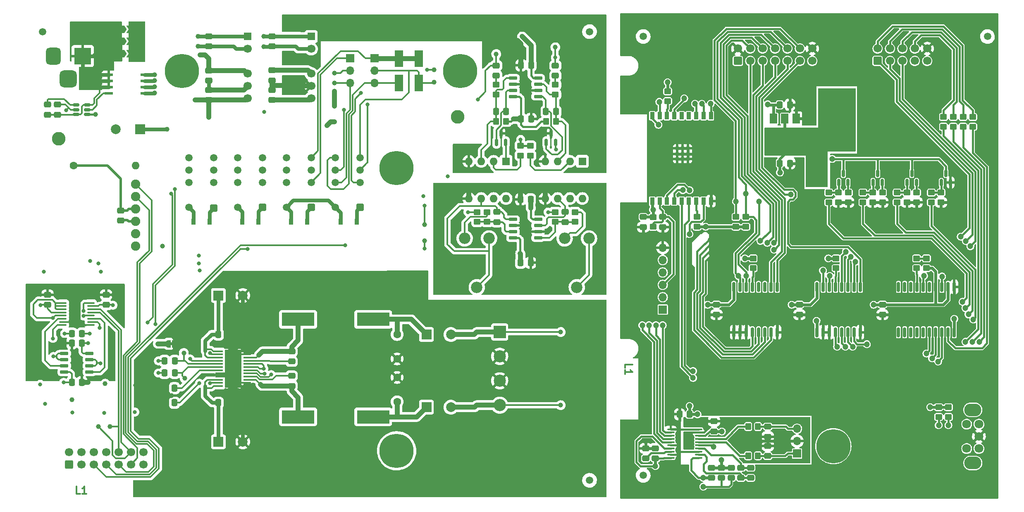
<source format=gtl>
G04 #@! TF.GenerationSoftware,KiCad,Pcbnew,6.0.4-1.fc35*
G04 #@! TF.CreationDate,2022-04-14T23:25:06+02:00*
G04 #@! TF.ProjectId,office_amp,6f666669-6365-45f6-916d-702e6b696361,rev?*
G04 #@! TF.SameCoordinates,Original*
G04 #@! TF.FileFunction,Copper,L1,Top*
G04 #@! TF.FilePolarity,Positive*
%FSLAX46Y46*%
G04 Gerber Fmt 4.6, Leading zero omitted, Abs format (unit mm)*
G04 Created by KiCad (PCBNEW 6.0.4-1.fc35) date 2022-04-14 23:25:06*
%MOMM*%
%LPD*%
G01*
G04 APERTURE LIST*
G04 Aperture macros list*
%AMRoundRect*
0 Rectangle with rounded corners*
0 $1 Rounding radius*
0 $2 $3 $4 $5 $6 $7 $8 $9 X,Y pos of 4 corners*
0 Add a 4 corners polygon primitive as box body*
4,1,4,$2,$3,$4,$5,$6,$7,$8,$9,$2,$3,0*
0 Add four circle primitives for the rounded corners*
1,1,$1+$1,$2,$3*
1,1,$1+$1,$4,$5*
1,1,$1+$1,$6,$7*
1,1,$1+$1,$8,$9*
0 Add four rect primitives between the rounded corners*
20,1,$1+$1,$2,$3,$4,$5,0*
20,1,$1+$1,$4,$5,$6,$7,0*
20,1,$1+$1,$6,$7,$8,$9,0*
20,1,$1+$1,$8,$9,$2,$3,0*%
%AMFreePoly0*
4,1,6,1.000000,0.000000,0.500000,-0.750000,-0.500000,-0.750000,-0.500000,0.750000,0.500000,0.750000,1.000000,0.000000,1.000000,0.000000,$1*%
%AMFreePoly1*
4,1,6,0.500000,-0.750000,-0.650000,-0.750000,-0.150000,0.000000,-0.650000,0.750000,0.500000,0.750000,0.500000,-0.750000,0.500000,-0.750000,$1*%
%AMFreePoly2*
4,1,22,0.500000,-0.750000,0.000000,-0.750000,0.000000,-0.745033,-0.079941,-0.743568,-0.215256,-0.701293,-0.333266,-0.622738,-0.424486,-0.514219,-0.481581,-0.384460,-0.499164,-0.250000,-0.500000,-0.250000,-0.500000,0.250000,-0.499164,0.250000,-0.499963,0.256109,-0.478152,0.396186,-0.417904,0.524511,-0.324060,0.630769,-0.204165,0.706417,-0.067858,0.745374,0.000000,0.744959,0.000000,0.750000,
0.500000,0.750000,0.500000,-0.750000,0.500000,-0.750000,$1*%
%AMFreePoly3*
4,1,20,0.000000,0.744959,0.073905,0.744508,0.209726,0.703889,0.328688,0.626782,0.421226,0.519385,0.479903,0.390333,0.500000,0.250000,0.500000,-0.250000,0.499851,-0.262216,0.476331,-0.402017,0.414519,-0.529596,0.319384,-0.634700,0.198574,-0.708877,0.061801,-0.746166,0.000000,-0.745033,0.000000,-0.750000,-0.500000,-0.750000,-0.500000,0.750000,0.000000,0.750000,0.000000,0.744959,
0.000000,0.744959,$1*%
G04 Aperture macros list end*
%ADD10C,0.300000*%
G04 #@! TA.AperFunction,NonConductor*
%ADD11C,0.300000*%
G04 #@! TD*
G04 #@! TA.AperFunction,SMDPad,CuDef*
%ADD12RoundRect,0.250000X-0.450000X0.350000X-0.450000X-0.350000X0.450000X-0.350000X0.450000X0.350000X0*%
G04 #@! TD*
G04 #@! TA.AperFunction,SMDPad,CuDef*
%ADD13R,0.700000X0.700000*%
G04 #@! TD*
G04 #@! TA.AperFunction,SMDPad,CuDef*
%ADD14R,0.900000X1.500000*%
G04 #@! TD*
G04 #@! TA.AperFunction,SMDPad,CuDef*
%ADD15RoundRect,0.250000X0.450000X-0.350000X0.450000X0.350000X-0.450000X0.350000X-0.450000X-0.350000X0*%
G04 #@! TD*
G04 #@! TA.AperFunction,SMDPad,CuDef*
%ADD16RoundRect,0.250000X-0.475000X0.337500X-0.475000X-0.337500X0.475000X-0.337500X0.475000X0.337500X0*%
G04 #@! TD*
G04 #@! TA.AperFunction,SMDPad,CuDef*
%ADD17RoundRect,0.250000X0.475000X-0.337500X0.475000X0.337500X-0.475000X0.337500X-0.475000X-0.337500X0*%
G04 #@! TD*
G04 #@! TA.AperFunction,SMDPad,CuDef*
%ADD18RoundRect,0.250000X-0.337500X-0.475000X0.337500X-0.475000X0.337500X0.475000X-0.337500X0.475000X0*%
G04 #@! TD*
G04 #@! TA.AperFunction,ComponentPad*
%ADD19O,1.700000X1.700000*%
G04 #@! TD*
G04 #@! TA.AperFunction,ComponentPad*
%ADD20R,1.700000X1.700000*%
G04 #@! TD*
G04 #@! TA.AperFunction,SMDPad,CuDef*
%ADD21RoundRect,0.150000X0.150000X-0.587500X0.150000X0.587500X-0.150000X0.587500X-0.150000X-0.587500X0*%
G04 #@! TD*
G04 #@! TA.AperFunction,SMDPad,CuDef*
%ADD22C,1.500000*%
G04 #@! TD*
G04 #@! TA.AperFunction,SMDPad,CuDef*
%ADD23RoundRect,0.150000X0.150000X-0.875000X0.150000X0.875000X-0.150000X0.875000X-0.150000X-0.875000X0*%
G04 #@! TD*
G04 #@! TA.AperFunction,SMDPad,CuDef*
%ADD24RoundRect,0.100000X0.637500X0.100000X-0.637500X0.100000X-0.637500X-0.100000X0.637500X-0.100000X0*%
G04 #@! TD*
G04 #@! TA.AperFunction,SMDPad,CuDef*
%ADD25RoundRect,0.250000X-0.350000X-0.450000X0.350000X-0.450000X0.350000X0.450000X-0.350000X0.450000X0*%
G04 #@! TD*
G04 #@! TA.AperFunction,SMDPad,CuDef*
%ADD26R,1.500000X2.000000*%
G04 #@! TD*
G04 #@! TA.AperFunction,SMDPad,CuDef*
%ADD27R,3.800000X2.000000*%
G04 #@! TD*
G04 #@! TA.AperFunction,ComponentPad*
%ADD28C,1.800000*%
G04 #@! TD*
G04 #@! TA.AperFunction,WasherPad*
%ADD29O,3.500000X2.600000*%
G04 #@! TD*
G04 #@! TA.AperFunction,ComponentPad*
%ADD30C,7.000000*%
G04 #@! TD*
G04 #@! TA.AperFunction,SMDPad,CuDef*
%ADD31RoundRect,0.250000X0.337500X0.475000X-0.337500X0.475000X-0.337500X-0.475000X0.337500X-0.475000X0*%
G04 #@! TD*
G04 #@! TA.AperFunction,ComponentPad*
%ADD32C,1.700000*%
G04 #@! TD*
G04 #@! TA.AperFunction,ComponentPad*
%ADD33RoundRect,0.250000X0.600000X-0.600000X0.600000X0.600000X-0.600000X0.600000X-0.600000X-0.600000X0*%
G04 #@! TD*
G04 #@! TA.AperFunction,SMDPad,CuDef*
%ADD34FreePoly0,0.000000*%
G04 #@! TD*
G04 #@! TA.AperFunction,SMDPad,CuDef*
%ADD35FreePoly1,0.000000*%
G04 #@! TD*
G04 #@! TA.AperFunction,SMDPad,CuDef*
%ADD36R,1.750000X0.550000*%
G04 #@! TD*
G04 #@! TA.AperFunction,ComponentPad*
%ADD37R,3.500000X3.500000*%
G04 #@! TD*
G04 #@! TA.AperFunction,ComponentPad*
%ADD38RoundRect,0.750000X-0.750000X-1.000000X0.750000X-1.000000X0.750000X1.000000X-0.750000X1.000000X0*%
G04 #@! TD*
G04 #@! TA.AperFunction,ComponentPad*
%ADD39RoundRect,0.875000X-0.875000X-0.875000X0.875000X-0.875000X0.875000X0.875000X-0.875000X0.875000X0*%
G04 #@! TD*
G04 #@! TA.AperFunction,SMDPad,CuDef*
%ADD40RoundRect,0.150000X-0.512500X-0.150000X0.512500X-0.150000X0.512500X0.150000X-0.512500X0.150000X0*%
G04 #@! TD*
G04 #@! TA.AperFunction,ComponentPad*
%ADD41R,1.600000X1.600000*%
G04 #@! TD*
G04 #@! TA.AperFunction,ComponentPad*
%ADD42C,1.900000*%
G04 #@! TD*
G04 #@! TA.AperFunction,ComponentPad*
%ADD43R,2.000000X2.000000*%
G04 #@! TD*
G04 #@! TA.AperFunction,ComponentPad*
%ADD44C,2.000000*%
G04 #@! TD*
G04 #@! TA.AperFunction,SMDPad,CuDef*
%ADD45R,0.900000X1.200000*%
G04 #@! TD*
G04 #@! TA.AperFunction,ComponentPad*
%ADD46RoundRect,0.250500X0.499500X0.499500X-0.499500X0.499500X-0.499500X-0.499500X0.499500X-0.499500X0*%
G04 #@! TD*
G04 #@! TA.AperFunction,ComponentPad*
%ADD47C,1.500000*%
G04 #@! TD*
G04 #@! TA.AperFunction,ComponentPad*
%ADD48C,2.340000*%
G04 #@! TD*
G04 #@! TA.AperFunction,ComponentPad*
%ADD49O,1.600000X1.600000*%
G04 #@! TD*
G04 #@! TA.AperFunction,SMDPad,CuDef*
%ADD50RoundRect,0.250000X0.350000X0.450000X-0.350000X0.450000X-0.350000X-0.450000X0.350000X-0.450000X0*%
G04 #@! TD*
G04 #@! TA.AperFunction,ComponentPad*
%ADD51C,1.600000*%
G04 #@! TD*
G04 #@! TA.AperFunction,SMDPad,CuDef*
%ADD52RoundRect,0.100000X-0.687500X-0.100000X0.687500X-0.100000X0.687500X0.100000X-0.687500X0.100000X0*%
G04 #@! TD*
G04 #@! TA.AperFunction,ComponentPad*
%ADD53C,0.600000*%
G04 #@! TD*
G04 #@! TA.AperFunction,SMDPad,CuDef*
%ADD54R,3.400000X7.800000*%
G04 #@! TD*
G04 #@! TA.AperFunction,ComponentPad*
%ADD55R,2.500000X2.500000*%
G04 #@! TD*
G04 #@! TA.AperFunction,ComponentPad*
%ADD56C,2.500000*%
G04 #@! TD*
G04 #@! TA.AperFunction,SMDPad,CuDef*
%ADD57R,6.705000X2.794000*%
G04 #@! TD*
G04 #@! TA.AperFunction,SMDPad,CuDef*
%ADD58FreePoly2,180.000000*%
G04 #@! TD*
G04 #@! TA.AperFunction,SMDPad,CuDef*
%ADD59FreePoly3,180.000000*%
G04 #@! TD*
G04 #@! TA.AperFunction,SMDPad,CuDef*
%ADD60C,1.000000*%
G04 #@! TD*
G04 #@! TA.AperFunction,ComponentPad*
%ADD61C,2.800000*%
G04 #@! TD*
G04 #@! TA.AperFunction,SMDPad,CuDef*
%ADD62RoundRect,0.150000X-0.725000X-0.150000X0.725000X-0.150000X0.725000X0.150000X-0.725000X0.150000X0*%
G04 #@! TD*
G04 #@! TA.AperFunction,SMDPad,CuDef*
%ADD63R,1.800000X3.500000*%
G04 #@! TD*
G04 #@! TA.AperFunction,SMDPad,CuDef*
%ADD64RoundRect,0.100000X-0.637500X-0.100000X0.637500X-0.100000X0.637500X0.100000X-0.637500X0.100000X0*%
G04 #@! TD*
G04 #@! TA.AperFunction,SMDPad,CuDef*
%ADD65RoundRect,0.150000X0.725000X0.150000X-0.725000X0.150000X-0.725000X-0.150000X0.725000X-0.150000X0*%
G04 #@! TD*
G04 #@! TA.AperFunction,ViaPad*
%ADD66C,1.200000*%
G04 #@! TD*
G04 #@! TA.AperFunction,ViaPad*
%ADD67C,1.000000*%
G04 #@! TD*
G04 #@! TA.AperFunction,ViaPad*
%ADD68C,0.800000*%
G04 #@! TD*
G04 #@! TA.AperFunction,Conductor*
%ADD69C,0.400000*%
G04 #@! TD*
G04 #@! TA.AperFunction,Conductor*
%ADD70C,0.600000*%
G04 #@! TD*
G04 #@! TA.AperFunction,Conductor*
%ADD71C,0.800000*%
G04 #@! TD*
G04 #@! TA.AperFunction,Conductor*
%ADD72C,0.300000*%
G04 #@! TD*
G04 #@! TA.AperFunction,Conductor*
%ADD73C,1.000000*%
G04 #@! TD*
G04 #@! TA.AperFunction,Conductor*
%ADD74C,0.500000*%
G04 #@! TD*
G04 APERTURE END LIST*
D10*
D11*
X213321428Y-130950000D02*
X213321428Y-130235714D01*
X214821428Y-130235714D01*
X213321428Y-132235714D02*
X213321428Y-131378571D01*
X213321428Y-131807142D02*
X214821428Y-131807142D01*
X214607142Y-131664285D01*
X214464285Y-131521428D01*
X214392857Y-131378571D01*
D10*
D11*
X101650000Y-156778571D02*
X100935714Y-156778571D01*
X100935714Y-155278571D01*
X102935714Y-156778571D02*
X102078571Y-156778571D01*
X102507142Y-156778571D02*
X102507142Y-155278571D01*
X102364285Y-155492857D01*
X102221428Y-155635714D01*
X102078571Y-155707142D01*
G36*
X120600000Y-126300000D02*
G01*
X120100000Y-126300000D01*
X120100000Y-125700000D01*
X120600000Y-125700000D01*
X120600000Y-126300000D01*
G37*
D12*
X259000000Y-97000000D03*
X259000000Y-95000000D03*
D13*
X226150000Y-88140000D03*
X226150000Y-85940000D03*
X226150000Y-87090000D03*
X223950000Y-87090000D03*
X225050000Y-85940000D03*
X225050000Y-87090000D03*
X223950000Y-85940000D03*
X223950000Y-88140000D03*
X225050000Y-88140000D03*
D14*
X218850000Y-79250000D03*
X220350000Y-79250000D03*
X221850000Y-79250000D03*
X223350000Y-79250000D03*
X224850000Y-79250000D03*
X226350000Y-79250000D03*
X227850000Y-79250000D03*
X229350000Y-79250000D03*
X230850000Y-79250000D03*
X230850000Y-96750000D03*
X229350000Y-96750000D03*
X227850000Y-96750000D03*
X226350000Y-96750000D03*
X224850000Y-96750000D03*
X223350000Y-96750000D03*
X221850000Y-96750000D03*
X220350000Y-96750000D03*
X218850000Y-96750000D03*
D15*
X262000000Y-95000000D03*
X262000000Y-97000000D03*
D16*
X217000000Y-102075000D03*
X217000000Y-100000000D03*
D17*
X231500000Y-141900000D03*
X231500000Y-143975000D03*
D18*
X247037500Y-89000000D03*
X244962500Y-89000000D03*
D12*
X279500000Y-141000000D03*
X279500000Y-139000000D03*
D15*
X269000000Y-95000000D03*
X269000000Y-97000000D03*
D19*
X221000000Y-106300000D03*
X221000000Y-108840000D03*
X221000000Y-111380000D03*
X221000000Y-113920000D03*
X221000000Y-116460000D03*
D20*
X221000000Y-119000000D03*
D16*
X232000000Y-120037500D03*
X232000000Y-117962500D03*
D21*
X272000000Y-91062500D03*
X272950000Y-92937500D03*
X271050000Y-92937500D03*
D15*
X271000000Y-95000000D03*
X271000000Y-97000000D03*
D22*
X217000000Y-63000000D03*
D17*
X237000000Y-151437500D03*
X237000000Y-153512500D03*
X231000000Y-151437500D03*
X231000000Y-153512500D03*
D12*
X266000000Y-97000000D03*
X266000000Y-95000000D03*
X222000000Y-76250000D03*
X222000000Y-74250000D03*
D17*
X266000000Y-117962500D03*
X266000000Y-120037500D03*
D23*
X269285000Y-114350000D03*
X270555000Y-114350000D03*
X271825000Y-114350000D03*
X273095000Y-114350000D03*
X274365000Y-114350000D03*
X275635000Y-114350000D03*
X276905000Y-114350000D03*
X278175000Y-114350000D03*
X279445000Y-114350000D03*
X280715000Y-114350000D03*
X280715000Y-123650000D03*
X279445000Y-123650000D03*
X278175000Y-123650000D03*
X276905000Y-123650000D03*
X275635000Y-123650000D03*
X274365000Y-123650000D03*
X273095000Y-123650000D03*
X271825000Y-123650000D03*
X270555000Y-123650000D03*
X269285000Y-123650000D03*
D17*
X239000000Y-151437500D03*
X239000000Y-153512500D03*
D24*
X222637500Y-149400000D03*
X222637500Y-148750000D03*
X222637500Y-148100000D03*
X222637500Y-147450000D03*
X222637500Y-146800000D03*
X222637500Y-146150000D03*
X222637500Y-145500000D03*
X222637500Y-144850000D03*
X222637500Y-144200000D03*
X222637500Y-143550000D03*
X228362500Y-143550000D03*
X228362500Y-144200000D03*
X228362500Y-144850000D03*
X228362500Y-145500000D03*
X228362500Y-146150000D03*
X228362500Y-146800000D03*
X228362500Y-147450000D03*
X228362500Y-148100000D03*
X228362500Y-148750000D03*
X228362500Y-149400000D03*
D15*
X236000000Y-100000000D03*
X236000000Y-102000000D03*
X275000000Y-108500000D03*
X275000000Y-110500000D03*
X276000000Y-95000000D03*
X276000000Y-97000000D03*
D16*
X242500000Y-145050000D03*
X242500000Y-142975000D03*
D12*
X284500000Y-81500000D03*
X284500000Y-79500000D03*
D23*
X252555000Y-114350000D03*
X253825000Y-114350000D03*
X255095000Y-114350000D03*
X256365000Y-114350000D03*
X257635000Y-114350000D03*
X258905000Y-114350000D03*
X260175000Y-114350000D03*
X261445000Y-114350000D03*
X261445000Y-123650000D03*
X260175000Y-123650000D03*
X258905000Y-123650000D03*
X257635000Y-123650000D03*
X256365000Y-123650000D03*
X255095000Y-123650000D03*
X253825000Y-123650000D03*
X252555000Y-123650000D03*
D21*
X279000000Y-91062500D03*
X279950000Y-92937500D03*
X278050000Y-92937500D03*
D22*
X287500000Y-63000000D03*
X217000000Y-153000000D03*
D25*
X240500000Y-148975000D03*
X238500000Y-148975000D03*
D15*
X264000000Y-95000000D03*
X264000000Y-97000000D03*
D19*
X248500000Y-143420000D03*
X248500000Y-145960000D03*
D20*
X248500000Y-148500000D03*
D12*
X280500000Y-81500000D03*
X280500000Y-79500000D03*
D15*
X255000000Y-95000000D03*
X255000000Y-97000000D03*
D26*
X243700000Y-79850000D03*
D27*
X246000000Y-86150000D03*
D26*
X246000000Y-79850000D03*
X248300000Y-79850000D03*
D17*
X219500000Y-147437500D03*
X219500000Y-149512500D03*
D12*
X273000000Y-97000000D03*
X273000000Y-95000000D03*
X282500000Y-81500000D03*
X282500000Y-79500000D03*
D23*
X235555000Y-114350000D03*
X236825000Y-114350000D03*
X238095000Y-114350000D03*
X239365000Y-114350000D03*
X240635000Y-114350000D03*
X241905000Y-114350000D03*
X243175000Y-114350000D03*
X244445000Y-114350000D03*
X244445000Y-123650000D03*
X243175000Y-123650000D03*
X241905000Y-123650000D03*
X240635000Y-123650000D03*
X239365000Y-123650000D03*
X238095000Y-123650000D03*
X236825000Y-123650000D03*
X235555000Y-123650000D03*
D17*
X221000000Y-100000000D03*
X221000000Y-102075000D03*
D12*
X239500000Y-110500000D03*
X239500000Y-108500000D03*
D28*
X285750000Y-145000000D03*
X285750000Y-142500000D03*
X285750000Y-147500000D03*
X283250000Y-147500000D03*
X283250000Y-142500000D03*
D29*
X284500000Y-150450000D03*
X284500000Y-139550000D03*
D15*
X257000000Y-95000000D03*
X257000000Y-97000000D03*
D17*
X242500000Y-146937500D03*
X242500000Y-149012500D03*
D12*
X277500000Y-141000000D03*
X277500000Y-139000000D03*
D15*
X278000000Y-95000000D03*
X278000000Y-97000000D03*
D17*
X217500000Y-147437500D03*
X217500000Y-149512500D03*
D30*
X255930588Y-147000000D03*
D12*
X219000000Y-102037500D03*
X219000000Y-100037500D03*
X273000000Y-110500000D03*
X273000000Y-108500000D03*
D21*
X265000000Y-91062500D03*
X265950000Y-92937500D03*
X264050000Y-92937500D03*
D18*
X247037500Y-77000000D03*
X244962500Y-77000000D03*
D12*
X256500000Y-110500000D03*
X256500000Y-108500000D03*
X278500000Y-81500000D03*
X278500000Y-79500000D03*
D31*
X224425000Y-140475000D03*
X226500000Y-140475000D03*
D17*
X235000000Y-151437500D03*
X235000000Y-153512500D03*
D25*
X240500000Y-142975000D03*
X238500000Y-142975000D03*
D17*
X233000000Y-151437500D03*
X233000000Y-153512500D03*
D15*
X238000000Y-100000000D03*
X238000000Y-102000000D03*
X228000000Y-100000000D03*
X228000000Y-102000000D03*
D32*
X251620000Y-65460000D03*
X251620000Y-68000000D03*
X249080000Y-65460000D03*
X249080000Y-68000000D03*
X246540000Y-65460000D03*
X246540000Y-68000000D03*
X244000000Y-65460000D03*
X244000000Y-68000000D03*
X241460000Y-65460000D03*
X241460000Y-68000000D03*
X238920000Y-65460000D03*
X238920000Y-68000000D03*
X236380000Y-65460000D03*
D33*
X236380000Y-68000000D03*
D21*
X258000000Y-91062500D03*
X258950000Y-92937500D03*
X257050000Y-92937500D03*
D16*
X249000000Y-120037500D03*
X249000000Y-117962500D03*
D32*
X275160000Y-65460000D03*
X275160000Y-68000000D03*
X272620000Y-65460000D03*
X272620000Y-68000000D03*
X270080000Y-65460000D03*
X270080000Y-68000000D03*
X267540000Y-65460000D03*
X267540000Y-68000000D03*
X265000000Y-65460000D03*
D33*
X265000000Y-68000000D03*
D34*
X110275000Y-61500000D03*
D35*
X111725000Y-61500000D03*
D36*
X114900000Y-70800000D03*
X114900000Y-74610000D03*
X114900000Y-73340000D03*
X114900000Y-72070000D03*
X107500000Y-74610000D03*
X107500000Y-72070000D03*
X107500000Y-70800000D03*
X107500000Y-73340000D03*
D37*
X102200000Y-67000000D03*
D38*
X96200000Y-67000000D03*
D39*
X99200000Y-71700000D03*
D40*
X100862500Y-77050000D03*
X100862500Y-78000000D03*
X100862500Y-78950000D03*
X103137500Y-78950000D03*
X103137500Y-78000000D03*
X103137500Y-77050000D03*
D16*
X141000000Y-62962500D03*
X141000000Y-65037500D03*
D17*
X141000000Y-76037500D03*
X141000000Y-73962500D03*
D16*
X128000000Y-62962500D03*
X128000000Y-65037500D03*
D41*
X149000000Y-63000000D03*
D32*
X149000000Y-65540000D03*
X149000000Y-70620000D03*
X149000000Y-73160000D03*
X149000000Y-75700000D03*
D42*
X113000000Y-106000000D03*
X113000000Y-103460000D03*
X113000000Y-100920000D03*
X113000000Y-98380000D03*
X113000000Y-95840000D03*
X113000000Y-93300000D03*
D43*
X130000000Y-146100000D03*
D44*
X135000000Y-146100000D03*
D33*
X99380000Y-150752500D03*
D32*
X99380000Y-148212500D03*
X101920000Y-150752500D03*
X101920000Y-148212500D03*
X104460000Y-150752500D03*
X104460000Y-148212500D03*
X107000000Y-150752500D03*
X107000000Y-148212500D03*
X109540000Y-150752500D03*
X109540000Y-148212500D03*
X112080000Y-150752500D03*
X112080000Y-148212500D03*
X114620000Y-150752500D03*
X114620000Y-148212500D03*
D17*
X128000000Y-72037500D03*
X128000000Y-69962500D03*
X128000000Y-76037500D03*
X128000000Y-73962500D03*
X141000000Y-72000000D03*
X141000000Y-69925000D03*
X186900000Y-71037500D03*
X186900000Y-68962500D03*
D18*
X197062500Y-78400000D03*
X199137500Y-78400000D03*
D31*
X188937500Y-78400000D03*
X186862500Y-78400000D03*
D18*
X191862500Y-109400000D03*
X193937500Y-109400000D03*
X191862500Y-96400000D03*
X193937500Y-96400000D03*
D17*
X201000000Y-101037500D03*
X201000000Y-98962500D03*
X187000000Y-101037500D03*
X187000000Y-98962500D03*
D45*
X158300000Y-101000000D03*
X155000000Y-101000000D03*
X128150000Y-101000000D03*
X124850000Y-101000000D03*
X138150000Y-101000000D03*
X134850000Y-101000000D03*
D46*
X159000000Y-98000000D03*
D47*
X159000000Y-92920000D03*
X159000000Y-90380000D03*
X159000000Y-87840000D03*
X153920000Y-87840000D03*
X153920000Y-90380000D03*
X153920000Y-92920000D03*
X153920000Y-98000000D03*
D46*
X139000000Y-98000000D03*
D47*
X139000000Y-92920000D03*
X139000000Y-90380000D03*
X139000000Y-87840000D03*
X133920000Y-87840000D03*
X133920000Y-90380000D03*
X133920000Y-92920000D03*
X133920000Y-98000000D03*
D15*
X186900000Y-74900000D03*
X186900000Y-72900000D03*
D12*
X193900000Y-85400000D03*
X193900000Y-87400000D03*
X191900000Y-85400000D03*
X191900000Y-87400000D03*
D15*
X203000000Y-101000000D03*
X203000000Y-99000000D03*
X185000000Y-101000000D03*
X185000000Y-99000000D03*
D12*
X199000000Y-99000000D03*
X199000000Y-101000000D03*
X183000000Y-99000000D03*
X183000000Y-101000000D03*
D48*
X200900000Y-104400000D03*
X203400000Y-114400000D03*
X205900000Y-104400000D03*
X180425000Y-104400000D03*
X182925000Y-114400000D03*
X185425000Y-104400000D03*
D41*
X136000000Y-63000000D03*
D32*
X136000000Y-65540000D03*
X136000000Y-70620000D03*
X136000000Y-73160000D03*
X136000000Y-75700000D03*
D41*
X188900000Y-88600000D03*
D49*
X186360000Y-88600000D03*
X183820000Y-88600000D03*
X181280000Y-88600000D03*
X181280000Y-96220000D03*
X183820000Y-96220000D03*
X186360000Y-96220000D03*
X188900000Y-96220000D03*
D34*
X110275000Y-64000000D03*
D35*
X111725000Y-64000000D03*
D43*
X114000000Y-82000000D03*
D44*
X109000000Y-82000000D03*
D17*
X97000000Y-79037500D03*
X97000000Y-76962500D03*
X95000000Y-79037500D03*
X95000000Y-76962500D03*
D41*
X204520000Y-88600000D03*
D49*
X201980000Y-88600000D03*
X199440000Y-88600000D03*
X196900000Y-88600000D03*
X196900000Y-96220000D03*
X199440000Y-96220000D03*
X201980000Y-96220000D03*
X204520000Y-96220000D03*
D18*
X191962500Y-68900000D03*
X194037500Y-68900000D03*
D15*
X199000000Y-74900000D03*
X199000000Y-72900000D03*
D17*
X199000000Y-71037500D03*
X199000000Y-68962500D03*
D25*
X197100000Y-80400000D03*
X199100000Y-80400000D03*
D21*
X197150000Y-84737500D03*
X199050000Y-84737500D03*
X198100000Y-82862500D03*
X186950000Y-84737500D03*
X188850000Y-84737500D03*
X187900000Y-82862500D03*
D50*
X188900000Y-80400000D03*
X186900000Y-80400000D03*
D18*
X191962500Y-79900000D03*
X194037500Y-79900000D03*
D20*
X157000000Y-67475000D03*
D19*
X157000000Y-70015000D03*
X157000000Y-72555000D03*
D45*
X148150000Y-101000000D03*
X144850000Y-101000000D03*
D51*
X166600000Y-124100000D03*
X166600000Y-129100000D03*
D52*
X130137500Y-127525000D03*
X130137500Y-128175000D03*
X130137500Y-128825000D03*
X130137500Y-129475000D03*
X130137500Y-130125000D03*
X130137500Y-130775000D03*
X130137500Y-131425000D03*
X130137500Y-132075000D03*
X130137500Y-132725000D03*
X130137500Y-133375000D03*
X130137500Y-134025000D03*
X130137500Y-134675000D03*
X135862500Y-134675000D03*
X135862500Y-134025000D03*
X135862500Y-133375000D03*
X135862500Y-132725000D03*
X135862500Y-132075000D03*
X135862500Y-131425000D03*
X135862500Y-130775000D03*
X135862500Y-130125000D03*
X135862500Y-129475000D03*
X135862500Y-128825000D03*
X135862500Y-128175000D03*
X135862500Y-127525000D03*
D53*
X133000000Y-133050000D03*
X134300000Y-130450000D03*
X133000000Y-134350000D03*
X133000000Y-127850000D03*
X134300000Y-134350000D03*
X134300000Y-129150000D03*
X131700000Y-131750000D03*
X133000000Y-129150000D03*
X134300000Y-131750000D03*
X134300000Y-133050000D03*
X133000000Y-130450000D03*
X133000000Y-131750000D03*
X131700000Y-129150000D03*
X131700000Y-134350000D03*
D54*
X133000000Y-131100000D03*
D53*
X134300000Y-127850000D03*
X131700000Y-127850000D03*
X131700000Y-130450000D03*
X131700000Y-133050000D03*
D16*
X145000000Y-127562500D03*
X145000000Y-129637500D03*
D55*
X187600000Y-123600000D03*
D56*
X187600000Y-128600000D03*
X187600000Y-133600000D03*
X187600000Y-138600000D03*
D31*
X121037500Y-129500000D03*
X118962500Y-129500000D03*
D43*
X172600000Y-139000000D03*
D44*
X177600000Y-139000000D03*
D57*
X146316500Y-121000000D03*
X161683500Y-121000000D03*
D58*
X121000000Y-126000000D03*
D59*
X119700000Y-126000000D03*
D17*
X145000000Y-134637500D03*
X145000000Y-132562500D03*
D31*
X121000000Y-135100000D03*
X118925000Y-135100000D03*
D51*
X166600000Y-132900000D03*
X166600000Y-137900000D03*
D18*
X129962500Y-138100000D03*
X132037500Y-138100000D03*
X130000000Y-124100000D03*
X132075000Y-124100000D03*
D43*
X172600000Y-124100000D03*
D44*
X177600000Y-124100000D03*
D57*
X146316500Y-141000000D03*
X161683500Y-141000000D03*
D43*
X130000000Y-116100000D03*
D44*
X135000000Y-116100000D03*
D31*
X121000000Y-138100000D03*
X118925000Y-138100000D03*
X121037500Y-132000000D03*
X118962500Y-132000000D03*
D46*
X129000000Y-98180000D03*
D47*
X129000000Y-92920000D03*
X129000000Y-90380000D03*
X129000000Y-87840000D03*
X123920000Y-87840000D03*
X123920000Y-90380000D03*
X123920000Y-92920000D03*
X123920000Y-98000000D03*
D20*
X162000000Y-67475000D03*
D19*
X162000000Y-70015000D03*
X162000000Y-72555000D03*
D46*
X149000000Y-98000000D03*
D47*
X149000000Y-92920000D03*
X149000000Y-90380000D03*
X149000000Y-87840000D03*
X143920000Y-87840000D03*
X143920000Y-90380000D03*
X143920000Y-92920000D03*
X143920000Y-98000000D03*
D60*
X200100000Y-138600000D03*
X122900000Y-127900000D03*
X172200000Y-104900000D03*
D30*
X179500000Y-70050000D03*
D31*
X102037500Y-133900000D03*
X99962500Y-133900000D03*
D60*
X174200000Y-69800000D03*
D31*
X102037500Y-125900000D03*
X99962500Y-125900000D03*
D60*
X172200000Y-101600000D03*
D30*
X166500000Y-147950000D03*
D60*
X153750000Y-70500000D03*
D61*
X97250000Y-84000000D03*
D60*
X126250000Y-66750000D03*
D34*
X110275000Y-66500000D03*
D35*
X111725000Y-66500000D03*
D60*
X199000000Y-65200000D03*
X200100000Y-123600000D03*
D22*
X94000000Y-62000000D03*
D60*
X119500000Y-82000000D03*
D17*
X107000000Y-118037500D03*
X107000000Y-115962500D03*
D60*
X186900000Y-66600000D03*
X105400000Y-143000000D03*
D62*
X98425000Y-127995000D03*
X98425000Y-129265000D03*
X98425000Y-130535000D03*
X98425000Y-131805000D03*
X103575000Y-131805000D03*
X103575000Y-130535000D03*
X103575000Y-129265000D03*
X103575000Y-127995000D03*
D60*
X174200000Y-72400000D03*
D16*
X110000000Y-98662500D03*
X110000000Y-100737500D03*
D60*
X107800000Y-143000000D03*
D63*
X171000000Y-72500000D03*
X171000000Y-67500000D03*
D64*
X98137500Y-117625000D03*
X98137500Y-118275000D03*
X98137500Y-118925000D03*
X98137500Y-119575000D03*
X98137500Y-120225000D03*
X98137500Y-120875000D03*
X98137500Y-121525000D03*
X98137500Y-122175000D03*
X103862500Y-122175000D03*
X103862500Y-121525000D03*
X103862500Y-120875000D03*
X103862500Y-120225000D03*
X103862500Y-119575000D03*
X103862500Y-118925000D03*
X103862500Y-118275000D03*
X103862500Y-117625000D03*
D22*
X206000000Y-62000000D03*
D65*
X195475000Y-104305000D03*
X195475000Y-103035000D03*
X195475000Y-101765000D03*
X195475000Y-100495000D03*
X190325000Y-100495000D03*
X190325000Y-101765000D03*
X190325000Y-103035000D03*
X190325000Y-104305000D03*
D60*
X153750000Y-77250000D03*
X123100000Y-133100000D03*
D31*
X102037500Y-123900000D03*
X99962500Y-123900000D03*
D63*
X167000000Y-72500000D03*
X167000000Y-67500000D03*
D51*
X100300000Y-89500000D03*
D49*
X113000000Y-89500000D03*
D30*
X166500000Y-90000000D03*
D61*
X179000000Y-79500000D03*
D30*
X122500000Y-70050000D03*
D60*
X153750000Y-72500000D03*
D65*
X195475000Y-75305000D03*
X195475000Y-74035000D03*
X195475000Y-72765000D03*
X195475000Y-71495000D03*
X190325000Y-71495000D03*
X190325000Y-72765000D03*
X190325000Y-74035000D03*
X190325000Y-75305000D03*
D22*
X206000000Y-154000000D03*
D60*
X153750000Y-80500000D03*
X125250000Y-76000000D03*
D16*
X95000000Y-115962500D03*
X95000000Y-118037500D03*
D66*
X284600000Y-121039730D03*
X262800000Y-126100000D03*
X283600500Y-119969109D03*
X259893246Y-126606754D03*
X258400000Y-126600000D03*
X283000980Y-118704523D03*
X220100000Y-81100000D03*
X220998560Y-122200000D03*
X216800051Y-122200000D03*
X225400000Y-75700000D03*
X230800000Y-76800000D03*
X218199554Y-122200000D03*
X226449020Y-103500000D03*
X275000000Y-128000000D03*
X283000000Y-125600000D03*
X284399363Y-125619787D03*
X276146517Y-128999500D03*
X279500000Y-142700000D03*
X227206754Y-131593246D03*
X227200000Y-133000000D03*
X277500000Y-142700000D03*
X260445500Y-109180679D03*
X284000000Y-106000000D03*
X283063782Y-104959758D03*
X259493502Y-108154859D03*
X258503904Y-107165261D03*
X282012933Y-104035462D03*
X227600000Y-76800000D03*
X228999503Y-76800000D03*
X226506505Y-94507002D03*
X240700000Y-96800000D03*
X255200000Y-112100000D03*
X236000000Y-96800000D03*
X274500000Y-112100000D03*
X238100000Y-112100000D03*
X278200000Y-112200000D03*
X236500000Y-112100000D03*
X253800000Y-111000000D03*
X238000000Y-95200000D03*
X225100000Y-94500000D03*
X255700000Y-88100000D03*
X247200000Y-95400000D03*
X232000000Y-103900994D03*
X241000000Y-104900000D03*
X231992998Y-105307499D03*
X242400497Y-105300000D03*
X231999659Y-108106479D03*
X243800000Y-105300000D03*
X256700000Y-126600000D03*
X282401460Y-117400000D03*
X232001215Y-106706977D03*
X243800000Y-106700000D03*
X229300000Y-155300000D03*
X231400000Y-147149500D03*
X229900000Y-141875000D03*
X241000000Y-146000000D03*
X242500000Y-76900000D03*
X220300000Y-76400000D03*
X219599057Y-122200000D03*
X277390910Y-129639885D03*
X285817303Y-125615354D03*
X224426771Y-138802921D03*
X250600000Y-79900000D03*
X230900000Y-94900000D03*
X278000000Y-102000000D03*
X259000000Y-102000000D03*
X247300000Y-120000000D03*
X266000000Y-102000000D03*
X233000000Y-149800000D03*
X221000000Y-103700000D03*
X217500000Y-145974500D03*
X273000000Y-102000000D03*
X227600000Y-87100000D03*
X249100000Y-89000000D03*
X230300000Y-120000000D03*
X246900000Y-75200000D03*
X264300000Y-120000000D03*
X245000000Y-90900000D03*
X219500000Y-151075000D03*
X222000000Y-72400000D03*
X252500000Y-121300000D03*
X230200000Y-118000000D03*
X229800000Y-102000000D03*
X226500000Y-138775000D03*
X229300000Y-153475000D03*
X233100000Y-144000000D03*
X228100000Y-140475000D03*
X219000000Y-98500000D03*
X247400000Y-118000000D03*
X264200000Y-118000000D03*
X280700000Y-120900000D03*
X275800000Y-139000000D03*
X254900000Y-108500000D03*
X237800000Y-108500000D03*
D67*
X125800000Y-65000000D03*
X100000000Y-137500000D03*
X139300000Y-65100000D03*
X122600000Y-126000000D03*
X106800000Y-134200000D03*
X118500000Y-106000000D03*
X120399500Y-136600000D03*
D68*
X94500000Y-138300000D03*
D67*
X113000000Y-134500000D03*
D68*
X98800000Y-78100000D03*
X139300000Y-131100000D03*
D67*
X116900000Y-74600000D03*
X116900000Y-70800000D03*
X113800000Y-66500000D03*
X116900000Y-73300000D03*
X116900000Y-72000000D03*
X125800000Y-63000000D03*
X113800000Y-61500000D03*
X104800000Y-79000000D03*
X113800000Y-64000000D03*
X139300000Y-63000000D03*
D68*
X191800000Y-107500000D03*
X126000000Y-109500000D03*
X128000000Y-79600000D03*
X103300000Y-125900000D03*
X108400000Y-118100000D03*
X105400000Y-109500000D03*
X190400000Y-79900000D03*
X191900000Y-84100000D03*
X153750000Y-74250000D03*
X143362500Y-76037500D03*
X96100000Y-124900000D03*
X121100000Y-94300000D03*
X117100000Y-122000000D03*
X120300000Y-95200000D03*
X115500000Y-121600000D03*
X105700000Y-122700000D03*
X126200000Y-111000000D03*
X93600000Y-118100000D03*
X177000000Y-91700000D03*
X172000000Y-95700000D03*
X129337500Y-69962500D03*
X105900000Y-111200000D03*
X194000000Y-98200000D03*
X98300000Y-133900000D03*
X103300000Y-133900000D03*
X191900000Y-94200000D03*
X93600000Y-116000000D03*
X139400000Y-78500000D03*
X117600000Y-126000000D03*
X103700000Y-109000000D03*
X98600000Y-125900000D03*
X126000000Y-107900000D03*
X193900000Y-107600000D03*
X108400000Y-116000000D03*
X143425000Y-69925000D03*
X152250000Y-81250000D03*
X192200000Y-63000000D03*
X199100000Y-86200000D03*
X128300000Y-134124500D03*
X126100000Y-134100000D03*
X160500000Y-76900000D03*
X199000000Y-67300000D03*
X155700000Y-78000000D03*
X183100000Y-75900000D03*
X172700000Y-69800000D03*
X128270023Y-127929977D03*
X139410377Y-132099500D03*
X140800000Y-132324500D03*
X124200000Y-129100000D03*
X172200000Y-106500000D03*
X181100000Y-99000000D03*
X197500000Y-99000000D03*
X172200000Y-97700000D03*
X159200000Y-74600000D03*
X105800000Y-129999500D03*
X117700000Y-132000000D03*
X194037500Y-78362500D03*
X191272536Y-63827464D03*
X194100000Y-82900000D03*
X112900000Y-140000000D03*
X93500000Y-134300000D03*
X106600000Y-140200000D03*
X100100000Y-140100000D03*
X103600000Y-123900000D03*
X102349500Y-119300000D03*
X98500000Y-123900000D03*
X96100000Y-120700000D03*
X94200000Y-111200000D03*
X102400000Y-120300000D03*
X96200000Y-128600000D03*
X117700000Y-129500000D03*
X156000000Y-105800000D03*
X136000000Y-106562355D03*
D69*
X284600000Y-121039730D02*
X285001440Y-120638290D01*
X276000000Y-101800000D02*
X276000000Y-97000000D01*
X285001440Y-110801440D02*
X276000000Y-101800000D01*
X285001440Y-120638290D02*
X285001440Y-110801440D01*
X260175000Y-125475000D02*
X260800000Y-126100000D01*
X260175000Y-123650000D02*
X260175000Y-125475000D01*
X260800000Y-126100000D02*
X262800000Y-126100000D01*
X258905000Y-123650000D02*
X258905000Y-125618508D01*
X284401920Y-119167689D02*
X284401920Y-111049770D01*
X269000000Y-101400000D02*
X269000000Y-97000000D01*
X284401920Y-111049770D02*
X276552150Y-103200000D01*
X276552150Y-103200000D02*
X270800000Y-103200000D01*
X258905000Y-125618508D02*
X259893246Y-126606754D01*
X283600500Y-119969109D02*
X284401920Y-119167689D01*
X270800000Y-103200000D02*
X269000000Y-101400000D01*
X257635000Y-123650000D02*
X257635000Y-125835000D01*
X262000000Y-101400000D02*
X262000000Y-97000000D01*
X276303820Y-103799520D02*
X264399520Y-103799520D01*
X264399520Y-103799520D02*
X262000000Y-101400000D01*
X283802400Y-117903103D02*
X283802400Y-111298100D01*
X283000980Y-118704523D02*
X283802400Y-117903103D01*
X257635000Y-125835000D02*
X258400000Y-126600000D01*
X283802400Y-111298100D02*
X276303820Y-103799520D01*
X256365000Y-123650000D02*
X256365000Y-126265000D01*
X282401460Y-117400000D02*
X283202880Y-116598580D01*
X283202880Y-111546430D02*
X276055490Y-104399040D01*
X257999040Y-104399040D02*
X255000000Y-101400000D01*
X256365000Y-126265000D02*
X256700000Y-126600000D01*
X283202880Y-116598580D02*
X283202880Y-111546430D01*
X278050000Y-94950000D02*
X278000000Y-95000000D01*
X278050000Y-92937500D02*
X278050000Y-94950000D01*
X276000000Y-95000000D02*
X278000000Y-95000000D01*
X271050000Y-92937500D02*
X271050000Y-94950000D01*
X269000000Y-95000000D02*
X271000000Y-95000000D01*
X271050000Y-94950000D02*
X271000000Y-95000000D01*
X264050000Y-92937500D02*
X264050000Y-94950000D01*
X264050000Y-94950000D02*
X264000000Y-95000000D01*
X262000000Y-95000000D02*
X264000000Y-95000000D01*
X257050000Y-92937500D02*
X257050000Y-94950000D01*
X255000000Y-95000000D02*
X257000000Y-95000000D01*
X257050000Y-94950000D02*
X257000000Y-95000000D01*
X220998560Y-143698560D02*
X221500000Y-144200000D01*
X218850000Y-79250000D02*
X218850000Y-79850000D01*
X221500000Y-144200000D02*
X222637500Y-144200000D01*
X218850000Y-79850000D02*
X220100000Y-81100000D01*
X220998560Y-122200000D02*
X220998560Y-143698560D01*
X220399040Y-143955490D02*
X220399040Y-125103340D01*
X222637500Y-144850000D02*
X221293550Y-144850000D01*
X221293550Y-144850000D02*
X220399040Y-143955490D01*
X220350000Y-76450000D02*
X220300000Y-76400000D01*
X219200000Y-144452150D02*
X219200000Y-125600000D01*
X222637500Y-146150000D02*
X220897850Y-146150000D01*
X223350000Y-77950000D02*
X223350000Y-79250000D01*
X220897850Y-146150000D02*
X219200000Y-144452150D01*
X219200000Y-125600000D02*
X216800051Y-123200051D01*
X225400000Y-75700000D02*
X225400000Y-75900000D01*
X225400000Y-75900000D02*
X223350000Y-77950000D01*
X216800051Y-123200051D02*
X216800051Y-122200000D01*
X230850000Y-76850000D02*
X230800000Y-76800000D01*
X219799520Y-125351670D02*
X218199554Y-123751704D01*
X221095700Y-145500000D02*
X219799520Y-144203819D01*
X219799520Y-144203819D02*
X219799520Y-125351670D01*
X222637500Y-145500000D02*
X221095700Y-145500000D01*
X218199554Y-123751704D02*
X218199554Y-122200000D01*
X230850000Y-79250000D02*
X230850000Y-76850000D01*
X226900000Y-101000000D02*
X228800000Y-101000000D01*
X228800000Y-101000000D02*
X229350000Y-100450000D01*
X226449020Y-101450980D02*
X226900000Y-101000000D01*
X226449020Y-103500000D02*
X226449020Y-101450980D01*
X229350000Y-100450000D02*
X229350000Y-96750000D01*
X236425000Y-142975000D02*
X233900000Y-145500000D01*
X233900000Y-145500000D02*
X228362500Y-145500000D01*
X238500000Y-142975000D02*
X236425000Y-142975000D01*
X236775000Y-148975000D02*
X233950000Y-146150000D01*
X238500000Y-148975000D02*
X236775000Y-148975000D01*
X233950000Y-146150000D02*
X228362500Y-146150000D01*
X275635000Y-123650000D02*
X275635000Y-127365000D01*
X283000000Y-125600000D02*
X285600960Y-122999040D01*
X285600960Y-122999040D02*
X285600960Y-90500960D01*
X275635000Y-127365000D02*
X275000000Y-128000000D01*
X285600960Y-90500960D02*
X278500000Y-83400000D01*
X278500000Y-83400000D02*
X278500000Y-81500000D01*
X286200480Y-90252630D02*
X280500000Y-84552150D01*
X276905000Y-128241017D02*
X276905000Y-123650000D01*
X284399363Y-125619787D02*
X286200480Y-123818670D01*
X286200480Y-123818670D02*
X286200480Y-90252630D01*
X276146517Y-128999500D02*
X276905000Y-128241017D01*
X286800000Y-124632657D02*
X285817303Y-125615354D01*
X280900000Y-126900000D02*
X286400000Y-126900000D01*
X284500000Y-86856450D02*
X284500000Y-81500000D01*
X279445000Y-123650000D02*
X279445000Y-125445000D01*
X279445000Y-125445000D02*
X280900000Y-126900000D01*
X286400000Y-126900000D02*
X287400000Y-125900000D01*
X287400000Y-89756450D02*
X284500000Y-86856450D01*
X287400000Y-125900000D02*
X287400000Y-89756450D01*
X225449520Y-101602630D02*
X225449520Y-130401670D01*
X226350000Y-96750000D02*
X226350000Y-100702150D01*
X226350000Y-100702150D02*
X225449520Y-101602630D01*
X225449520Y-130401670D02*
X226641096Y-131593246D01*
X226641096Y-131593246D02*
X227206754Y-131593246D01*
X279500000Y-141000000D02*
X279500000Y-142700000D01*
X224850000Y-96750000D02*
X224850000Y-130650000D01*
X224850000Y-130650000D02*
X227200000Y-133000000D01*
X277500000Y-141000000D02*
X277500000Y-142700000D01*
X239500000Y-110500000D02*
X239500000Y-112200000D01*
X239500000Y-112200000D02*
X239365000Y-112335000D01*
X239365000Y-114350000D02*
X239365000Y-112335000D01*
X273095000Y-114350000D02*
X273095000Y-111795000D01*
X273095000Y-111795000D02*
X273000000Y-111700000D01*
X273000000Y-110500000D02*
X273000000Y-111700000D01*
X273000000Y-108500000D02*
X275000000Y-108500000D01*
X222000000Y-76250000D02*
X222000000Y-77800000D01*
X221850000Y-79250000D02*
X221850000Y-77950000D01*
X222000000Y-77800000D02*
X221850000Y-77950000D01*
X256365000Y-114350000D02*
X256365000Y-112235000D01*
X256365000Y-112235000D02*
X256500000Y-112100000D01*
X256500000Y-110500000D02*
X256500000Y-112100000D01*
X228000000Y-100000000D02*
X228000000Y-98800000D01*
X227850000Y-98650000D02*
X228000000Y-98800000D01*
X227850000Y-96750000D02*
X227850000Y-98650000D01*
X272950000Y-92937500D02*
X272950000Y-94950000D01*
X272950000Y-94950000D02*
X273000000Y-95000000D01*
X265950000Y-92937500D02*
X265950000Y-94950000D01*
X265950000Y-94950000D02*
X266000000Y-95000000D01*
X258950000Y-92937500D02*
X258950000Y-94950000D01*
X258950000Y-94950000D02*
X259000000Y-95000000D01*
X278500000Y-78100000D02*
X278500000Y-79500000D01*
X273900000Y-62700000D02*
X277700000Y-62700000D01*
X272620000Y-65460000D02*
X272620000Y-63980000D01*
X277700000Y-62700000D02*
X280600480Y-65600480D01*
X280600480Y-75999520D02*
X278500000Y-78100000D01*
X272620000Y-63980000D02*
X273900000Y-62700000D01*
X280600480Y-65600480D02*
X280600480Y-75999520D01*
X281200000Y-76300000D02*
X280500000Y-77000000D01*
X271999520Y-62100480D02*
X277948330Y-62100480D01*
X270080000Y-65460000D02*
X270080000Y-64020000D01*
X280500000Y-77000000D02*
X280500000Y-79500000D01*
X277948330Y-62100480D02*
X281200000Y-65352150D01*
X281200000Y-65352150D02*
X281200000Y-76300000D01*
X270080000Y-64020000D02*
X271999520Y-62100480D01*
X285001440Y-104998560D02*
X285001440Y-90749290D01*
X285001440Y-90749290D02*
X270080000Y-75827850D01*
X284000000Y-106000000D02*
X285001440Y-104998560D01*
X260175000Y-114350000D02*
X260175000Y-109451179D01*
X260175000Y-109451179D02*
X260445500Y-109180679D01*
X270080000Y-75827850D02*
X270080000Y-68000000D01*
X278196660Y-61500960D02*
X281799520Y-65103821D01*
X269999040Y-61500960D02*
X278196660Y-61500960D01*
X282500000Y-77000000D02*
X282500000Y-79500000D01*
X281799520Y-65103821D02*
X281799520Y-76299520D01*
X281799520Y-76299520D02*
X282500000Y-77000000D01*
X267540000Y-63960000D02*
X269999040Y-61500960D01*
X267540000Y-65460000D02*
X267540000Y-63960000D01*
X284401920Y-90997620D02*
X284401920Y-103621620D01*
X267540000Y-68000000D02*
X267540000Y-69692150D01*
X267540000Y-69692150D02*
X269480480Y-71632631D01*
X258905000Y-108743361D02*
X259493502Y-108154859D01*
X269480480Y-76076180D02*
X284401920Y-90997620D01*
X284401920Y-103621620D02*
X283063782Y-104959758D01*
X269480480Y-71632631D02*
X269480480Y-76076180D01*
X258905000Y-114350000D02*
X258905000Y-108743361D01*
X282399040Y-76051190D02*
X284500000Y-78152150D01*
X284500000Y-78152150D02*
X284500000Y-79500000D01*
X265000000Y-65460000D02*
X265000000Y-64000000D01*
X265000000Y-64000000D02*
X268098560Y-60901440D01*
X278444990Y-60901440D02*
X282399040Y-64855492D01*
X282399040Y-64855492D02*
X282399040Y-76051190D01*
X268098560Y-60901440D02*
X278444990Y-60901440D01*
X268880960Y-76324509D02*
X268880960Y-71880960D01*
X283802400Y-91245950D02*
X268880960Y-76324509D01*
X257635000Y-108034165D02*
X258503904Y-107165261D01*
X257635000Y-114350000D02*
X257635000Y-108034165D01*
X268880960Y-71880960D02*
X265000000Y-68000000D01*
X283802400Y-102245995D02*
X283802400Y-91245950D01*
X282012933Y-104035462D02*
X283802400Y-102245995D01*
X227850000Y-79250000D02*
X227850000Y-77050000D01*
X227850000Y-77050000D02*
X227600000Y-76800000D01*
X229350000Y-77150497D02*
X229350000Y-79250000D01*
X228999503Y-76800000D02*
X229350000Y-77150497D01*
X221850000Y-95600000D02*
X224050000Y-93400000D01*
X226506505Y-94492982D02*
X226506505Y-94507002D01*
X234006683Y-61401920D02*
X231600000Y-63808601D01*
X245021920Y-61401920D02*
X234006683Y-61401920D01*
X236000000Y-96800000D02*
X236000000Y-100000000D01*
X240700000Y-103500000D02*
X240700000Y-96800000D01*
X238100000Y-112100000D02*
X238095000Y-112105000D01*
X231600000Y-63808601D02*
X231600000Y-76000000D01*
X274365000Y-114350000D02*
X274365000Y-112235000D01*
X221850000Y-96750000D02*
X221850000Y-95600000D01*
X235922400Y-80322400D02*
X235922400Y-96722400D01*
X235922400Y-96722400D02*
X236000000Y-96800000D01*
X224050000Y-93400000D02*
X225413523Y-93400000D01*
X249080000Y-65460000D02*
X245021920Y-61401920D01*
X238100000Y-111300000D02*
X236500000Y-109700000D01*
X255095000Y-112205000D02*
X255200000Y-112100000D01*
X236500000Y-109700000D02*
X236500000Y-107700000D01*
X255095000Y-114350000D02*
X255095000Y-112205000D01*
X238100000Y-112100000D02*
X238100000Y-111300000D01*
X231600000Y-76000000D02*
X235922400Y-80322400D01*
X225413523Y-93400000D02*
X226506505Y-94492982D01*
X274365000Y-112235000D02*
X274500000Y-112100000D01*
X238095000Y-112105000D02*
X238095000Y-114350000D01*
X236500000Y-107700000D02*
X240700000Y-103500000D01*
X247614012Y-96399511D02*
X247100489Y-96399511D01*
X249080000Y-68000000D02*
X241318080Y-75761920D01*
X245839761Y-94400489D02*
X247614012Y-94400489D01*
X241318080Y-75761920D02*
X241318080Y-89878830D01*
X246599520Y-98448329D02*
X246598071Y-98449778D01*
X258917900Y-106165750D02*
X261445000Y-108692850D01*
X246599520Y-96900480D02*
X246599520Y-98448329D01*
X248199511Y-95814012D02*
X247614012Y-96399511D01*
X246598071Y-98449778D02*
X246598071Y-105498071D01*
X247265750Y-106165750D02*
X258917900Y-106165750D01*
X247614012Y-94400489D02*
X248199511Y-94985988D01*
X261445000Y-108692850D02*
X261445000Y-114350000D01*
X241318080Y-89878830D02*
X245839750Y-94400500D01*
X247100489Y-96399511D02*
X246599520Y-96900480D01*
X248199511Y-94985988D02*
X248199511Y-95814012D01*
X245839750Y-94400500D02*
X245839761Y-94400489D01*
X246598071Y-105498071D02*
X247265750Y-106165750D01*
X236500000Y-112100000D02*
X236825000Y-112425000D01*
X238000000Y-95200000D02*
X238000000Y-100000000D01*
X240100480Y-103251670D02*
X240100480Y-100600480D01*
X232199520Y-64056930D02*
X234255012Y-62001440D01*
X234255012Y-62001440D02*
X243081440Y-62001440D01*
X238000000Y-95200000D02*
X238000000Y-93347850D01*
X253825000Y-114350000D02*
X253825000Y-111025000D01*
X223350000Y-95150000D02*
X224000000Y-94500000D01*
X253825000Y-111025000D02*
X253800000Y-111000000D01*
X238000000Y-93347850D02*
X236521920Y-91869769D01*
X239500000Y-100000000D02*
X238000000Y-100000000D01*
X223350000Y-96750000D02*
X223350000Y-95150000D01*
X235900480Y-107451671D02*
X240100480Y-103251670D01*
X236521920Y-91869769D02*
X236521920Y-80074070D01*
X236500000Y-112100000D02*
X235900480Y-111500480D01*
X278175000Y-112225000D02*
X278200000Y-112200000D01*
X236825000Y-112425000D02*
X236825000Y-114350000D01*
X235900480Y-111500480D02*
X235900480Y-107451671D01*
X240100480Y-100600480D02*
X239500000Y-100000000D01*
X243081440Y-62001440D02*
X246540000Y-65460000D01*
X278175000Y-114350000D02*
X278175000Y-112225000D01*
X224000000Y-94500000D02*
X225100000Y-94500000D01*
X232199520Y-75751670D02*
X232199520Y-64056930D01*
X236521920Y-80074070D02*
X232199520Y-75751670D01*
X257999318Y-88100000D02*
X264989591Y-88100000D01*
X272000000Y-88103062D02*
X271996938Y-88100000D01*
X246540000Y-68000000D02*
X246540000Y-69692150D01*
X264989591Y-88100000D02*
X271996938Y-88100000D01*
X279000000Y-89600000D02*
X279000000Y-91062500D01*
X245991400Y-95400000D02*
X247200000Y-95400000D01*
X246540000Y-69692150D02*
X240718560Y-75513590D01*
X240718560Y-90127160D02*
X245991400Y-95400000D01*
X240718560Y-75513590D02*
X240718560Y-90127160D01*
X265000000Y-91062500D02*
X265000000Y-88110409D01*
X271996938Y-88100000D02*
X277500000Y-88100000D01*
X272000000Y-91062500D02*
X272000000Y-88103062D01*
X258000000Y-91062500D02*
X258000000Y-88100682D01*
X265000000Y-88110409D02*
X264989591Y-88100000D01*
X255700000Y-88100000D02*
X257999318Y-88100000D01*
X258000000Y-88100682D02*
X257999318Y-88100000D01*
X277500000Y-88100000D02*
X279000000Y-89600000D01*
X232799040Y-64305260D02*
X234503341Y-62600960D01*
X228001440Y-114902861D02*
X227401929Y-115502372D01*
X241140960Y-62600960D02*
X244000000Y-65460000D01*
X234503341Y-62600960D02*
X241140960Y-62600960D01*
X243000951Y-102899049D02*
X243000951Y-97500951D01*
X241000000Y-104900000D02*
X243000951Y-102899049D01*
X243175000Y-125220700D02*
X243175000Y-123650000D01*
X232000000Y-103900994D02*
X231199006Y-103900994D01*
X243000951Y-97500951D02*
X237121440Y-91621440D01*
X228001440Y-107098560D02*
X228001440Y-114902861D01*
X227401929Y-123197627D02*
X233003341Y-128799040D01*
X239596658Y-128799040D02*
X243175000Y-125220700D01*
X231199006Y-103900994D02*
X228001440Y-107098560D01*
X232799040Y-75503340D02*
X232799040Y-64305260D01*
X227401929Y-115502372D02*
X227401929Y-123197627D01*
X237121440Y-91621440D02*
X237121440Y-79825740D01*
X237121440Y-79825740D02*
X232799040Y-75503340D01*
X233003341Y-128799040D02*
X239596658Y-128799040D01*
X244445000Y-108855000D02*
X245998551Y-107301449D01*
X245998551Y-107301449D02*
X245998551Y-98201449D01*
X240119040Y-75265260D02*
X244000000Y-71384300D01*
X240119040Y-90375490D02*
X240119040Y-75265260D01*
X245998551Y-98201449D02*
X246000000Y-98200000D01*
X246000000Y-96256450D02*
X240119040Y-90375490D01*
X244445000Y-114350000D02*
X244445000Y-108855000D01*
X246000000Y-98200000D02*
X246000000Y-96256450D01*
X244000000Y-71384300D02*
X244000000Y-68000000D01*
X228001449Y-115750702D02*
X228001449Y-122949298D01*
X237720960Y-79577410D02*
X237720960Y-91373111D01*
X233251670Y-128199520D02*
X239348329Y-128199520D01*
X239348329Y-128199520D02*
X241905000Y-125642850D01*
X242400497Y-105285980D02*
X242400497Y-105300000D01*
X228001449Y-122949298D02*
X233251670Y-128199520D01*
X243399511Y-104300489D02*
X243385988Y-104300489D01*
X228600960Y-115151191D02*
X228001449Y-115750702D01*
X234751670Y-63200480D02*
X233398560Y-64553590D01*
X233398560Y-75255010D02*
X237720960Y-79577410D01*
X241905000Y-125642850D02*
X241905000Y-123650000D01*
X228600960Y-107799040D02*
X228600960Y-115151191D01*
X243385988Y-104300489D02*
X242400497Y-105285980D01*
X241460000Y-65460000D02*
X239200480Y-63200480D01*
X237720960Y-91373111D02*
X243600471Y-97252622D01*
X243600471Y-104099529D02*
X243399511Y-104300489D01*
X243600471Y-97252622D02*
X243600471Y-104099529D01*
X239200480Y-63200480D02*
X234751670Y-63200480D01*
X233398560Y-64553590D02*
X233398560Y-75255010D01*
X231992998Y-105307499D02*
X231092501Y-105307499D01*
X231092501Y-105307499D02*
X228600960Y-107799040D01*
X239519520Y-90623819D02*
X239519520Y-75016930D01*
X245399031Y-97953119D02*
X245400480Y-97951670D01*
X243175000Y-114350000D02*
X243175000Y-109277151D01*
X239519520Y-75016930D02*
X241460000Y-73076450D01*
X241460000Y-73076450D02*
X241460000Y-68000000D01*
X245400480Y-96504779D02*
X239519520Y-90623819D01*
X245399031Y-107053120D02*
X245399031Y-97953119D01*
X243175000Y-109277151D02*
X245399031Y-107053120D01*
X245400480Y-97951670D02*
X245400480Y-96504779D01*
X229200489Y-122452639D02*
X233748330Y-127000480D01*
X238920000Y-65460000D02*
X237260000Y-63800000D01*
X233998080Y-75006680D02*
X238320480Y-79329080D01*
X238851670Y-127000480D02*
X239365000Y-126487150D01*
X237260000Y-63800000D02*
X235000000Y-63800000D01*
X244199991Y-104900009D02*
X243800000Y-105300000D01*
X244201440Y-97455012D02*
X244199991Y-97456461D01*
X233998080Y-64801920D02*
X233998080Y-75006680D01*
X230693521Y-108106479D02*
X229800000Y-109000000D01*
X229200489Y-116299511D02*
X229200489Y-122452639D01*
X244199991Y-97456461D02*
X244199991Y-104900009D01*
X229800000Y-115700000D02*
X229200489Y-116299511D01*
X229800000Y-109000000D02*
X229800000Y-115700000D01*
X244201440Y-97001440D02*
X244201440Y-97455012D01*
X238320480Y-79329080D02*
X238320480Y-91120480D01*
X239365000Y-126487150D02*
X239365000Y-123650000D01*
X255000000Y-101400000D02*
X255000000Y-97000000D01*
X276055490Y-104399040D02*
X257999040Y-104399040D01*
X229200480Y-115399520D02*
X228600969Y-115999031D01*
X244799511Y-105714012D02*
X243813523Y-106700000D01*
X244799511Y-97704790D02*
X244799511Y-105714012D01*
X243813523Y-106700000D02*
X243800000Y-106700000D01*
X228600969Y-122700969D02*
X233500000Y-127600000D01*
X238920000Y-68000000D02*
X238920000Y-90872150D01*
X232001215Y-106706977D02*
X230893023Y-106706977D01*
X233500000Y-127600000D02*
X239100000Y-127600000D01*
X228600969Y-115999031D02*
X228600969Y-122700969D01*
X230893023Y-106706977D02*
X229200480Y-108399520D01*
X229200480Y-108399520D02*
X229200480Y-115399520D01*
X244800960Y-96753110D02*
X244800960Y-97703340D01*
X239100000Y-127600000D02*
X240635000Y-126065000D01*
X238920000Y-90872150D02*
X244800960Y-96753110D01*
X240635000Y-126065000D02*
X240635000Y-123650000D01*
X244800960Y-97703340D02*
X244799511Y-97704790D01*
X240500000Y-142975000D02*
X242500000Y-142975000D01*
X242500000Y-142975000D02*
X246175000Y-142975000D01*
X246620000Y-143420000D02*
X248500000Y-143420000D01*
X246175000Y-142975000D02*
X246620000Y-143420000D01*
X246087500Y-149012500D02*
X246600000Y-148500000D01*
X246600000Y-148500000D02*
X248500000Y-148500000D01*
X242462500Y-148975000D02*
X242500000Y-149012500D01*
X242500000Y-149012500D02*
X246087500Y-149012500D01*
X240500000Y-148975000D02*
X242462500Y-148975000D01*
X221575000Y-148100000D02*
X221250480Y-148424520D01*
X222637500Y-148100000D02*
X221575000Y-148100000D01*
X218587980Y-148424520D02*
X217500000Y-149512500D01*
X221250480Y-148424520D02*
X218587980Y-148424520D01*
X237000000Y-150500000D02*
X235300000Y-148800000D01*
X229550000Y-147450000D02*
X228362500Y-147450000D01*
X235300000Y-148800000D02*
X230900000Y-148800000D01*
X237000000Y-151437500D02*
X237000000Y-150500000D01*
X237000000Y-151437500D02*
X239000000Y-151437500D01*
X230900000Y-148800000D02*
X229550000Y-147450000D01*
X229900000Y-152500000D02*
X229400000Y-152000000D01*
X229400000Y-152000000D02*
X229400000Y-150700000D01*
X236700000Y-152500000D02*
X229900000Y-152500000D01*
X229400000Y-150700000D02*
X230000000Y-150100000D01*
X230000000Y-149200000D02*
X229550000Y-148750000D01*
X237000000Y-153512500D02*
X239000000Y-153512500D01*
X237000000Y-153512500D02*
X237000000Y-152800000D01*
X229550000Y-148750000D02*
X228362500Y-148750000D01*
X230000000Y-150100000D02*
X230000000Y-149200000D01*
X237000000Y-152800000D02*
X236700000Y-152500000D01*
X233000000Y-153512500D02*
X233000000Y-155294119D01*
X232994119Y-155300000D02*
X229300000Y-155300000D01*
X235000000Y-154800000D02*
X234500000Y-155300000D01*
X231400000Y-147149500D02*
X231050500Y-146800000D01*
X233000000Y-155294119D02*
X232994119Y-155300000D01*
X235000000Y-153512500D02*
X235000000Y-154800000D01*
X234500000Y-155300000D02*
X232994119Y-155300000D01*
X231050500Y-146800000D02*
X228362500Y-146800000D01*
D70*
X241000000Y-146000000D02*
X241040000Y-145960000D01*
X242500000Y-146937500D02*
X242500000Y-145928930D01*
X242500000Y-145050000D02*
X242500000Y-145928930D01*
D69*
X228362500Y-144200000D02*
X229475000Y-144200000D01*
D70*
X242468930Y-145960000D02*
X248500000Y-145960000D01*
X241040000Y-145960000D02*
X242468930Y-145960000D01*
X242500000Y-145928930D02*
X242468930Y-145960000D01*
X229900000Y-141875000D02*
X231475000Y-141875000D01*
D69*
X229475000Y-144200000D02*
X229900000Y-143775000D01*
X229900000Y-143775000D02*
X229900000Y-141875000D01*
D70*
X231475000Y-141875000D02*
X231500000Y-141900000D01*
D69*
X220762980Y-101037020D02*
X221000000Y-100800000D01*
X221000000Y-100800000D02*
X221000000Y-100000000D01*
X220350000Y-98150000D02*
X221000000Y-98800000D01*
X223200000Y-111720000D02*
X223200000Y-101000000D01*
X222200000Y-100000000D02*
X221000000Y-100000000D01*
X221000000Y-113920000D02*
X223200000Y-111720000D01*
X220350000Y-96750000D02*
X220350000Y-98150000D01*
X219000000Y-102037500D02*
X219000000Y-101300000D01*
X219262980Y-101037020D02*
X220762980Y-101037020D01*
X221000000Y-98800000D02*
X221000000Y-100000000D01*
X219000000Y-101300000D02*
X219262980Y-101037020D01*
X223200000Y-101000000D02*
X222200000Y-100000000D01*
D70*
X243700000Y-79850000D02*
X243700000Y-77027650D01*
X242600000Y-77000000D02*
X243727650Y-77000000D01*
X243700000Y-77027650D02*
X243727650Y-77000000D01*
X243727650Y-77000000D02*
X244962500Y-77000000D01*
X242500000Y-76900000D02*
X242600000Y-77000000D01*
D69*
X220399040Y-125103340D02*
X219599057Y-124303357D01*
X219599057Y-124303357D02*
X219599057Y-122200000D01*
X220350000Y-79250000D02*
X220350000Y-76450000D01*
X280500000Y-84552150D02*
X280500000Y-81500000D01*
X282500000Y-81500000D02*
X282500000Y-85704300D01*
X286800000Y-90004301D02*
X286800000Y-124632657D01*
X277390910Y-129639885D02*
X278175000Y-128855795D01*
X282500000Y-85704300D02*
X286800000Y-90004301D01*
X278175000Y-128855795D02*
X278175000Y-123650000D01*
D70*
X238080229Y-120037500D02*
X242437500Y-120037500D01*
X217500000Y-147437500D02*
X219500000Y-147437500D01*
X247100000Y-76937500D02*
X247037500Y-77000000D01*
X264000000Y-97000000D02*
X266000000Y-97000000D01*
X225050000Y-85940000D02*
X226150000Y-85940000D01*
X235562500Y-120037500D02*
X236830581Y-120037500D01*
X266000000Y-120037500D02*
X264337500Y-120037500D01*
X249000000Y-120037500D02*
X253859081Y-120037500D01*
X223950000Y-87090000D02*
X225050000Y-87090000D01*
X248300000Y-79850000D02*
X248300000Y-77300000D01*
X232000000Y-120037500D02*
X235562500Y-120037500D01*
X238095000Y-120052271D02*
X238080229Y-120037500D01*
X226150000Y-88140000D02*
X226150000Y-87090000D01*
X248300000Y-77300000D02*
X248000000Y-77000000D01*
X238095000Y-123650000D02*
X238095000Y-120052271D01*
D69*
X222637500Y-143550000D02*
X224325000Y-143550000D01*
D70*
X236825000Y-120043081D02*
X236830581Y-120037500D01*
X250550000Y-79850000D02*
X250600000Y-79900000D01*
X223950000Y-85940000D02*
X225050000Y-85940000D01*
D69*
X224475000Y-143550000D02*
X224400000Y-143475000D01*
D70*
X217500000Y-103700000D02*
X217000000Y-103200000D01*
X224400000Y-146775000D02*
X224400000Y-148100000D01*
X244445000Y-122045000D02*
X244445000Y-123650000D01*
X248000000Y-77000000D02*
X247037500Y-77000000D01*
X223950000Y-88140000D02*
X225050000Y-88140000D01*
D69*
X228362500Y-148100000D02*
X224400000Y-148100000D01*
D70*
X224426771Y-138802921D02*
X224426771Y-140473229D01*
X230850000Y-96750000D02*
X230850000Y-94950000D01*
X278000000Y-97000000D02*
X278000000Y-102000000D01*
X255095000Y-120060617D02*
X255118117Y-120037500D01*
X253825000Y-123650000D02*
X253825000Y-120071581D01*
X253825000Y-120071581D02*
X253859081Y-120037500D01*
X259000000Y-97000000D02*
X259000000Y-102000000D01*
X253859081Y-120037500D02*
X255118117Y-120037500D01*
X242437500Y-120037500D02*
X244445000Y-122045000D01*
D69*
X224375000Y-146800000D02*
X224400000Y-146775000D01*
D70*
X233000000Y-151437500D02*
X231000000Y-151437500D01*
X231962500Y-120000000D02*
X232000000Y-120037500D01*
X224425000Y-140475000D02*
X224425000Y-141762500D01*
X224426771Y-140473229D02*
X224425000Y-140475000D01*
X227590000Y-87090000D02*
X227600000Y-87100000D01*
X233000000Y-151437500D02*
X233000000Y-149800000D01*
X271000000Y-97000000D02*
X273000000Y-97000000D01*
D69*
X224025000Y-148750000D02*
X224400000Y-148375000D01*
D70*
X247337500Y-120037500D02*
X247300000Y-120000000D01*
X259837500Y-120037500D02*
X261445000Y-121645000D01*
X249100000Y-89000000D02*
X247037500Y-89000000D01*
X221000000Y-103700000D02*
X217500000Y-103700000D01*
X235000000Y-151437500D02*
X233000000Y-151437500D01*
X236825000Y-123650000D02*
X236825000Y-120043081D01*
X248300000Y-79850000D02*
X250550000Y-79850000D01*
D69*
X228362500Y-143550000D02*
X224475000Y-143550000D01*
D70*
X280715000Y-117185000D02*
X280715000Y-114350000D01*
X225050000Y-87090000D02*
X226150000Y-87090000D01*
X224400000Y-148100000D02*
X224400000Y-148375000D01*
X277862500Y-120037500D02*
X280715000Y-117185000D01*
X264337500Y-120037500D02*
X264300000Y-120000000D01*
X230850000Y-94950000D02*
X230900000Y-94900000D01*
D69*
X222637500Y-148750000D02*
X224025000Y-148750000D01*
D70*
X236830581Y-120037500D02*
X238080229Y-120037500D01*
X235555000Y-120045000D02*
X235562500Y-120037500D01*
X261445000Y-121645000D02*
X261445000Y-123650000D01*
X255118117Y-120037500D02*
X259837500Y-120037500D01*
X266000000Y-120037500D02*
X277862500Y-120037500D01*
X224425000Y-141762500D02*
X224400000Y-141787500D01*
X217500000Y-147437500D02*
X217500000Y-145974500D01*
X279950000Y-92937500D02*
X279950000Y-96450000D01*
X224400000Y-143475000D02*
X224400000Y-146775000D01*
X221000000Y-103700000D02*
X221000000Y-102075000D01*
D69*
X224325000Y-143550000D02*
X224400000Y-143475000D01*
D70*
X279400000Y-97000000D02*
X278000000Y-97000000D01*
X225050000Y-88140000D02*
X226150000Y-88140000D01*
X230300000Y-120000000D02*
X231962500Y-120000000D01*
D69*
X222637500Y-146800000D02*
X224375000Y-146800000D01*
D70*
X246900000Y-75200000D02*
X247100000Y-75400000D01*
X279950000Y-96450000D02*
X279400000Y-97000000D01*
X224400000Y-141787500D02*
X224400000Y-143475000D01*
X217000000Y-103200000D02*
X217000000Y-102075000D01*
X235555000Y-123650000D02*
X235555000Y-120045000D01*
X247100000Y-75400000D02*
X247100000Y-76937500D01*
X249000000Y-120037500D02*
X247337500Y-120037500D01*
X255095000Y-123650000D02*
X255095000Y-120060617D01*
D69*
X235000000Y-63800000D02*
X233998080Y-64801920D01*
X231999659Y-108106479D02*
X230693521Y-108106479D01*
X233748330Y-127000480D02*
X238851670Y-127000480D01*
X238320480Y-91120480D02*
X244201440Y-97001440D01*
D70*
X226150000Y-87090000D02*
X227590000Y-87090000D01*
X226150000Y-85940000D02*
X226150000Y-87090000D01*
X222000000Y-72400000D02*
X222000000Y-74250000D01*
X230962500Y-153475000D02*
X231000000Y-153512500D01*
X246000000Y-86150000D02*
X246000000Y-87100000D01*
D69*
X226800000Y-149775000D02*
X226800000Y-151975000D01*
D70*
X247400000Y-118000000D02*
X248962500Y-118000000D01*
X234537500Y-117962500D02*
X235555000Y-116945000D01*
X235555000Y-116945000D02*
X235555000Y-114350000D01*
X244962500Y-89000000D02*
X244962500Y-90862500D01*
X233075000Y-143975000D02*
X233100000Y-144000000D01*
X276905000Y-117917190D02*
X276859690Y-117962500D01*
X276905000Y-114350000D02*
X276905000Y-117917190D01*
X229300000Y-153475000D02*
X230962500Y-153475000D01*
X231962500Y-118000000D02*
X232000000Y-117962500D01*
X251237500Y-117962500D02*
X252555000Y-116645000D01*
X265962500Y-118000000D02*
X266000000Y-117962500D01*
X246000000Y-86150000D02*
X246000000Y-79850000D01*
X232000000Y-117962500D02*
X234537500Y-117962500D01*
D69*
X221350000Y-147450000D02*
X218875000Y-144975000D01*
D70*
X252555000Y-121355000D02*
X252500000Y-121300000D01*
X275000000Y-110500000D02*
X276200000Y-110500000D01*
D69*
X219500000Y-149512500D02*
X221162500Y-149512500D01*
D70*
X256500000Y-108500000D02*
X254900000Y-108500000D01*
X218962500Y-100000000D02*
X219000000Y-100037500D01*
X226500000Y-140475000D02*
X228100000Y-140475000D01*
X219000000Y-98500000D02*
X219000000Y-100037500D01*
X218850000Y-98350000D02*
X219000000Y-98500000D01*
X266000000Y-117962500D02*
X276859690Y-117962500D01*
D69*
X228300000Y-153475000D02*
X229300000Y-153475000D01*
D70*
X236000000Y-102000000D02*
X229800000Y-102000000D01*
X276859690Y-117962500D02*
X278437500Y-117962500D01*
X244962500Y-90862500D02*
X245000000Y-90900000D01*
D69*
X215600000Y-145975000D02*
X215600000Y-150275000D01*
X218875000Y-144975000D02*
X216600000Y-144975000D01*
D70*
X217000000Y-100000000D02*
X218962500Y-100000000D01*
D69*
X226800000Y-151975000D02*
X228300000Y-153475000D01*
D70*
X280715000Y-123650000D02*
X280715000Y-120915000D01*
X246000000Y-87100000D02*
X244962500Y-88137500D01*
D69*
X215600000Y-150275000D02*
X216400000Y-151075000D01*
D70*
X231500000Y-143975000D02*
X233075000Y-143975000D01*
X252555000Y-116645000D02*
X252555000Y-114350000D01*
X276200000Y-110500000D02*
X276905000Y-111205000D01*
X276905000Y-111205000D02*
X276905000Y-114350000D01*
X244962500Y-88137500D02*
X244962500Y-89000000D01*
D69*
X230600000Y-143975000D02*
X229725000Y-144850000D01*
D70*
X226500000Y-140475000D02*
X226500000Y-138775000D01*
X236000000Y-102000000D02*
X238000000Y-102000000D01*
D69*
X222637500Y-149400000D02*
X221275000Y-149400000D01*
D70*
X275800000Y-139000000D02*
X277500000Y-139000000D01*
D69*
X221162500Y-149512500D02*
X221275000Y-149400000D01*
X227175000Y-149400000D02*
X226800000Y-149775000D01*
X229725000Y-144850000D02*
X228362500Y-144850000D01*
D70*
X219500000Y-149512500D02*
X219500000Y-151075000D01*
X230200000Y-118000000D02*
X231962500Y-118000000D01*
X248962500Y-118000000D02*
X249000000Y-117962500D01*
D69*
X228362500Y-149400000D02*
X227175000Y-149400000D01*
X231500000Y-143975000D02*
X230600000Y-143975000D01*
X216400000Y-151075000D02*
X219500000Y-151075000D01*
D70*
X273000000Y-97000000D02*
X273000000Y-102000000D01*
X266000000Y-97000000D02*
X266000000Y-102000000D01*
X257000000Y-97000000D02*
X259000000Y-97000000D01*
X249000000Y-117962500D02*
X251237500Y-117962500D01*
X278437500Y-117962500D02*
X279445000Y-116955000D01*
X239500000Y-108500000D02*
X237800000Y-108500000D01*
X280715000Y-120915000D02*
X280700000Y-120900000D01*
X264200000Y-118000000D02*
X265962500Y-118000000D01*
D69*
X216600000Y-144975000D02*
X215600000Y-145975000D01*
D70*
X277500000Y-139000000D02*
X279500000Y-139000000D01*
X218850000Y-96750000D02*
X218850000Y-98350000D01*
X279445000Y-116955000D02*
X279445000Y-114350000D01*
X228000000Y-102000000D02*
X229800000Y-102000000D01*
X252555000Y-123650000D02*
X252555000Y-121355000D01*
D69*
X222637500Y-147450000D02*
X221350000Y-147450000D01*
D71*
X132037500Y-140987500D02*
X135000000Y-143950000D01*
X132037500Y-138100000D02*
X132037500Y-140987500D01*
X135000000Y-143950000D02*
X135000000Y-146100000D01*
X132075000Y-125775000D02*
X133000000Y-126700000D01*
X127962500Y-65000000D02*
X128000000Y-65037500D01*
X132075000Y-121425000D02*
X135000000Y-118500000D01*
D72*
X131375000Y-132075000D02*
X131700000Y-131750000D01*
D71*
X145837500Y-65037500D02*
X146340000Y-65540000D01*
D72*
X99300000Y-77600000D02*
X98800000Y-78100000D01*
X99300000Y-77600000D02*
X98662500Y-76962500D01*
X135862500Y-134675000D02*
X134625000Y-134675000D01*
X135862500Y-134025000D02*
X134625000Y-134025000D01*
D71*
X120324500Y-136675000D02*
X120399500Y-136600000D01*
X118925000Y-136675000D02*
X120324500Y-136675000D01*
D72*
X99700000Y-78000000D02*
X99300000Y-77600000D01*
D71*
X133000000Y-134350000D02*
X133000000Y-135500000D01*
X133000000Y-126700000D02*
X133000000Y-127850000D01*
X139300000Y-65100000D02*
X140937500Y-65100000D01*
X132075000Y-124100000D02*
X132075000Y-121425000D01*
X133640000Y-65540000D02*
X136000000Y-65540000D01*
X132037500Y-138100000D02*
X132037500Y-136462500D01*
X146340000Y-65540000D02*
X149000000Y-65540000D01*
X118925000Y-136675000D02*
X118925000Y-138100000D01*
D72*
X100862500Y-78000000D02*
X99700000Y-78000000D01*
D71*
X141000000Y-65037500D02*
X145837500Y-65037500D01*
X140937500Y-65100000D02*
X141000000Y-65037500D01*
D72*
X134625000Y-134025000D02*
X134300000Y-134350000D01*
D71*
X132075000Y-124100000D02*
X132075000Y-125775000D01*
X125800000Y-65000000D02*
X127962500Y-65000000D01*
D72*
X130137500Y-132075000D02*
X131375000Y-132075000D01*
X130137500Y-132725000D02*
X131375000Y-132725000D01*
X131375000Y-132725000D02*
X131700000Y-133050000D01*
D71*
X128000000Y-65037500D02*
X133137500Y-65037500D01*
X121000000Y-126000000D02*
X122600000Y-126000000D01*
X132037500Y-136462500D02*
X133000000Y-135500000D01*
X135000000Y-118500000D02*
X135000000Y-116100000D01*
D72*
X134625000Y-134675000D02*
X134300000Y-134350000D01*
X98662500Y-76962500D02*
X97000000Y-76962500D01*
D71*
X133137500Y-65037500D02*
X133640000Y-65540000D01*
X118925000Y-135100000D02*
X118925000Y-136675000D01*
D72*
X134625000Y-128175000D02*
X134300000Y-127850000D01*
X134625000Y-127525000D02*
X134300000Y-127850000D01*
X135862500Y-127525000D02*
X134625000Y-127525000D01*
X135862500Y-128175000D02*
X134625000Y-128175000D01*
D71*
X107500000Y-73340000D02*
X105640000Y-73340000D01*
X103970000Y-72070000D02*
X105230000Y-72070000D01*
X108700000Y-61600000D02*
X108700000Y-64000000D01*
D72*
X104600480Y-76699520D02*
X104600481Y-75693091D01*
D71*
X105230000Y-71170000D02*
X105230000Y-72070000D01*
D72*
X100862500Y-78950000D02*
X101750000Y-78950000D01*
D71*
X110275000Y-61500000D02*
X108800000Y-61500000D01*
D72*
X103137500Y-77050000D02*
X104250000Y-77050000D01*
X102350000Y-77050000D02*
X103137500Y-77050000D01*
D71*
X102200000Y-70300000D02*
X103970000Y-72070000D01*
X105230000Y-72070000D02*
X107500000Y-72070000D01*
X105600000Y-70800000D02*
X105230000Y-71170000D01*
D72*
X105696786Y-73396786D02*
X105640000Y-73340000D01*
X104250000Y-77050000D02*
X104600480Y-76699520D01*
X95000000Y-79037500D02*
X97000000Y-79037500D01*
D71*
X110275000Y-66500000D02*
X108800000Y-66500000D01*
D72*
X105696786Y-74596786D02*
X105696786Y-73396786D01*
D71*
X108700000Y-64000000D02*
X107300000Y-64000000D01*
D72*
X102000000Y-78700000D02*
X102000000Y-77400000D01*
D71*
X102200000Y-67000000D02*
X104300000Y-67000000D01*
X102200000Y-67000000D02*
X102200000Y-70300000D01*
X104300000Y-67000000D02*
X107300000Y-64000000D01*
X110275000Y-64000000D02*
X108700000Y-64000000D01*
D72*
X104600481Y-75693091D02*
X105696786Y-74596786D01*
X97000000Y-79037500D02*
X100775000Y-79037500D01*
D71*
X107500000Y-70800000D02*
X105600000Y-70800000D01*
X105640000Y-73340000D02*
X105230000Y-72930000D01*
X108700000Y-66400000D02*
X108700000Y-64000000D01*
X108800000Y-61500000D02*
X108700000Y-61600000D01*
X105230000Y-72930000D02*
X105230000Y-72070000D01*
D72*
X101750000Y-78950000D02*
X102000000Y-78700000D01*
X100775000Y-79037500D02*
X100862500Y-78950000D01*
X102000000Y-77400000D02*
X102350000Y-77050000D01*
D71*
X108800000Y-66500000D02*
X108700000Y-66400000D01*
D72*
X98400000Y-75800000D02*
X99650000Y-77050000D01*
X99650000Y-77050000D02*
X100862500Y-77050000D01*
X95000000Y-76962500D02*
X95000000Y-76000000D01*
X95000000Y-76000000D02*
X95200000Y-75800000D01*
X95200000Y-75800000D02*
X98400000Y-75800000D01*
D71*
X114900000Y-73340000D02*
X116860000Y-73340000D01*
X127300000Y-135200000D02*
X127300000Y-134700000D01*
D72*
X111725000Y-61500000D02*
X112500000Y-61500000D01*
D71*
X114000000Y-82000000D02*
X119500000Y-82000000D01*
X138150000Y-98850000D02*
X139000000Y-98000000D01*
X127300000Y-136700000D02*
X127300000Y-135200000D01*
D72*
X127300000Y-128400000D02*
X127300000Y-127500000D01*
X138400000Y-131100000D02*
X139300000Y-131100000D01*
D71*
X114900000Y-70800000D02*
X116900000Y-70800000D01*
X104750000Y-78950000D02*
X104800000Y-79000000D01*
D72*
X138925000Y-130125000D02*
X139300000Y-130500000D01*
X129025000Y-134675000D02*
X128600000Y-135100000D01*
D71*
X127300000Y-127100000D02*
X127300000Y-125400000D01*
X113800000Y-66500000D02*
X113800000Y-64000000D01*
D72*
X128500000Y-127100000D02*
X128925000Y-127525000D01*
D71*
X128150000Y-99030000D02*
X129000000Y-98180000D01*
X130000000Y-138137500D02*
X130000000Y-146100000D01*
D69*
X103137500Y-78950000D02*
X104750000Y-78950000D01*
D72*
X127400000Y-135100000D02*
X127300000Y-135200000D01*
D71*
X129962500Y-138100000D02*
X130000000Y-138137500D01*
X141000000Y-62962500D02*
X146662500Y-62962500D01*
D72*
X128600000Y-135100000D02*
X127400000Y-135100000D01*
X130137500Y-128825000D02*
X127725000Y-128825000D01*
D71*
X128037500Y-63000000D02*
X136000000Y-63000000D01*
X114900000Y-72070000D02*
X116830000Y-72070000D01*
X114900000Y-74610000D02*
X116890000Y-74610000D01*
X128150000Y-101000000D02*
X128150000Y-99030000D01*
D72*
X127725000Y-128825000D02*
X127300000Y-128400000D01*
X138075000Y-130775000D02*
X138400000Y-131100000D01*
D71*
X112500000Y-64000000D02*
X113800000Y-64000000D01*
X158300000Y-98700000D02*
X159000000Y-98000000D01*
X138150000Y-101000000D02*
X138150000Y-98850000D01*
X128600000Y-124100000D02*
X130000000Y-124100000D01*
X112500000Y-66500000D02*
X113800000Y-66500000D01*
D72*
X135862500Y-130775000D02*
X138075000Y-130775000D01*
D71*
X140962500Y-63000000D02*
X141000000Y-62962500D01*
X125800000Y-63000000D02*
X127962500Y-63000000D01*
X128000000Y-62962500D02*
X128037500Y-63000000D01*
X158300000Y-101000000D02*
X158300000Y-98700000D01*
X148150000Y-101000000D02*
X148150000Y-98850000D01*
X116890000Y-74610000D02*
X116900000Y-74600000D01*
X116830000Y-72070000D02*
X116900000Y-72000000D01*
X130000000Y-124100000D02*
X130000000Y-116100000D01*
X146700000Y-63000000D02*
X146662500Y-62962500D01*
X149000000Y-63000000D02*
X146700000Y-63000000D01*
D72*
X130137500Y-134675000D02*
X129025000Y-134675000D01*
D71*
X127962500Y-63000000D02*
X128000000Y-62962500D01*
X113800000Y-61500000D02*
X112500000Y-61500000D01*
D72*
X135862500Y-130125000D02*
X138925000Y-130125000D01*
D71*
X139300000Y-63000000D02*
X140962500Y-63000000D01*
X128700000Y-138100000D02*
X127300000Y-136700000D01*
D72*
X111725000Y-66500000D02*
X112500000Y-66500000D01*
D71*
X129962500Y-138100000D02*
X128700000Y-138100000D01*
X127300000Y-127100000D02*
X127300000Y-127500000D01*
D72*
X127300000Y-127100000D02*
X128500000Y-127100000D01*
D71*
X127300000Y-125400000D02*
X128600000Y-124100000D01*
D72*
X127725000Y-133375000D02*
X127300000Y-133800000D01*
X111725000Y-64000000D02*
X112500000Y-64000000D01*
D71*
X148150000Y-98850000D02*
X149000000Y-98000000D01*
D72*
X127300000Y-133800000D02*
X127300000Y-134700000D01*
X128925000Y-127525000D02*
X130137500Y-127525000D01*
D71*
X113800000Y-64000000D02*
X113800000Y-61500000D01*
D72*
X139300000Y-130500000D02*
X139300000Y-131100000D01*
D71*
X116860000Y-73340000D02*
X116900000Y-73300000D01*
D72*
X130137500Y-133375000D02*
X127725000Y-133375000D01*
D73*
X135662500Y-76037500D02*
X136000000Y-75700000D01*
X191862500Y-107562500D02*
X191800000Y-107500000D01*
X191862500Y-109400000D02*
X191862500Y-107562500D01*
D72*
X105662500Y-118037500D02*
X105425000Y-118275000D01*
D73*
X128000000Y-76037500D02*
X135662500Y-76037500D01*
X125250000Y-76000000D02*
X127962500Y-76000000D01*
D72*
X102037500Y-127737500D02*
X102295000Y-127995000D01*
X107000000Y-118037500D02*
X108337500Y-118037500D01*
X107000000Y-118037500D02*
X105662500Y-118037500D01*
X102037500Y-125900000D02*
X102037500Y-127737500D01*
D73*
X127962500Y-76000000D02*
X128000000Y-76037500D01*
D72*
X102295000Y-127995000D02*
X103575000Y-127995000D01*
D69*
X191505000Y-104305000D02*
X191800000Y-104600000D01*
D72*
X103300000Y-125900000D02*
X102037500Y-125900000D01*
D73*
X128000000Y-76037500D02*
X128000000Y-79600000D01*
D72*
X108337500Y-118037500D02*
X108400000Y-118100000D01*
X105425000Y-118275000D02*
X103862500Y-118275000D01*
D69*
X191800000Y-104600000D02*
X191800000Y-107500000D01*
X190325000Y-104305000D02*
X191505000Y-104305000D01*
D72*
X106390000Y-74610000D02*
X105100000Y-75900000D01*
X105100000Y-77100000D02*
X104200000Y-78000000D01*
X107500000Y-74610000D02*
X106390000Y-74610000D01*
X104200000Y-78000000D02*
X103137500Y-78000000D01*
X105100000Y-75900000D02*
X105100000Y-77100000D01*
D74*
X113000000Y-100920000D02*
X111620000Y-100920000D01*
X110137500Y-100600000D02*
X110000000Y-100737500D01*
X111300000Y-100600000D02*
X110137500Y-100600000D01*
X111620000Y-100920000D02*
X111300000Y-100600000D01*
D69*
X192400000Y-81500000D02*
X191962500Y-81062500D01*
X189900000Y-80400000D02*
X190400000Y-79900000D01*
X191900000Y-85400000D02*
X193900000Y-85400000D01*
X191900000Y-85400000D02*
X191900000Y-84100000D01*
X191605000Y-75305000D02*
X191962500Y-75662500D01*
X188900000Y-80400000D02*
X189900000Y-80400000D01*
D73*
X190400000Y-79900000D02*
X191962500Y-79900000D01*
D69*
X195000000Y-81500000D02*
X192400000Y-81500000D01*
D73*
X153750000Y-77250000D02*
X153750000Y-74250000D01*
X148662500Y-76037500D02*
X149000000Y-75700000D01*
D69*
X197100000Y-80400000D02*
X196100000Y-80400000D01*
X190325000Y-75305000D02*
X191605000Y-75305000D01*
D73*
X141000000Y-76037500D02*
X143362500Y-76037500D01*
D69*
X191962500Y-75662500D02*
X191962500Y-79900000D01*
X196100000Y-80400000D02*
X195000000Y-81500000D01*
D73*
X143362500Y-76037500D02*
X148662500Y-76037500D01*
D69*
X191962500Y-81062500D02*
X191962500Y-79900000D01*
D72*
X96100000Y-124900000D02*
X96100000Y-123100000D01*
X117100000Y-114000000D02*
X117100000Y-122000000D01*
X97025000Y-122175000D02*
X98137500Y-122175000D01*
X121100000Y-94300000D02*
X121100000Y-110000000D01*
X96100000Y-123100000D02*
X97025000Y-122175000D01*
X121100000Y-110000000D02*
X117100000Y-114000000D01*
X116600481Y-113793091D02*
X116600000Y-113793572D01*
X116600480Y-113794052D02*
X116600480Y-120499520D01*
X116600000Y-113793572D02*
X116600480Y-113794052D01*
X105225000Y-121525000D02*
X105700000Y-122000000D01*
X116600480Y-120499520D02*
X115500000Y-121600000D01*
X105700000Y-122000000D02*
X105700000Y-122700000D01*
X120600480Y-95500480D02*
X120600480Y-109793092D01*
X120600480Y-109793092D02*
X116600481Y-113793091D01*
X103862500Y-121525000D02*
X105225000Y-121525000D01*
X120300000Y-95200000D02*
X120600480Y-95500480D01*
D73*
X161683500Y-121000000D02*
X166500000Y-121000000D01*
X169500000Y-121000000D02*
X172600000Y-124100000D01*
X166600000Y-121100000D02*
X166500000Y-121000000D01*
X166600000Y-124100000D02*
X166600000Y-121100000D01*
X166500000Y-121000000D02*
X169500000Y-121000000D01*
X166600000Y-137900000D02*
X166600000Y-140800000D01*
X170600000Y-141000000D02*
X172600000Y-139000000D01*
X161683500Y-141000000D02*
X170600000Y-141000000D01*
D72*
X99962500Y-132162500D02*
X99962500Y-133900000D01*
D73*
X128000000Y-69962500D02*
X129337500Y-69962500D01*
X193937500Y-98137500D02*
X194000000Y-98200000D01*
D72*
X95000000Y-118800000D02*
X95775000Y-119575000D01*
X95000000Y-118037500D02*
X95000000Y-118800000D01*
X93662500Y-118037500D02*
X93600000Y-118100000D01*
D73*
X135342500Y-69962500D02*
X136000000Y-70620000D01*
X128000000Y-67500000D02*
X128000000Y-69962500D01*
D69*
X195475000Y-100495000D02*
X194395000Y-100495000D01*
D72*
X99605000Y-131805000D02*
X99962500Y-132162500D01*
X98425000Y-131805000D02*
X99605000Y-131805000D01*
D73*
X127250000Y-66750000D02*
X128000000Y-67500000D01*
X126250000Y-66750000D02*
X127250000Y-66750000D01*
D72*
X95775000Y-119575000D02*
X98137500Y-119575000D01*
D73*
X129337500Y-69962500D02*
X135342500Y-69962500D01*
D69*
X194000000Y-100100000D02*
X194000000Y-98200000D01*
D72*
X95000000Y-118037500D02*
X93662500Y-118037500D01*
D73*
X193937500Y-96400000D02*
X193937500Y-98137500D01*
D69*
X194395000Y-100495000D02*
X194000000Y-100100000D01*
D72*
X98300000Y-133900000D02*
X99962500Y-133900000D01*
D73*
X193937500Y-109400000D02*
X193937500Y-107637500D01*
D72*
X101600000Y-117400000D02*
X101600000Y-121100000D01*
D73*
X196900000Y-95000000D02*
X196900000Y-96220000D01*
D72*
X103037500Y-115962500D02*
X101600000Y-117400000D01*
D73*
X102037500Y-133900000D02*
X103300000Y-133900000D01*
X182000000Y-94200000D02*
X181280000Y-94920000D01*
D72*
X107000000Y-115962500D02*
X108362500Y-115962500D01*
X103862500Y-122175000D02*
X102675000Y-122175000D01*
X101175000Y-121525000D02*
X101600000Y-121100000D01*
D73*
X191900000Y-94200000D02*
X196100000Y-94200000D01*
X191862500Y-96400000D02*
X191862500Y-94237500D01*
D72*
X93637500Y-115962500D02*
X93600000Y-116000000D01*
D73*
X191862500Y-94237500D02*
X191900000Y-94200000D01*
D69*
X191860000Y-101765000D02*
X191862500Y-101762500D01*
D72*
X101700000Y-121200000D02*
X101600000Y-121100000D01*
X107000000Y-115962500D02*
X103037500Y-115962500D01*
D69*
X190325000Y-101765000D02*
X191860000Y-101765000D01*
D73*
X196100000Y-94200000D02*
X196900000Y-95000000D01*
D72*
X98600000Y-125900000D02*
X99962500Y-125900000D01*
D73*
X193937500Y-107637500D02*
X193900000Y-107600000D01*
X181280000Y-94920000D02*
X181280000Y-96220000D01*
D72*
X98137500Y-121525000D02*
X101175000Y-121525000D01*
X108362500Y-115962500D02*
X108400000Y-116000000D01*
D73*
X191900000Y-94200000D02*
X182000000Y-94200000D01*
D72*
X102675000Y-122175000D02*
X101900000Y-121400000D01*
X101900000Y-121400000D02*
X101700000Y-121200000D01*
D69*
X195475000Y-103035000D02*
X193135000Y-103035000D01*
D72*
X95000000Y-115962500D02*
X93637500Y-115962500D01*
D73*
X117600000Y-126000000D02*
X119700000Y-126000000D01*
D69*
X191862500Y-101762500D02*
X191862500Y-96400000D01*
X193135000Y-103035000D02*
X191862500Y-101762500D01*
D73*
X141000000Y-69925000D02*
X143425000Y-69925000D01*
X192200000Y-63000000D02*
X194037500Y-64837500D01*
X153750000Y-80500000D02*
X153000000Y-80500000D01*
X153000000Y-80500000D02*
X152250000Y-81250000D01*
D69*
X194495000Y-71495000D02*
X195475000Y-71495000D01*
D73*
X148305000Y-69925000D02*
X149000000Y-70620000D01*
D69*
X194037500Y-68900000D02*
X194037500Y-71037500D01*
D73*
X143425000Y-69925000D02*
X148305000Y-69925000D01*
D69*
X194037500Y-71037500D02*
X194495000Y-71495000D01*
D73*
X194037500Y-64837500D02*
X194037500Y-68900000D01*
D72*
X199000000Y-71037500D02*
X199000000Y-72900000D01*
X186900000Y-71037500D02*
X186900000Y-72900000D01*
X199137500Y-80362500D02*
X199100000Y-80400000D01*
X197200000Y-73400000D02*
X196565000Y-72765000D01*
X200300000Y-80400000D02*
X201100000Y-81200000D01*
X197200000Y-74200000D02*
X197200000Y-73400000D01*
X201100000Y-86940000D02*
X199440000Y-88600000D01*
X199137500Y-78400000D02*
X199137500Y-75037500D01*
X201100000Y-81200000D02*
X201100000Y-86940000D01*
X199100000Y-80400000D02*
X200300000Y-80400000D01*
X197900000Y-74900000D02*
X197200000Y-74200000D01*
X199137500Y-78400000D02*
X199137500Y-80362500D01*
X199000000Y-74900000D02*
X197900000Y-74900000D01*
X196565000Y-72765000D02*
X195475000Y-72765000D01*
X199137500Y-75037500D02*
X199000000Y-74900000D01*
X197062500Y-78400000D02*
X197800000Y-78400000D01*
X198300000Y-87200000D02*
X197150000Y-86050000D01*
X200400000Y-83600000D02*
X200400000Y-86300000D01*
X197800000Y-78400000D02*
X198100000Y-78700000D01*
X197062500Y-75962500D02*
X197062500Y-78400000D01*
X199500000Y-87200000D02*
X198300000Y-87200000D01*
X195475000Y-75305000D02*
X196405000Y-75305000D01*
X196405000Y-75305000D02*
X197062500Y-75962500D01*
X198100000Y-81300000D02*
X200400000Y-83600000D01*
X200400000Y-86300000D02*
X199500000Y-87200000D01*
X197150000Y-86050000D02*
X197150000Y-84737500D01*
X198100000Y-78700000D02*
X198100000Y-81300000D01*
X186900000Y-80400000D02*
X185800000Y-80400000D01*
X185100000Y-85000000D02*
X183820000Y-86280000D01*
X183820000Y-86280000D02*
X183820000Y-88600000D01*
X185800000Y-80400000D02*
X185100000Y-81100000D01*
X186900000Y-74900000D02*
X186900000Y-78362500D01*
X188173924Y-73900000D02*
X188400000Y-73673924D01*
X186900000Y-74100000D02*
X187100000Y-73900000D01*
X186900000Y-74900000D02*
X186900000Y-74100000D01*
X186900000Y-80400000D02*
X186900000Y-78437500D01*
X189005000Y-71495000D02*
X190325000Y-71495000D01*
X186900000Y-78362500D02*
X186862500Y-78400000D01*
X188400000Y-72100000D02*
X189005000Y-71495000D01*
X188400000Y-73673924D02*
X188400000Y-72100000D01*
X187100000Y-73900000D02*
X188173924Y-73900000D01*
X185100000Y-81100000D02*
X185100000Y-85000000D01*
X186900000Y-78437500D02*
X186862500Y-78400000D01*
X189265000Y-74035000D02*
X190325000Y-74035000D01*
X187900000Y-81200000D02*
X187900000Y-78700000D01*
X188937500Y-74362500D02*
X189265000Y-74035000D01*
X186950000Y-84737500D02*
X186950000Y-82150000D01*
X186950000Y-82150000D02*
X187900000Y-81200000D01*
X188937500Y-78400000D02*
X188937500Y-74362500D01*
X188200000Y-78400000D02*
X188937500Y-78400000D01*
X187900000Y-78700000D02*
X188200000Y-78400000D01*
X201000000Y-97780000D02*
X199440000Y-96220000D01*
X205900000Y-111900000D02*
X205900000Y-104400000D01*
X196935000Y-101765000D02*
X197300000Y-101400000D01*
X197300000Y-100401671D02*
X197651191Y-100050480D01*
X197651191Y-100050480D02*
X200649520Y-100050480D01*
X203400000Y-114400000D02*
X205900000Y-111900000D01*
X195475000Y-101765000D02*
X196935000Y-101765000D01*
X197300000Y-101400000D02*
X197300000Y-100401671D01*
X200649520Y-100050480D02*
X201000000Y-99700000D01*
X201000000Y-98962500D02*
X201000000Y-97780000D01*
X201000000Y-99700000D02*
X201000000Y-98962500D01*
X199000000Y-101000000D02*
X200962500Y-101000000D01*
X201000000Y-101037500D02*
X202962500Y-101037500D01*
X195475000Y-104305000D02*
X197795000Y-104305000D01*
X200962500Y-101000000D02*
X201000000Y-101037500D01*
X199000000Y-103100000D02*
X199000000Y-101000000D01*
X197795000Y-104305000D02*
X199000000Y-103100000D01*
X202962500Y-101037500D02*
X203000000Y-101000000D01*
X186700000Y-97800000D02*
X187000000Y-98100000D01*
X183820000Y-97780000D02*
X183800000Y-97800000D01*
X188500000Y-100100000D02*
X188895000Y-100495000D01*
X182925000Y-114400000D02*
X185425000Y-111900000D01*
X188895000Y-100495000D02*
X190325000Y-100495000D01*
X176900000Y-105600000D02*
X176900000Y-100300000D01*
X176900000Y-100300000D02*
X179400000Y-97800000D01*
X185425000Y-107025000D02*
X185425000Y-104400000D01*
X183820000Y-96220000D02*
X183820000Y-97780000D01*
X185425000Y-111900000D02*
X185425000Y-107025000D01*
X187962500Y-98962500D02*
X188500000Y-99500000D01*
X179400000Y-97800000D02*
X183800000Y-97800000D01*
X183800000Y-97800000D02*
X186700000Y-97800000D01*
X185425000Y-107025000D02*
X178325000Y-107025000D01*
X187000000Y-98962500D02*
X187962500Y-98962500D01*
X178325000Y-107025000D02*
X176900000Y-105600000D01*
X188500000Y-99500000D02*
X188500000Y-100100000D01*
X187000000Y-98100000D02*
X187000000Y-98962500D01*
X185000000Y-101000000D02*
X186962500Y-101000000D01*
X188600000Y-102700000D02*
X188935000Y-103035000D01*
X188935000Y-103035000D02*
X190325000Y-103035000D01*
X188600000Y-101500000D02*
X188600000Y-102700000D01*
X183000000Y-101000000D02*
X185000000Y-101000000D01*
X187000000Y-101037500D02*
X188137500Y-101037500D01*
X188137500Y-101037500D02*
X188600000Y-101500000D01*
X186962500Y-101000000D02*
X187000000Y-101037500D01*
X199050000Y-86150000D02*
X199100000Y-86200000D01*
X199050000Y-84737500D02*
X199050000Y-86150000D01*
X188850000Y-84737500D02*
X188900000Y-84787500D01*
X188900000Y-84787500D02*
X188900000Y-88600000D01*
X194800000Y-90400000D02*
X193900000Y-89500000D01*
X200180000Y-90400000D02*
X194800000Y-90400000D01*
X201980000Y-88600000D02*
X200180000Y-90400000D01*
X193900000Y-89500000D02*
X193900000Y-87400000D01*
X186360000Y-89860000D02*
X186800000Y-90300000D01*
X191200000Y-90300000D02*
X191900000Y-89600000D01*
X186360000Y-88600000D02*
X186360000Y-89860000D01*
X186800000Y-90300000D02*
X191200000Y-90300000D01*
X191900000Y-89600000D02*
X191900000Y-87400000D01*
X203200000Y-103300000D02*
X202000000Y-103300000D01*
X202000000Y-103300000D02*
X200900000Y-104400000D01*
X204600000Y-99400000D02*
X204600000Y-101900000D01*
X204600000Y-101900000D02*
X203200000Y-103300000D01*
X203000000Y-99000000D02*
X204200000Y-99000000D01*
X204200000Y-99000000D02*
X204600000Y-99400000D01*
X184800000Y-100000000D02*
X181600000Y-100000000D01*
X185000000Y-99000000D02*
X185000000Y-99800000D01*
X181600000Y-100000000D02*
X180425000Y-101175000D01*
X185000000Y-99800000D02*
X184800000Y-100000000D01*
X180425000Y-101175000D02*
X180425000Y-104400000D01*
X122900000Y-127900000D02*
X122900000Y-129500000D01*
X123200000Y-129500000D02*
X123825000Y-130125000D01*
X123825000Y-130125000D02*
X130137500Y-130125000D01*
X121037500Y-129500000D02*
X123200000Y-129500000D01*
X122600000Y-132000000D02*
X121037500Y-132000000D01*
X130137500Y-130775000D02*
X123825000Y-130775000D01*
X122600001Y-132600001D02*
X123100000Y-133100000D01*
X122600000Y-132000000D02*
X122600001Y-132600001D01*
X123825000Y-130775000D02*
X122600000Y-132000000D01*
X130137500Y-134025000D02*
X128399500Y-134025000D01*
X122100000Y-138100000D02*
X126100000Y-134100000D01*
X128399500Y-134025000D02*
X128300000Y-134124500D01*
X121000000Y-138100000D02*
X122100000Y-138100000D01*
X126175000Y-131425000D02*
X122500000Y-135100000D01*
X130137500Y-131425000D02*
X126175000Y-131425000D01*
X122500000Y-135100000D02*
X121000000Y-135100000D01*
X140637500Y-129637500D02*
X140475000Y-129475000D01*
X145000000Y-129637500D02*
X140637500Y-129637500D01*
X135862500Y-129475000D02*
X140475000Y-129475000D01*
X137775000Y-128825000D02*
X138300000Y-128300000D01*
D73*
X146316500Y-125283500D02*
X146316500Y-121000000D01*
X139037500Y-127562500D02*
X145000000Y-127562500D01*
X138300000Y-128300000D02*
X139037500Y-127562500D01*
D72*
X135862500Y-128825000D02*
X137775000Y-128825000D01*
D73*
X145000000Y-126600000D02*
X146316500Y-125283500D01*
X145000000Y-127562500D02*
X145000000Y-126600000D01*
D72*
X135862500Y-132725000D02*
X137812144Y-132725000D01*
X138435676Y-133348531D02*
X141051469Y-133348531D01*
X141051469Y-133348531D02*
X141837500Y-132562500D01*
X141837500Y-132562500D02*
X145000000Y-132562500D01*
X137812144Y-132725000D02*
X138435676Y-133348531D01*
X135862500Y-133375000D02*
X137675000Y-133375000D01*
D73*
X138937500Y-134637500D02*
X145000000Y-134637500D01*
X145000000Y-135700000D02*
X146316500Y-137016500D01*
X138600000Y-134300000D02*
X138937500Y-134637500D01*
X145000000Y-134637500D02*
X145000000Y-135700000D01*
D72*
X137675000Y-133375000D02*
X138600000Y-134300000D01*
D73*
X146316500Y-137016500D02*
X146316500Y-141000000D01*
X182400000Y-124100000D02*
X182900000Y-123600000D01*
D72*
X187600000Y-123600000D02*
X200100000Y-123600000D01*
D73*
X182900000Y-123600000D02*
X187600000Y-123600000D01*
X177600000Y-124100000D02*
X182400000Y-124100000D01*
D72*
X187600000Y-138600000D02*
X200100000Y-138600000D01*
D73*
X182900000Y-138600000D02*
X187600000Y-138600000D01*
X182500000Y-139000000D02*
X182900000Y-138600000D01*
X177600000Y-139000000D02*
X182500000Y-139000000D01*
D72*
X199000000Y-67300000D02*
X199000000Y-65200000D01*
X160400000Y-88980000D02*
X160500000Y-88880000D01*
X160500000Y-88880000D02*
X160500000Y-76900000D01*
X199000000Y-67300000D02*
X199000000Y-68962500D01*
X159000000Y-90380000D02*
X160400000Y-88980000D01*
X155700000Y-89700000D02*
X155020000Y-90380000D01*
X155020000Y-90380000D02*
X153920000Y-90380000D01*
X185737500Y-68962500D02*
X186900000Y-68962500D01*
X183100000Y-75900000D02*
X184700000Y-74300000D01*
X186900000Y-68962500D02*
X186900000Y-66600000D01*
X155700000Y-78000000D02*
X155700000Y-89700000D01*
X184700000Y-74300000D02*
X184700000Y-70000000D01*
X184700000Y-70000000D02*
X185737500Y-68962500D01*
X162000000Y-70015000D02*
X169015000Y-70015000D01*
X159000000Y-77000000D02*
X160100000Y-75900000D01*
X160100000Y-75900000D02*
X167600000Y-75900000D01*
X174100000Y-72500000D02*
X174200000Y-72400000D01*
X171000000Y-72500000D02*
X174100000Y-72500000D01*
X169015000Y-74485000D02*
X169015000Y-70015000D01*
X170715000Y-70015000D02*
X171000000Y-70300000D01*
X159000000Y-87840000D02*
X159000000Y-77000000D01*
X169015000Y-70015000D02*
X170715000Y-70015000D01*
X171000000Y-70300000D02*
X171000000Y-72500000D01*
X167600000Y-75900000D02*
X169015000Y-74485000D01*
X172700000Y-69800000D02*
X174200000Y-69800000D01*
X152300000Y-93600000D02*
X153000000Y-94300000D01*
X153920000Y-87840000D02*
X152860000Y-87840000D01*
X160055000Y-72555000D02*
X162000000Y-72555000D01*
X153000000Y-94300000D02*
X155600000Y-94300000D01*
X157499520Y-78206907D02*
X157499520Y-75000480D01*
X156699040Y-79007388D02*
X157499520Y-78206907D01*
X166945000Y-72555000D02*
X167000000Y-72500000D01*
X155600000Y-94300000D02*
X156699040Y-93200960D01*
X162000000Y-72555000D02*
X166945000Y-72555000D01*
X156699040Y-93200960D02*
X156699040Y-79007388D01*
X157499520Y-75000480D02*
X159945000Y-72555000D01*
X159945000Y-72555000D02*
X160055000Y-72555000D01*
X152860000Y-87840000D02*
X152300000Y-88400000D01*
X152300000Y-88400000D02*
X152300000Y-93600000D01*
X130137500Y-128175000D02*
X128515046Y-128175000D01*
X128515046Y-128175000D02*
X128270023Y-127929977D01*
X135862500Y-131425000D02*
X137925000Y-131425000D01*
X138599500Y-132099500D02*
X139410377Y-132099500D01*
X137925000Y-131425000D02*
X138599500Y-132099500D01*
X137868572Y-132075000D02*
X138642583Y-132849011D01*
X138642583Y-132849011D02*
X140275489Y-132849011D01*
X140275489Y-132849011D02*
X140800000Y-132324500D01*
X135862500Y-132075000D02*
X137868572Y-132075000D01*
X124575000Y-129475000D02*
X130137500Y-129475000D01*
X124200000Y-129100000D02*
X124575000Y-129475000D01*
X172200000Y-106500000D02*
X172200000Y-104900000D01*
X183000000Y-99000000D02*
X181100000Y-99000000D01*
X172200000Y-101600000D02*
X172200000Y-97700000D01*
X199000000Y-99000000D02*
X197500000Y-99000000D01*
X150400000Y-86440000D02*
X149000000Y-87840000D01*
X155000000Y-66000000D02*
X150400000Y-70600000D01*
D73*
X171000000Y-67500000D02*
X167000000Y-67500000D01*
D72*
X162000000Y-67475000D02*
X160075000Y-67475000D01*
D73*
X167000000Y-67500000D02*
X162025000Y-67500000D01*
X162025000Y-67500000D02*
X162000000Y-67475000D01*
D72*
X158600000Y-66000000D02*
X155000000Y-66000000D01*
X160075000Y-67475000D02*
X158600000Y-66000000D01*
X150400000Y-70600000D02*
X150400000Y-86440000D01*
D73*
X128000000Y-73962500D02*
X135197500Y-73962500D01*
D71*
X128000000Y-73000000D02*
X128000000Y-73962500D01*
D73*
X135197500Y-73962500D02*
X136000000Y-73160000D01*
D71*
X128000000Y-72037500D02*
X128000000Y-73000000D01*
D72*
X155180000Y-92920000D02*
X156199520Y-91900480D01*
X156199520Y-91900480D02*
X156199520Y-78800480D01*
X153920000Y-92920000D02*
X155180000Y-92920000D01*
X156945000Y-72500000D02*
X157000000Y-72555000D01*
X153750000Y-72500000D02*
X156945000Y-72500000D01*
X157000000Y-78000000D02*
X157000000Y-72555000D01*
X156199520Y-78800480D02*
X157000000Y-78000000D01*
X157999040Y-75800960D02*
X157999039Y-78413816D01*
X157198560Y-92498560D02*
X157620000Y-92920000D01*
X153750000Y-70500000D02*
X155000000Y-70500000D01*
X155000000Y-70500000D02*
X155485000Y-70015000D01*
X155485000Y-70015000D02*
X157000000Y-70015000D01*
X157999039Y-78413816D02*
X157198560Y-79214296D01*
X157620000Y-92920000D02*
X159000000Y-92920000D01*
X157198560Y-79214296D02*
X157198560Y-92498560D01*
X159200000Y-74600000D02*
X157999040Y-75800960D01*
X105100000Y-129600000D02*
X104765000Y-129265000D01*
X117700000Y-132000000D02*
X118962500Y-132000000D01*
X104765000Y-129265000D02*
X103575000Y-129265000D01*
X103575000Y-130535000D02*
X104765000Y-130535000D01*
X104765000Y-130535000D02*
X105100000Y-130200000D01*
X105700500Y-129900000D02*
X105800000Y-129999500D01*
X105100000Y-129900000D02*
X105100000Y-129600000D01*
X105100000Y-129900000D02*
X105700500Y-129900000D01*
X105100000Y-130200000D02*
X105100000Y-129900000D01*
D73*
X147760000Y-73160000D02*
X149000000Y-73160000D01*
X191962500Y-68900000D02*
X191962500Y-64517428D01*
D69*
X198100000Y-82862500D02*
X198100000Y-82077138D01*
D73*
X141000000Y-73000000D02*
X141000000Y-73962500D01*
D69*
X194800000Y-82900000D02*
X194100000Y-82900000D01*
X196000000Y-81700000D02*
X194800000Y-82900000D01*
D73*
X141000000Y-73000000D02*
X147600000Y-73000000D01*
D69*
X192265000Y-72765000D02*
X193535000Y-74035000D01*
X191200000Y-82900000D02*
X190000000Y-81700000D01*
D73*
X147600000Y-73000000D02*
X147760000Y-73160000D01*
D69*
X190000000Y-81700000D02*
X188300000Y-81700000D01*
X191962500Y-68900000D02*
X191962500Y-72662500D01*
X187900000Y-82100000D02*
X187900000Y-82862500D01*
X198100000Y-82077138D02*
X197722862Y-81700000D01*
X194100000Y-82900000D02*
X191200000Y-82900000D01*
X192065000Y-72765000D02*
X192265000Y-72765000D01*
X188300000Y-81700000D02*
X187900000Y-82100000D01*
X197722862Y-81700000D02*
X196000000Y-81700000D01*
X193535000Y-74035000D02*
X193535000Y-75635000D01*
X194037500Y-79900000D02*
X194037500Y-78362500D01*
X194037500Y-78362500D02*
X194037500Y-76137500D01*
X191962500Y-72662500D02*
X192065000Y-72765000D01*
D73*
X141000000Y-72000000D02*
X141000000Y-73000000D01*
D69*
X190325000Y-72765000D02*
X192065000Y-72765000D01*
X193535000Y-74035000D02*
X195475000Y-74035000D01*
X193535000Y-75635000D02*
X194037500Y-76137500D01*
D73*
X191962500Y-64517428D02*
X191272536Y-63827464D01*
D72*
X103862500Y-117625000D02*
X102575000Y-117625000D01*
X102575000Y-117625000D02*
X102349500Y-117850500D01*
X102037500Y-123900000D02*
X103600000Y-123900000D01*
X102349500Y-117850500D02*
X102349500Y-119300000D01*
X96625000Y-118725000D02*
X96625000Y-118275000D01*
X92800000Y-120700000D02*
X96100000Y-120700000D01*
X96625000Y-117625000D02*
X96000000Y-117000000D01*
X96575000Y-120225000D02*
X96100000Y-120700000D01*
X93000000Y-117000000D02*
X92100000Y-117900000D01*
X98137500Y-120225000D02*
X96575000Y-120225000D01*
X98137500Y-118925000D02*
X96825000Y-118925000D01*
X92100000Y-120000000D02*
X92800000Y-120700000D01*
X103862500Y-120225000D02*
X102475000Y-120225000D01*
X99962500Y-123900000D02*
X98500000Y-123900000D01*
X98137500Y-118275000D02*
X96625000Y-118275000D01*
X96625000Y-118275000D02*
X96625000Y-117625000D01*
X96825000Y-118925000D02*
X96625000Y-118725000D01*
X96000000Y-117000000D02*
X93000000Y-117000000D01*
X92100000Y-117900000D02*
X92100000Y-120000000D01*
X98137500Y-117625000D02*
X96625000Y-117625000D01*
X102475000Y-120225000D02*
X102400000Y-120300000D01*
D71*
X155000000Y-101000000D02*
X155000000Y-99080000D01*
X145320000Y-96600000D02*
X143920000Y-98000000D01*
X152520000Y-96600000D02*
X145320000Y-96600000D01*
X144850000Y-98930000D02*
X143920000Y-98000000D01*
X153920000Y-98000000D02*
X152520000Y-96600000D01*
X144850000Y-101000000D02*
X144850000Y-98930000D01*
X155000000Y-99080000D02*
X153920000Y-98000000D01*
D72*
X98425000Y-127995000D02*
X97205000Y-127995000D01*
X96900000Y-128600000D02*
X96900000Y-128900000D01*
X97265000Y-129265000D02*
X98425000Y-129265000D01*
X96900000Y-128300000D02*
X96900000Y-128600000D01*
X97205000Y-127995000D02*
X96900000Y-128300000D01*
X118962500Y-129500000D02*
X117700000Y-129500000D01*
X96900000Y-128600000D02*
X96200000Y-128600000D01*
X96900000Y-128900000D02*
X97265000Y-129265000D01*
D71*
X134850000Y-98930000D02*
X133920000Y-98000000D01*
X124850000Y-98930000D02*
X123920000Y-98000000D01*
X124850000Y-101000000D02*
X124850000Y-98930000D01*
X134850000Y-101000000D02*
X134850000Y-98930000D01*
D72*
X105825000Y-118925000D02*
X103862500Y-118925000D01*
X110792500Y-149500000D02*
X112080000Y-148212500D01*
X110039520Y-123139520D02*
X105825000Y-118925000D01*
X105400000Y-143000000D02*
X108300000Y-145900000D01*
X108300000Y-145900000D02*
X108300000Y-148800000D01*
X108300000Y-148800000D02*
X109000000Y-149500000D01*
X109000000Y-149500000D02*
X110792500Y-149500000D01*
X112080000Y-148212500D02*
X110039520Y-146172020D01*
X110039520Y-146172020D02*
X110039520Y-123139520D01*
X107800000Y-143000000D02*
X109400000Y-143000000D01*
X109540000Y-123346428D02*
X109540000Y-148212500D01*
X105768572Y-119575000D02*
X109540000Y-123346428D01*
X103862500Y-119575000D02*
X105768572Y-119575000D01*
X115800480Y-106893092D02*
X113399040Y-109294532D01*
X113399039Y-125513816D02*
X113399039Y-109499039D01*
X112080000Y-150752500D02*
X113400000Y-149432500D01*
X110539040Y-128373816D02*
X113399039Y-125513816D01*
X113400000Y-149432500D02*
X113400000Y-147400000D01*
X115800480Y-98640480D02*
X115800480Y-106893092D01*
X113400000Y-147400000D02*
X110539040Y-144539040D01*
X113399040Y-109294532D02*
X113399040Y-109400000D01*
X113000000Y-95840000D02*
X115800480Y-98640480D01*
X110539040Y-144539040D02*
X110539040Y-128373816D01*
X113898559Y-109501441D02*
X116300000Y-107100000D01*
X111038560Y-144332132D02*
X111038560Y-128580724D01*
X113898559Y-125720723D02*
X113898559Y-109501441D01*
X116300000Y-107100000D02*
X116300000Y-96600000D01*
X111087500Y-152300000D02*
X115700000Y-152300000D01*
X113206428Y-146500000D02*
X111038560Y-144332132D01*
X115700000Y-152300000D02*
X116800000Y-151200000D01*
X109540000Y-150752500D02*
X111087500Y-152300000D01*
X116300000Y-96600000D02*
X113000000Y-93300000D01*
X116800000Y-151200000D02*
X116800000Y-147900000D01*
X116800000Y-147900000D02*
X115400000Y-146500000D01*
X111038560Y-128580724D02*
X113898559Y-125720723D01*
X115400000Y-146500000D02*
X113206428Y-146500000D01*
X98137500Y-120875000D02*
X97125000Y-120875000D01*
X94500000Y-129400000D02*
X95635000Y-130535000D01*
X95635000Y-130535000D02*
X98425000Y-130535000D01*
X94500000Y-123500000D02*
X94500000Y-129400000D01*
X97125000Y-120875000D02*
X94500000Y-123500000D01*
X103862500Y-120875000D02*
X105875000Y-120875000D01*
X106700000Y-121700000D02*
X106700000Y-130900000D01*
X106700000Y-130900000D02*
X105795000Y-131805000D01*
X105875000Y-120875000D02*
X106700000Y-121700000D01*
X105795000Y-131805000D02*
X103575000Y-131805000D01*
X111538080Y-144125224D02*
X111538080Y-128787632D01*
X109047019Y-152799519D02*
X115906908Y-152799519D01*
X115906908Y-152799519D02*
X117300000Y-151406427D01*
X134512855Y-105812855D02*
X155987145Y-105812855D01*
X111538080Y-144125224D02*
X113413336Y-146000480D01*
X113413336Y-146000480D02*
X115606907Y-146000481D01*
X111538080Y-128787632D02*
X134512855Y-105812855D01*
X107000000Y-150752500D02*
X109047019Y-152799519D01*
X117300000Y-151406427D02*
X117300000Y-147693573D01*
X117300000Y-147693573D02*
X115606907Y-146000480D01*
X155987145Y-105812855D02*
X156000000Y-105800000D01*
X107006538Y-153299038D02*
X116113817Y-153299038D01*
X117800000Y-151612855D02*
X117800000Y-147487145D01*
X113620244Y-145500960D02*
X112037600Y-143918316D01*
X116113817Y-153299038D02*
X117800000Y-151612855D01*
X113620244Y-145500960D02*
X115813813Y-145500960D01*
X112037600Y-128994540D02*
X134416069Y-106616069D01*
X134416069Y-106616069D02*
X134469783Y-106562355D01*
X117800000Y-147487145D02*
X115813813Y-145500960D01*
X112037600Y-143918316D02*
X112037600Y-128994540D01*
X104460000Y-150752500D02*
X107006538Y-153299038D01*
X134469783Y-106562355D02*
X136000000Y-106562355D01*
X150899519Y-70806909D02*
X154231428Y-67475000D01*
X150899519Y-91020481D02*
X150899519Y-70806909D01*
X154231428Y-67475000D02*
X157000000Y-67475000D01*
X149000000Y-92920000D02*
X150899519Y-91020481D01*
D74*
X111620000Y-98380000D02*
X113000000Y-98380000D01*
X110000000Y-98662500D02*
X110000000Y-92200000D01*
X110000000Y-92200000D02*
X107300000Y-89500000D01*
X107300000Y-89500000D02*
X100300000Y-89500000D01*
X110000000Y-98662500D02*
X111337500Y-98662500D01*
X111337500Y-98662500D02*
X111620000Y-98380000D01*
G04 #@! TA.AperFunction,Conductor*
G36*
X172941947Y-111020097D02*
G01*
X172988528Y-111073677D01*
X173000000Y-111126207D01*
X173000000Y-117000000D01*
X209365500Y-117000000D01*
X209433621Y-117020002D01*
X209480114Y-117073658D01*
X209491500Y-117126000D01*
X209491500Y-157365500D01*
X209471498Y-157433621D01*
X209417842Y-157480114D01*
X209365500Y-157491500D01*
X112626000Y-157491500D01*
X112557879Y-157471498D01*
X112511386Y-157417842D01*
X112500000Y-157365500D01*
X112500000Y-154083538D01*
X112520002Y-154015417D01*
X112573658Y-153968924D01*
X112599907Y-153963214D01*
X204494806Y-153963214D01*
X204509010Y-154209545D01*
X204510147Y-154214591D01*
X204510148Y-154214597D01*
X204532336Y-154313051D01*
X204563255Y-154450249D01*
X204656084Y-154678861D01*
X204785006Y-154889241D01*
X204946557Y-155075741D01*
X205136399Y-155233351D01*
X205349433Y-155357838D01*
X205354253Y-155359678D01*
X205354258Y-155359681D01*
X205468547Y-155403323D01*
X205579939Y-155445859D01*
X205585007Y-155446890D01*
X205585010Y-155446891D01*
X205704587Y-155471219D01*
X205821726Y-155495052D01*
X205826899Y-155495242D01*
X205826902Y-155495242D01*
X206063136Y-155503904D01*
X206063140Y-155503904D01*
X206068300Y-155504093D01*
X206073420Y-155503437D01*
X206073422Y-155503437D01*
X206149703Y-155493665D01*
X206313041Y-155472741D01*
X206317990Y-155471256D01*
X206317996Y-155471255D01*
X206544424Y-155403323D01*
X206544423Y-155403323D01*
X206549374Y-155401838D01*
X206653266Y-155350942D01*
X206766303Y-155295566D01*
X206766308Y-155295563D01*
X206770954Y-155293287D01*
X206775164Y-155290284D01*
X206775169Y-155290281D01*
X206967617Y-155153009D01*
X206967622Y-155153005D01*
X206971829Y-155150004D01*
X207146605Y-154975837D01*
X207290588Y-154775463D01*
X207399911Y-154554264D01*
X207433045Y-154445207D01*
X207470135Y-154323132D01*
X207470136Y-154323126D01*
X207471639Y-154318180D01*
X207503845Y-154073550D01*
X207505643Y-154000000D01*
X207490670Y-153817880D01*
X207485849Y-153759240D01*
X207485848Y-153759234D01*
X207485425Y-153754089D01*
X207425316Y-153514783D01*
X207326928Y-153288507D01*
X207192905Y-153081339D01*
X207166635Y-153052468D01*
X207067383Y-152943392D01*
X207026846Y-152898842D01*
X207022795Y-152895643D01*
X207022791Y-152895639D01*
X206837264Y-152749119D01*
X206837259Y-152749116D01*
X206833210Y-152745918D01*
X206828694Y-152743425D01*
X206828691Y-152743423D01*
X206621722Y-152629170D01*
X206621718Y-152629168D01*
X206617198Y-152626673D01*
X206612329Y-152624949D01*
X206612325Y-152624947D01*
X206389485Y-152546035D01*
X206389481Y-152546034D01*
X206384610Y-152544309D01*
X206379517Y-152543402D01*
X206379514Y-152543401D01*
X206146783Y-152501945D01*
X206146777Y-152501944D01*
X206141694Y-152501039D01*
X206062324Y-152500069D01*
X205900142Y-152498088D01*
X205900140Y-152498088D01*
X205894972Y-152498025D01*
X205651070Y-152535347D01*
X205416540Y-152612003D01*
X205197679Y-152725935D01*
X205193546Y-152729038D01*
X205193543Y-152729040D01*
X205004499Y-152870978D01*
X205000364Y-152874083D01*
X204829896Y-153052468D01*
X204826982Y-153056740D01*
X204826981Y-153056741D01*
X204807238Y-153085683D01*
X204690851Y-153256300D01*
X204586965Y-153480104D01*
X204521026Y-153717871D01*
X204494806Y-153963214D01*
X112599907Y-153963214D01*
X112626000Y-153957538D01*
X116031761Y-153957538D01*
X116043617Y-153958097D01*
X116043620Y-153958097D01*
X116051354Y-153959826D01*
X116122186Y-153957600D01*
X116126144Y-153957538D01*
X116155249Y-153957538D01*
X116159649Y-153956982D01*
X116171481Y-153956050D01*
X116217648Y-153954600D01*
X116238238Y-153948618D01*
X116257599Y-153944608D01*
X116264587Y-153943726D01*
X116271021Y-153942913D01*
X116271022Y-153942913D01*
X116278881Y-153941920D01*
X116286246Y-153939004D01*
X116286250Y-153939003D01*
X116321838Y-153924912D01*
X116333048Y-153921073D01*
X116377417Y-153908183D01*
X116395882Y-153897263D01*
X116413622Y-153888572D01*
X116433573Y-153880673D01*
X116470946Y-153853520D01*
X116480865Y-153847005D01*
X116513794Y-153827531D01*
X116513798Y-153827528D01*
X116520624Y-153823491D01*
X116535788Y-153808327D01*
X116550822Y-153795486D01*
X116561760Y-153787539D01*
X116568174Y-153782879D01*
X116597620Y-153747285D01*
X116605609Y-153738506D01*
X118207605Y-152136510D01*
X118216385Y-152128520D01*
X118216387Y-152128518D01*
X118223080Y-152124271D01*
X118271605Y-152072597D01*
X118274359Y-152069756D01*
X118294927Y-152049188D01*
X118297647Y-152045681D01*
X118305353Y-152036659D01*
X118331544Y-152008768D01*
X118336972Y-152002988D01*
X118340794Y-151996036D01*
X118347303Y-151984197D01*
X118358157Y-151967673D01*
X118366445Y-151956987D01*
X118371304Y-151950723D01*
X118374452Y-151943449D01*
X118389654Y-151908320D01*
X118394876Y-151897660D01*
X118413305Y-151864139D01*
X118413306Y-151864137D01*
X118417124Y-151857192D01*
X118422459Y-151836414D01*
X118428858Y-151817724D01*
X118437380Y-151798031D01*
X118444606Y-151752407D01*
X118447013Y-151740784D01*
X118456528Y-151703723D01*
X118458500Y-151696043D01*
X118458500Y-151674596D01*
X118460051Y-151654886D01*
X118462166Y-151641532D01*
X118463406Y-151633703D01*
X118459059Y-151587714D01*
X118458500Y-151575859D01*
X118458500Y-147893965D01*
X162487057Y-147893965D01*
X162487165Y-147897054D01*
X162500506Y-148279090D01*
X162500741Y-148285827D01*
X162501147Y-148288871D01*
X162501148Y-148288881D01*
X162522639Y-148449948D01*
X162552599Y-148674484D01*
X162553299Y-148677468D01*
X162553300Y-148677474D01*
X162609898Y-148918777D01*
X162642136Y-149056225D01*
X162768496Y-149427407D01*
X162930475Y-149784487D01*
X163126525Y-150124056D01*
X163128314Y-150126554D01*
X163128316Y-150126558D01*
X163309352Y-150379426D01*
X163354776Y-150442874D01*
X163356802Y-150445189D01*
X163356805Y-150445192D01*
X163466040Y-150569970D01*
X163613049Y-150737896D01*
X163898878Y-151006308D01*
X164209536Y-151245546D01*
X164212139Y-151247173D01*
X164212144Y-151247176D01*
X164331576Y-151321805D01*
X164542056Y-151453328D01*
X164893266Y-151627670D01*
X165259812Y-151766907D01*
X165638195Y-151869712D01*
X165866460Y-151908320D01*
X166021783Y-151934591D01*
X166021786Y-151934591D01*
X166024805Y-151935102D01*
X166179444Y-151945916D01*
X166412885Y-151962240D01*
X166412893Y-151962240D01*
X166415951Y-151962454D01*
X166668037Y-151955413D01*
X166804825Y-151951592D01*
X166804828Y-151951592D01*
X166807899Y-151951506D01*
X166810952Y-151951120D01*
X166810956Y-151951120D01*
X166952576Y-151933229D01*
X167196908Y-151902362D01*
X167199912Y-151901680D01*
X167199915Y-151901679D01*
X167576269Y-151816174D01*
X167576275Y-151816172D01*
X167579265Y-151815493D01*
X167655299Y-151790200D01*
X167948396Y-151692700D01*
X167948402Y-151692698D01*
X167951320Y-151691727D01*
X168064132Y-151641500D01*
X168306722Y-151533492D01*
X168306728Y-151533489D01*
X168309522Y-151532245D01*
X168312191Y-151530729D01*
X168647784Y-151340086D01*
X168647790Y-151340083D01*
X168650452Y-151338570D01*
X168970855Y-151112550D01*
X169267674Y-150856344D01*
X169303151Y-150819090D01*
X169535957Y-150574618D01*
X169538074Y-150572395D01*
X169573019Y-150527668D01*
X169777565Y-150265860D01*
X169777567Y-150265857D01*
X169779475Y-150263415D01*
X169989574Y-149932354D01*
X170166363Y-149582370D01*
X170167473Y-149579509D01*
X170307041Y-149219681D01*
X170307044Y-149219672D01*
X170308156Y-149216805D01*
X170413600Y-148839148D01*
X170481688Y-148453004D01*
X170495070Y-148279090D01*
X170511619Y-148064013D01*
X170511619Y-148064002D01*
X170511769Y-148062059D01*
X170513334Y-147950000D01*
X170510594Y-147893965D01*
X170502984Y-147738375D01*
X170494180Y-147558367D01*
X170436901Y-147170473D01*
X170434534Y-147160977D01*
X170393237Y-146995348D01*
X170342043Y-146790019D01*
X170210512Y-146420637D01*
X170043564Y-146065854D01*
X170041997Y-146063225D01*
X170041992Y-146063216D01*
X169892559Y-145812541D01*
X169842791Y-145729055D01*
X169840977Y-145726595D01*
X169840972Y-145726587D01*
X169611933Y-145415926D01*
X169611931Y-145415923D01*
X169610111Y-145413455D01*
X169347744Y-145122068D01*
X169058195Y-144857673D01*
X168744228Y-144622795D01*
X168718337Y-144607115D01*
X168411467Y-144421267D01*
X168411458Y-144421262D01*
X168408839Y-144419676D01*
X168055229Y-144250255D01*
X168052339Y-144249203D01*
X168052334Y-144249201D01*
X167689674Y-144117204D01*
X167689671Y-144117203D01*
X167686775Y-144116149D01*
X167394737Y-144041166D01*
X167309977Y-144019403D01*
X167309974Y-144019402D01*
X167306993Y-144018637D01*
X166919508Y-143958651D01*
X166528018Y-143936764D01*
X166524939Y-143936893D01*
X166524936Y-143936893D01*
X166269188Y-143947612D01*
X166136261Y-143953183D01*
X166133217Y-143953611D01*
X166133215Y-143953611D01*
X165922778Y-143983186D01*
X165747976Y-144007753D01*
X165366869Y-144099953D01*
X164996579Y-144228902D01*
X164640638Y-144393369D01*
X164302446Y-144591785D01*
X164204061Y-144663266D01*
X163987711Y-144820453D01*
X163987705Y-144820458D01*
X163985230Y-144822256D01*
X163982944Y-144824285D01*
X163982941Y-144824288D01*
X163924655Y-144876037D01*
X163692017Y-145082583D01*
X163689938Y-145084828D01*
X163689931Y-145084835D01*
X163427694Y-145368026D01*
X163425608Y-145370279D01*
X163188544Y-145682599D01*
X162983089Y-146016562D01*
X162811203Y-146368980D01*
X162674527Y-146736489D01*
X162574367Y-147115581D01*
X162562746Y-147187332D01*
X162518055Y-147463261D01*
X162511677Y-147502638D01*
X162511483Y-147505718D01*
X162511483Y-147505720D01*
X162507978Y-147561440D01*
X162487057Y-147893965D01*
X118458500Y-147893965D01*
X118458500Y-147569201D01*
X118459059Y-147557345D01*
X118459059Y-147557342D01*
X118460788Y-147549608D01*
X118458562Y-147478776D01*
X118458500Y-147474818D01*
X118458500Y-147445713D01*
X118457944Y-147441313D01*
X118457012Y-147429475D01*
X118455811Y-147391239D01*
X118455562Y-147383314D01*
X118449580Y-147362724D01*
X118445570Y-147343361D01*
X118443875Y-147329941D01*
X118443875Y-147329940D01*
X118442882Y-147322081D01*
X118439966Y-147314716D01*
X118439965Y-147314712D01*
X118425876Y-147279127D01*
X118422031Y-147267898D01*
X118411356Y-147231155D01*
X118409145Y-147223544D01*
X118398230Y-147205088D01*
X118389531Y-147187332D01*
X118389182Y-147186452D01*
X118381635Y-147167389D01*
X118354480Y-147130013D01*
X118347965Y-147120094D01*
X118328492Y-147087168D01*
X118328489Y-147087164D01*
X118324452Y-147080338D01*
X118309295Y-147065181D01*
X118296454Y-147050148D01*
X118288498Y-147039198D01*
X118283841Y-147032788D01*
X118248241Y-147003337D01*
X118239462Y-146995348D01*
X116337468Y-145093355D01*
X116329478Y-145084575D01*
X116329476Y-145084573D01*
X116325229Y-145077880D01*
X116273555Y-145029355D01*
X116270714Y-145026601D01*
X116250146Y-145006033D01*
X116246639Y-145003313D01*
X116237617Y-144995607D01*
X116209726Y-144969416D01*
X116203946Y-144963988D01*
X116196994Y-144960166D01*
X116185155Y-144953657D01*
X116168631Y-144942803D01*
X116157945Y-144934515D01*
X116151681Y-144929656D01*
X116144409Y-144926509D01*
X116144407Y-144926508D01*
X116109278Y-144911306D01*
X116098618Y-144906084D01*
X116065097Y-144887655D01*
X116065095Y-144887654D01*
X116058150Y-144883836D01*
X116037372Y-144878501D01*
X116018682Y-144872102D01*
X115998989Y-144863580D01*
X115953365Y-144856354D01*
X115941742Y-144853947D01*
X115911213Y-144846109D01*
X115897001Y-144842460D01*
X115875554Y-144842460D01*
X115855844Y-144840909D01*
X115842490Y-144838794D01*
X115834661Y-144837554D01*
X115788672Y-144841901D01*
X115776817Y-144842460D01*
X113945194Y-144842460D01*
X113877073Y-144822458D01*
X113856099Y-144805555D01*
X112733005Y-143682461D01*
X112698979Y-143620149D01*
X112696100Y-143593366D01*
X112696100Y-141034500D01*
X112716102Y-140966379D01*
X112769758Y-140919886D01*
X112822100Y-140908500D01*
X112995487Y-140908500D01*
X113001939Y-140907128D01*
X113001944Y-140907128D01*
X113088887Y-140888647D01*
X113182288Y-140868794D01*
X113188319Y-140866109D01*
X113350722Y-140793803D01*
X113350724Y-140793802D01*
X113356752Y-140791118D01*
X113511253Y-140678866D01*
X113639040Y-140536944D01*
X113734527Y-140371556D01*
X113793542Y-140189928D01*
X113801910Y-140110316D01*
X113812814Y-140006565D01*
X113813504Y-140000000D01*
X113802276Y-139893175D01*
X113794232Y-139816635D01*
X113794232Y-139816633D01*
X113793542Y-139810072D01*
X113734527Y-139628444D01*
X113724675Y-139611379D01*
X113642341Y-139468774D01*
X113639040Y-139463056D01*
X113522713Y-139333861D01*
X113515675Y-139326045D01*
X113515674Y-139326044D01*
X113511253Y-139321134D01*
X113356752Y-139208882D01*
X113350724Y-139206198D01*
X113350722Y-139206197D01*
X113188319Y-139133891D01*
X113188318Y-139133891D01*
X113182288Y-139131206D01*
X113088888Y-139111353D01*
X113001944Y-139092872D01*
X113001939Y-139092872D01*
X112995487Y-139091500D01*
X112822100Y-139091500D01*
X112753979Y-139071498D01*
X112707486Y-139017842D01*
X112696100Y-138965500D01*
X112696100Y-132000000D01*
X116786496Y-132000000D01*
X116787186Y-132006565D01*
X116802425Y-132151552D01*
X116806458Y-132189928D01*
X116865473Y-132371556D01*
X116868776Y-132377278D01*
X116868777Y-132377279D01*
X116883608Y-132402966D01*
X116960960Y-132536944D01*
X116965378Y-132541851D01*
X116965379Y-132541852D01*
X117077782Y-132666688D01*
X117088747Y-132678866D01*
X117156631Y-132728187D01*
X117223503Y-132776772D01*
X117243248Y-132791118D01*
X117249276Y-132793802D01*
X117249278Y-132793803D01*
X117365150Y-132845392D01*
X117417712Y-132868794D01*
X117509372Y-132888277D01*
X117598056Y-132907128D01*
X117598061Y-132907128D01*
X117604513Y-132908500D01*
X117795487Y-132908500D01*
X117801940Y-132907128D01*
X117801944Y-132907128D01*
X117865520Y-132893614D01*
X117890628Y-132888277D01*
X117961417Y-132893679D01*
X118018050Y-132936496D01*
X118021802Y-132942028D01*
X118022669Y-132943122D01*
X118026522Y-132949348D01*
X118151697Y-133074305D01*
X118157927Y-133078145D01*
X118157928Y-133078146D01*
X118295090Y-133162694D01*
X118302262Y-133167115D01*
X118375781Y-133191500D01*
X118463611Y-133220632D01*
X118463613Y-133220632D01*
X118470139Y-133222797D01*
X118476975Y-133223497D01*
X118476978Y-133223498D01*
X118520031Y-133227909D01*
X118574600Y-133233500D01*
X119350400Y-133233500D01*
X119353646Y-133233163D01*
X119353650Y-133233163D01*
X119449308Y-133223238D01*
X119449312Y-133223237D01*
X119456166Y-133222526D01*
X119462702Y-133220345D01*
X119462704Y-133220345D01*
X119594806Y-133176272D01*
X119623946Y-133166550D01*
X119774348Y-133073478D01*
X119899305Y-132948303D01*
X119901906Y-132944084D01*
X119959030Y-132903583D01*
X120029953Y-132900351D01*
X120091365Y-132935976D01*
X120097922Y-132943530D01*
X120101522Y-132949348D01*
X120226697Y-133074305D01*
X120232927Y-133078145D01*
X120232928Y-133078146D01*
X120370090Y-133162694D01*
X120377262Y-133167115D01*
X120450781Y-133191500D01*
X120538611Y-133220632D01*
X120538613Y-133220632D01*
X120545139Y-133222797D01*
X120551975Y-133223497D01*
X120551978Y-133223498D01*
X120595031Y-133227909D01*
X120649600Y-133233500D01*
X121425400Y-133233500D01*
X121428646Y-133233163D01*
X121428650Y-133233163D01*
X121524308Y-133223238D01*
X121524312Y-133223237D01*
X121531166Y-133222526D01*
X121537702Y-133220345D01*
X121537704Y-133220345D01*
X121669806Y-133176272D01*
X121698946Y-133166550D01*
X121849348Y-133073478D01*
X121875351Y-133047429D01*
X121937632Y-133013350D01*
X122008452Y-133018352D01*
X122065325Y-133060849D01*
X122090082Y-133125904D01*
X122102715Y-133276345D01*
X122103268Y-133282934D01*
X122113930Y-133320115D01*
X122144305Y-133426045D01*
X122157783Y-133473050D01*
X122168188Y-133493296D01*
X122240424Y-133633850D01*
X122248187Y-133648956D01*
X122371035Y-133803953D01*
X122521650Y-133932136D01*
X122525529Y-133934304D01*
X122569678Y-133989145D01*
X122577232Y-134059739D01*
X122542340Y-134126400D01*
X122264145Y-134404595D01*
X122201833Y-134438621D01*
X122175050Y-134441500D01*
X122166697Y-134441500D01*
X122098576Y-134421498D01*
X122052083Y-134367842D01*
X122047174Y-134355377D01*
X122031367Y-134307998D01*
X122031366Y-134307996D01*
X122029050Y-134301054D01*
X121935978Y-134150652D01*
X121810803Y-134025695D01*
X121804572Y-134021854D01*
X121666468Y-133936725D01*
X121666466Y-133936724D01*
X121660238Y-133932885D01*
X121572528Y-133903793D01*
X121498889Y-133879368D01*
X121498887Y-133879368D01*
X121492361Y-133877203D01*
X121485525Y-133876503D01*
X121485522Y-133876502D01*
X121442469Y-133872091D01*
X121387900Y-133866500D01*
X120612100Y-133866500D01*
X120608854Y-133866837D01*
X120608850Y-133866837D01*
X120513192Y-133876762D01*
X120513188Y-133876763D01*
X120506334Y-133877474D01*
X120499798Y-133879655D01*
X120499796Y-133879655D01*
X120367694Y-133923728D01*
X120338554Y-133933450D01*
X120188152Y-134026522D01*
X120063195Y-134151697D01*
X120059355Y-134157927D01*
X120059354Y-134157928D01*
X119978321Y-134289388D01*
X119970385Y-134302262D01*
X119914703Y-134470139D01*
X119914003Y-134476975D01*
X119914002Y-134476978D01*
X119912429Y-134492335D01*
X119904000Y-134574600D01*
X119904000Y-135625400D01*
X119904337Y-135628646D01*
X119904337Y-135628650D01*
X119914026Y-135722027D01*
X119914974Y-135731166D01*
X119917155Y-135737702D01*
X119917155Y-135737704D01*
X119927892Y-135769886D01*
X119970950Y-135898946D01*
X120064022Y-136049348D01*
X120189197Y-136174305D01*
X120195427Y-136178145D01*
X120195428Y-136178146D01*
X120332590Y-136262694D01*
X120339762Y-136267115D01*
X120419505Y-136293564D01*
X120501111Y-136320632D01*
X120501113Y-136320632D01*
X120507639Y-136322797D01*
X120514475Y-136323497D01*
X120514478Y-136323498D01*
X120557531Y-136327909D01*
X120612100Y-136333500D01*
X121387900Y-136333500D01*
X121391146Y-136333163D01*
X121391150Y-136333163D01*
X121486808Y-136323238D01*
X121486812Y-136323237D01*
X121493666Y-136322526D01*
X121500202Y-136320345D01*
X121500204Y-136320345D01*
X121646618Y-136271497D01*
X121661446Y-136266550D01*
X121811848Y-136173478D01*
X121936805Y-136048303D01*
X121974613Y-135986967D01*
X122025775Y-135903968D01*
X122025776Y-135903966D01*
X122029615Y-135897738D01*
X122047163Y-135844832D01*
X122087594Y-135786473D01*
X122153158Y-135759236D01*
X122166756Y-135758500D01*
X122417944Y-135758500D01*
X122429800Y-135759059D01*
X122429803Y-135759059D01*
X122437537Y-135760788D01*
X122508369Y-135758562D01*
X122512327Y-135758500D01*
X122541432Y-135758500D01*
X122545832Y-135757944D01*
X122557664Y-135757012D01*
X122603831Y-135755562D01*
X122624421Y-135749580D01*
X122643782Y-135745570D01*
X122652034Y-135744528D01*
X122657204Y-135743875D01*
X122657205Y-135743875D01*
X122665064Y-135742882D01*
X122672429Y-135739966D01*
X122672433Y-135739965D01*
X122708021Y-135725874D01*
X122719231Y-135722035D01*
X122763600Y-135709145D01*
X122782065Y-135698225D01*
X122799805Y-135689534D01*
X122819756Y-135681635D01*
X122857129Y-135654482D01*
X122867048Y-135647967D01*
X122899977Y-135628493D01*
X122899981Y-135628490D01*
X122906807Y-135624453D01*
X122921971Y-135609289D01*
X122937005Y-135596448D01*
X122947943Y-135588501D01*
X122954357Y-135583841D01*
X122983803Y-135548247D01*
X122991792Y-135539468D01*
X126410855Y-132120405D01*
X126473167Y-132086379D01*
X126499950Y-132083500D01*
X129183188Y-132083500D01*
X129231405Y-132093091D01*
X129291150Y-132117838D01*
X129299338Y-132118916D01*
X129406021Y-132132961D01*
X129410115Y-132133500D01*
X130137411Y-132133500D01*
X130864884Y-132133499D01*
X130868969Y-132132961D01*
X130868973Y-132132961D01*
X130975663Y-132118916D01*
X130975665Y-132118916D01*
X130983850Y-132117838D01*
X131102157Y-132068834D01*
X131124248Y-132059684D01*
X131124250Y-132059683D01*
X131131876Y-132056524D01*
X131258987Y-131958987D01*
X131264013Y-131952437D01*
X131264016Y-131952434D01*
X131310688Y-131891609D01*
X131356524Y-131831875D01*
X131415954Y-131688399D01*
X131443267Y-131647523D01*
X131610905Y-131479885D01*
X131673217Y-131445859D01*
X131744032Y-131450924D01*
X131789095Y-131479885D01*
X131970115Y-131660905D01*
X132004141Y-131723217D01*
X131999076Y-131794032D01*
X131970115Y-131839095D01*
X131422020Y-132387190D01*
X131414408Y-132401130D01*
X131414540Y-132402966D01*
X131418791Y-132409581D01*
X131970115Y-132960905D01*
X132004141Y-133023217D01*
X131999076Y-133094032D01*
X131970115Y-133139095D01*
X131789095Y-133320115D01*
X131726783Y-133354141D01*
X131655968Y-133349076D01*
X131610904Y-133320115D01*
X131443267Y-133152477D01*
X131415954Y-133111600D01*
X131359684Y-132975752D01*
X131359683Y-132975750D01*
X131356524Y-132968124D01*
X131342924Y-132950400D01*
X131264014Y-132847564D01*
X131264013Y-132847563D01*
X131258987Y-132841013D01*
X131252437Y-132835987D01*
X131252434Y-132835984D01*
X131171382Y-132773791D01*
X131131875Y-132743476D01*
X130983850Y-132682162D01*
X130975662Y-132681084D01*
X130868972Y-132667038D01*
X130868971Y-132667038D01*
X130864885Y-132666500D01*
X130137589Y-132666500D01*
X129410116Y-132666501D01*
X129406031Y-132667039D01*
X129406027Y-132667039D01*
X129299337Y-132681084D01*
X129299335Y-132681084D01*
X129291150Y-132682162D01*
X129231405Y-132706909D01*
X129183187Y-132716500D01*
X127807059Y-132716500D01*
X127795203Y-132715941D01*
X127787463Y-132714211D01*
X127779537Y-132714460D01*
X127779536Y-132714460D01*
X127716611Y-132716438D01*
X127712653Y-132716500D01*
X127683568Y-132716500D01*
X127679637Y-132716997D01*
X127679630Y-132716997D01*
X127679179Y-132717054D01*
X127667343Y-132717986D01*
X127621169Y-132719438D01*
X127600579Y-132725420D01*
X127581218Y-132729430D01*
X127574230Y-132730312D01*
X127567796Y-132731125D01*
X127567795Y-132731125D01*
X127559936Y-132732118D01*
X127552571Y-132735034D01*
X127552567Y-132735035D01*
X127516979Y-132749126D01*
X127505769Y-132752965D01*
X127461400Y-132765855D01*
X127442935Y-132776775D01*
X127425195Y-132785466D01*
X127405244Y-132793365D01*
X127367874Y-132820516D01*
X127357952Y-132827033D01*
X127325023Y-132846507D01*
X127325019Y-132846510D01*
X127318193Y-132850547D01*
X127303029Y-132865711D01*
X127287996Y-132878551D01*
X127270643Y-132891159D01*
X127246984Y-132919758D01*
X127241198Y-132926752D01*
X127233208Y-132935532D01*
X126892395Y-133276345D01*
X126883615Y-133284335D01*
X126883613Y-133284337D01*
X126876920Y-133288584D01*
X126871494Y-133294362D01*
X126871493Y-133294363D01*
X126828396Y-133340257D01*
X126825641Y-133343099D01*
X126808403Y-133360337D01*
X126746091Y-133394363D01*
X126675276Y-133389298D01*
X126645247Y-133373178D01*
X126643442Y-133371866D01*
X126556752Y-133308882D01*
X126550724Y-133306198D01*
X126550722Y-133306197D01*
X126388319Y-133233891D01*
X126388318Y-133233891D01*
X126382288Y-133231206D01*
X126288888Y-133211353D01*
X126201944Y-133192872D01*
X126201939Y-133192872D01*
X126195487Y-133191500D01*
X126004513Y-133191500D01*
X125998061Y-133192872D01*
X125998056Y-133192872D01*
X125911112Y-133211353D01*
X125817712Y-133231206D01*
X125811682Y-133233891D01*
X125811681Y-133233891D01*
X125649278Y-133306197D01*
X125649276Y-133306198D01*
X125643248Y-133308882D01*
X125637907Y-133312762D01*
X125637906Y-133312763D01*
X125595241Y-133343761D01*
X125488747Y-133421134D01*
X125484326Y-133426044D01*
X125484325Y-133426045D01*
X125418362Y-133499305D01*
X125360960Y-133563056D01*
X125265473Y-133728444D01*
X125248112Y-133781876D01*
X125220616Y-133866500D01*
X125206458Y-133910072D01*
X125196321Y-134006524D01*
X125193245Y-134035786D01*
X125166232Y-134101443D01*
X125157030Y-134111711D01*
X122115893Y-137152847D01*
X122053581Y-137186873D01*
X121982765Y-137181808D01*
X121937637Y-137148991D01*
X121935978Y-137150652D01*
X121815983Y-137030866D01*
X121810803Y-137025695D01*
X121803146Y-137020975D01*
X121666468Y-136936725D01*
X121666466Y-136936724D01*
X121660238Y-136932885D01*
X121530726Y-136889928D01*
X121498889Y-136879368D01*
X121498887Y-136879368D01*
X121492361Y-136877203D01*
X121485525Y-136876503D01*
X121485522Y-136876502D01*
X121442469Y-136872091D01*
X121387900Y-136866500D01*
X120612100Y-136866500D01*
X120608854Y-136866837D01*
X120608850Y-136866837D01*
X120513192Y-136876762D01*
X120513188Y-136876763D01*
X120506334Y-136877474D01*
X120499798Y-136879655D01*
X120499796Y-136879655D01*
X120368857Y-136923340D01*
X120338554Y-136933450D01*
X120188152Y-137026522D01*
X120063195Y-137151697D01*
X120059355Y-137157927D01*
X120059354Y-137157928D01*
X119979319Y-137287769D01*
X119970385Y-137302262D01*
X119968081Y-137309209D01*
X119921132Y-137450757D01*
X119914703Y-137470139D01*
X119914003Y-137476975D01*
X119914002Y-137476978D01*
X119910965Y-137506620D01*
X119904000Y-137574600D01*
X119904000Y-138625400D01*
X119904337Y-138628646D01*
X119904337Y-138628650D01*
X119914026Y-138722027D01*
X119914974Y-138731166D01*
X119917155Y-138737702D01*
X119917155Y-138737704D01*
X119949489Y-138834619D01*
X119970950Y-138898946D01*
X120064022Y-139049348D01*
X120189197Y-139174305D01*
X120195427Y-139178145D01*
X120195428Y-139178146D01*
X120332590Y-139262694D01*
X120339762Y-139267115D01*
X120419505Y-139293564D01*
X120501111Y-139320632D01*
X120501113Y-139320632D01*
X120507639Y-139322797D01*
X120514475Y-139323497D01*
X120514478Y-139323498D01*
X120557531Y-139327909D01*
X120612100Y-139333500D01*
X121387900Y-139333500D01*
X121391146Y-139333163D01*
X121391150Y-139333163D01*
X121486808Y-139323238D01*
X121486812Y-139323237D01*
X121493666Y-139322526D01*
X121500202Y-139320345D01*
X121500204Y-139320345D01*
X121632306Y-139276272D01*
X121661446Y-139266550D01*
X121811848Y-139173478D01*
X121936805Y-139048303D01*
X121955582Y-139017842D01*
X122025775Y-138903968D01*
X122025776Y-138903966D01*
X122029615Y-138897738D01*
X122047736Y-138843104D01*
X122088166Y-138784744D01*
X122153730Y-138757507D01*
X122163370Y-138756833D01*
X122203831Y-138755562D01*
X122224421Y-138749580D01*
X122243782Y-138745570D01*
X122250770Y-138744688D01*
X122257204Y-138743875D01*
X122257205Y-138743875D01*
X122265064Y-138742882D01*
X122272429Y-138739966D01*
X122272433Y-138739965D01*
X122308021Y-138725874D01*
X122319231Y-138722035D01*
X122363600Y-138709145D01*
X122382065Y-138698225D01*
X122399805Y-138689534D01*
X122419756Y-138681635D01*
X122457129Y-138654482D01*
X122467048Y-138647967D01*
X122499977Y-138628493D01*
X122499981Y-138628490D01*
X122506807Y-138624453D01*
X122521971Y-138609289D01*
X122537005Y-138596448D01*
X122547943Y-138588501D01*
X122554357Y-138583841D01*
X122583803Y-138548247D01*
X122591792Y-138539468D01*
X126085854Y-135045405D01*
X126148166Y-135011379D01*
X126174949Y-135008500D01*
X126195487Y-135008500D01*
X126206511Y-135006157D01*
X126239304Y-134999187D01*
X126310095Y-135004590D01*
X126366727Y-135047407D01*
X126391220Y-135114045D01*
X126391500Y-135122434D01*
X126391500Y-136618583D01*
X126389949Y-136638292D01*
X126387748Y-136652190D01*
X126388093Y-136658777D01*
X126388093Y-136658782D01*
X126391327Y-136720480D01*
X126391500Y-136727074D01*
X126391500Y-136747610D01*
X126391844Y-136750882D01*
X126391844Y-136750884D01*
X126393647Y-136768042D01*
X126394164Y-136774616D01*
X126397393Y-136836219D01*
X126397743Y-136842903D01*
X126399453Y-136849284D01*
X126399453Y-136849286D01*
X126401383Y-136856491D01*
X126404985Y-136875925D01*
X126405766Y-136883354D01*
X126405768Y-136883363D01*
X126406458Y-136889928D01*
X126427600Y-136954997D01*
X126429467Y-136961299D01*
X126447171Y-137027370D01*
X126453559Y-137039907D01*
X126461125Y-137058173D01*
X126465473Y-137071556D01*
X126468776Y-137077278D01*
X126468777Y-137077279D01*
X126499667Y-137130782D01*
X126502814Y-137136577D01*
X126533871Y-137197530D01*
X126538024Y-137202658D01*
X126538025Y-137202660D01*
X126542727Y-137208466D01*
X126553927Y-137224763D01*
X126557657Y-137231224D01*
X126557660Y-137231228D01*
X126560960Y-137236944D01*
X126565377Y-137241850D01*
X126565381Y-137241855D01*
X126606722Y-137287769D01*
X126611006Y-137292784D01*
X126617703Y-137301054D01*
X126623928Y-137308741D01*
X126638443Y-137323256D01*
X126642984Y-137328041D01*
X126688747Y-137378866D01*
X126694086Y-137382745D01*
X126694087Y-137382746D01*
X126700135Y-137387140D01*
X126715168Y-137399981D01*
X128000019Y-138684832D01*
X128012860Y-138699865D01*
X128021134Y-138711253D01*
X128035633Y-138724308D01*
X128071959Y-138757016D01*
X128076744Y-138761557D01*
X128091259Y-138776072D01*
X128093823Y-138778148D01*
X128107216Y-138788994D01*
X128112231Y-138793278D01*
X128158145Y-138834619D01*
X128158150Y-138834623D01*
X128163056Y-138839040D01*
X128168772Y-138842340D01*
X128168776Y-138842343D01*
X128175237Y-138846073D01*
X128191533Y-138857273D01*
X128202470Y-138866129D01*
X128250872Y-138890791D01*
X128263421Y-138897185D01*
X128269215Y-138900331D01*
X128328444Y-138934527D01*
X128334726Y-138936568D01*
X128334728Y-138936569D01*
X128341826Y-138938875D01*
X128360092Y-138946440D01*
X128372630Y-138952829D01*
X128438701Y-138970533D01*
X128445003Y-138972400D01*
X128510072Y-138993542D01*
X128516637Y-138994232D01*
X128516646Y-138994234D01*
X128524075Y-138995015D01*
X128543509Y-138998617D01*
X128550714Y-139000547D01*
X128550716Y-139000547D01*
X128557097Y-139002257D01*
X128563688Y-139002602D01*
X128563692Y-139002603D01*
X128625384Y-139005836D01*
X128631958Y-139006353D01*
X128649116Y-139008156D01*
X128649118Y-139008156D01*
X128652390Y-139008500D01*
X128672926Y-139008500D01*
X128679520Y-139008673D01*
X128741218Y-139011907D01*
X128741223Y-139011907D01*
X128747810Y-139012252D01*
X128761708Y-139010051D01*
X128781417Y-139008500D01*
X128934317Y-139008500D01*
X129002438Y-139028502D01*
X129026016Y-139049854D01*
X129026521Y-139049348D01*
X129054517Y-139077295D01*
X129088597Y-139139577D01*
X129091500Y-139166468D01*
X129091500Y-144465500D01*
X129071498Y-144533621D01*
X129017842Y-144580114D01*
X128965500Y-144591500D01*
X128951866Y-144591500D01*
X128889684Y-144598255D01*
X128753295Y-144649385D01*
X128636739Y-144736739D01*
X128549385Y-144853295D01*
X128498255Y-144989684D01*
X128491500Y-145051866D01*
X128491500Y-147148134D01*
X128498255Y-147210316D01*
X128549385Y-147346705D01*
X128636739Y-147463261D01*
X128753295Y-147550615D01*
X128889684Y-147601745D01*
X128951866Y-147608500D01*
X131048134Y-147608500D01*
X131110316Y-147601745D01*
X131246705Y-147550615D01*
X131363261Y-147463261D01*
X131450615Y-147346705D01*
X131455876Y-147332670D01*
X134132160Y-147332670D01*
X134137887Y-147340320D01*
X134309042Y-147445205D01*
X134317837Y-147449687D01*
X134527988Y-147536734D01*
X134537373Y-147539783D01*
X134758554Y-147592885D01*
X134768301Y-147594428D01*
X134995070Y-147612275D01*
X135004930Y-147612275D01*
X135231699Y-147594428D01*
X135241446Y-147592885D01*
X135462627Y-147539783D01*
X135472012Y-147536734D01*
X135682163Y-147449687D01*
X135690958Y-147445205D01*
X135858445Y-147342568D01*
X135867907Y-147332110D01*
X135864124Y-147323334D01*
X135012812Y-146472022D01*
X134998868Y-146464408D01*
X134997035Y-146464539D01*
X134990420Y-146468790D01*
X134138920Y-147320290D01*
X134132160Y-147332670D01*
X131455876Y-147332670D01*
X131501745Y-147210316D01*
X131508500Y-147148134D01*
X131508500Y-146104930D01*
X133487725Y-146104930D01*
X133505572Y-146331699D01*
X133507115Y-146341446D01*
X133560217Y-146562627D01*
X133563266Y-146572012D01*
X133650313Y-146782163D01*
X133654795Y-146790958D01*
X133757432Y-146958445D01*
X133767890Y-146967907D01*
X133776666Y-146964124D01*
X134627978Y-146112812D01*
X134634356Y-146101132D01*
X135364408Y-146101132D01*
X135364539Y-146102965D01*
X135368790Y-146109580D01*
X136220290Y-146961080D01*
X136232670Y-146967840D01*
X136240320Y-146962113D01*
X136345205Y-146790958D01*
X136349687Y-146782163D01*
X136436734Y-146572012D01*
X136439783Y-146562627D01*
X136492885Y-146341446D01*
X136494428Y-146331699D01*
X136512275Y-146104930D01*
X136512275Y-146095070D01*
X136494428Y-145868301D01*
X136492885Y-145858554D01*
X136439783Y-145637373D01*
X136436734Y-145627988D01*
X136349687Y-145417837D01*
X136345205Y-145409042D01*
X136242568Y-145241555D01*
X136232110Y-145232093D01*
X136223334Y-145235876D01*
X135372022Y-146087188D01*
X135364408Y-146101132D01*
X134634356Y-146101132D01*
X134635592Y-146098868D01*
X134635461Y-146097035D01*
X134631210Y-146090420D01*
X133779710Y-145238920D01*
X133767330Y-145232160D01*
X133759680Y-145237887D01*
X133654795Y-145409042D01*
X133650313Y-145417837D01*
X133563266Y-145627988D01*
X133560217Y-145637373D01*
X133507115Y-145858554D01*
X133505572Y-145868301D01*
X133487725Y-146095070D01*
X133487725Y-146104930D01*
X131508500Y-146104930D01*
X131508500Y-145051866D01*
X131501745Y-144989684D01*
X131456086Y-144867890D01*
X134132093Y-144867890D01*
X134135876Y-144876666D01*
X134987188Y-145727978D01*
X135001132Y-145735592D01*
X135002965Y-145735461D01*
X135009580Y-145731210D01*
X135861080Y-144879710D01*
X135867840Y-144867330D01*
X135862113Y-144859680D01*
X135690958Y-144754795D01*
X135682163Y-144750313D01*
X135472012Y-144663266D01*
X135462627Y-144660217D01*
X135241446Y-144607115D01*
X135231699Y-144605572D01*
X135004930Y-144587725D01*
X134995070Y-144587725D01*
X134768301Y-144605572D01*
X134758554Y-144607115D01*
X134537373Y-144660217D01*
X134527988Y-144663266D01*
X134317837Y-144750313D01*
X134309042Y-144754795D01*
X134141555Y-144857432D01*
X134132093Y-144867890D01*
X131456086Y-144867890D01*
X131450615Y-144853295D01*
X131363261Y-144736739D01*
X131246705Y-144649385D01*
X131110316Y-144598255D01*
X131048134Y-144591500D01*
X131034500Y-144591500D01*
X130966379Y-144571498D01*
X130919886Y-144517842D01*
X130908500Y-144465500D01*
X130908500Y-139069100D01*
X130927240Y-139002984D01*
X130929080Y-139000000D01*
X130969438Y-138934527D01*
X130988275Y-138903968D01*
X130988276Y-138903966D01*
X130992115Y-138897738D01*
X131032470Y-138776072D01*
X131045632Y-138736389D01*
X131045632Y-138736387D01*
X131047797Y-138729861D01*
X131051930Y-138689528D01*
X131058172Y-138628598D01*
X131058500Y-138625400D01*
X131058500Y-137574600D01*
X131051327Y-137505465D01*
X131048238Y-137475692D01*
X131048237Y-137475688D01*
X131047526Y-137468834D01*
X131035983Y-137434234D01*
X130993868Y-137308002D01*
X130991550Y-137301054D01*
X130898478Y-137150652D01*
X130773303Y-137025695D01*
X130765646Y-137020975D01*
X130628968Y-136936725D01*
X130628966Y-136936724D01*
X130622738Y-136932885D01*
X130493226Y-136889928D01*
X130461389Y-136879368D01*
X130461387Y-136879368D01*
X130454861Y-136877203D01*
X130448025Y-136876503D01*
X130448022Y-136876502D01*
X130404969Y-136872091D01*
X130350400Y-136866500D01*
X129574600Y-136866500D01*
X129571354Y-136866837D01*
X129571350Y-136866837D01*
X129475692Y-136876762D01*
X129475688Y-136876763D01*
X129468834Y-136877474D01*
X129462298Y-136879655D01*
X129462296Y-136879655D01*
X129331357Y-136923340D01*
X129301054Y-136933450D01*
X129150652Y-137026522D01*
X129120192Y-137057035D01*
X129057912Y-137091114D01*
X128987092Y-137086112D01*
X128941925Y-137057112D01*
X128245405Y-136360592D01*
X128211379Y-136298280D01*
X128208500Y-136271497D01*
X128208500Y-135884500D01*
X128228502Y-135816379D01*
X128282158Y-135769886D01*
X128334500Y-135758500D01*
X128517944Y-135758500D01*
X128529800Y-135759059D01*
X128529803Y-135759059D01*
X128537537Y-135760788D01*
X128608369Y-135758562D01*
X128612327Y-135758500D01*
X128641432Y-135758500D01*
X128645832Y-135757944D01*
X128657664Y-135757012D01*
X128703831Y-135755562D01*
X128724421Y-135749580D01*
X128743782Y-135745570D01*
X128752034Y-135744528D01*
X128757204Y-135743875D01*
X128757205Y-135743875D01*
X128765064Y-135742882D01*
X128772429Y-135739966D01*
X128772433Y-135739965D01*
X128808021Y-135725874D01*
X128819231Y-135722035D01*
X128863600Y-135709145D01*
X128882065Y-135698225D01*
X128899805Y-135689534D01*
X128919756Y-135681635D01*
X128957129Y-135654482D01*
X128967048Y-135647967D01*
X128999977Y-135628493D01*
X128999981Y-135628490D01*
X129006807Y-135624453D01*
X129021971Y-135609289D01*
X129037005Y-135596448D01*
X129047943Y-135588501D01*
X129054357Y-135583841D01*
X129083803Y-135548247D01*
X129091792Y-135539468D01*
X129222711Y-135408549D01*
X129285023Y-135374523D01*
X129328249Y-135372722D01*
X129410115Y-135383500D01*
X130137411Y-135383500D01*
X130864884Y-135383499D01*
X130868969Y-135382961D01*
X130868973Y-135382961D01*
X130975663Y-135368916D01*
X130975665Y-135368916D01*
X130983850Y-135367838D01*
X131065736Y-135333920D01*
X131124248Y-135309684D01*
X131124250Y-135309683D01*
X131131876Y-135306524D01*
X131246908Y-135218256D01*
X131252436Y-135214014D01*
X131252437Y-135214013D01*
X131258987Y-135208987D01*
X131298377Y-135157653D01*
X131355714Y-135115787D01*
X131426585Y-135111566D01*
X131442259Y-135116262D01*
X131496684Y-135136503D01*
X131510278Y-135139892D01*
X131675990Y-135162004D01*
X131689986Y-135162297D01*
X131856477Y-135147144D01*
X131870204Y-135144327D01*
X132029202Y-135092666D01*
X132041953Y-135086881D01*
X132048769Y-135082818D01*
X132055690Y-135075354D01*
X132639475Y-135075354D01*
X132642258Y-135079073D01*
X132796680Y-135136502D01*
X132810278Y-135139892D01*
X132975990Y-135162004D01*
X132989986Y-135162297D01*
X133156477Y-135147144D01*
X133170204Y-135144327D01*
X133329202Y-135092666D01*
X133341953Y-135086881D01*
X133348769Y-135082818D01*
X133355690Y-135075354D01*
X133939475Y-135075354D01*
X133942258Y-135079073D01*
X134096680Y-135136502D01*
X134110278Y-135139892D01*
X134275990Y-135162004D01*
X134289986Y-135162297D01*
X134456477Y-135147144D01*
X134470204Y-135144327D01*
X134629202Y-135092666D01*
X134641953Y-135086881D01*
X134648769Y-135082818D01*
X134658358Y-135072476D01*
X134654852Y-135064062D01*
X134312812Y-134722022D01*
X134298868Y-134714408D01*
X134297035Y-134714539D01*
X134290421Y-134718790D01*
X133946232Y-135062979D01*
X133939475Y-135075354D01*
X133355690Y-135075354D01*
X133358358Y-135072476D01*
X133354852Y-135064062D01*
X133012812Y-134722022D01*
X132998868Y-134714408D01*
X132997035Y-134714539D01*
X132990421Y-134718790D01*
X132646232Y-135062979D01*
X132639475Y-135075354D01*
X132055690Y-135075354D01*
X132058358Y-135072476D01*
X132054852Y-135064062D01*
X131443268Y-134452478D01*
X131415956Y-134411605D01*
X131410412Y-134398222D01*
X131402820Y-134327633D01*
X131410412Y-134301778D01*
X131415956Y-134288395D01*
X131443268Y-134247522D01*
X131610905Y-134079885D01*
X131673217Y-134045859D01*
X131744032Y-134050924D01*
X131789095Y-134079885D01*
X132337190Y-134627980D01*
X132351130Y-134635592D01*
X132352966Y-134635460D01*
X132359578Y-134631211D01*
X132910905Y-134079885D01*
X132973217Y-134045860D01*
X133044033Y-134050925D01*
X133089095Y-134079885D01*
X133637192Y-134627981D01*
X133651130Y-134635592D01*
X133652966Y-134635460D01*
X133659578Y-134631211D01*
X134210905Y-134079885D01*
X134273217Y-134045860D01*
X134344033Y-134050925D01*
X134389095Y-134079885D01*
X135012504Y-134703293D01*
X135024879Y-134710050D01*
X135028696Y-134707193D01*
X135085065Y-134558802D01*
X135088549Y-134545233D01*
X135112244Y-134376627D01*
X135112851Y-134368741D01*
X135113058Y-134353962D01*
X135112671Y-134346061D01*
X135098929Y-134223545D01*
X135111213Y-134153619D01*
X135159352Y-134101435D01*
X135224144Y-134083500D01*
X136525494Y-134083499D01*
X136589884Y-134083499D01*
X136593969Y-134082961D01*
X136593973Y-134082961D01*
X136700663Y-134068916D01*
X136700665Y-134068916D01*
X136708850Y-134067838D01*
X136768595Y-134043091D01*
X136816813Y-134033500D01*
X137350050Y-134033500D01*
X137418171Y-134053502D01*
X137439145Y-134070405D01*
X137550990Y-134182250D01*
X137585016Y-134244562D01*
X137586741Y-134277096D01*
X137587406Y-134277103D01*
X137587341Y-134283262D01*
X137586676Y-134289388D01*
X137603913Y-134486413D01*
X137605632Y-134492330D01*
X137605633Y-134492335D01*
X137620382Y-134543101D01*
X137659091Y-134676336D01*
X137750108Y-134851926D01*
X137846738Y-134972973D01*
X137849231Y-134975466D01*
X138180650Y-135306884D01*
X138189752Y-135317027D01*
X138213468Y-135346525D01*
X138244688Y-135372722D01*
X138251921Y-135378791D01*
X138255569Y-135381972D01*
X138257381Y-135383615D01*
X138259575Y-135385809D01*
X138292849Y-135413142D01*
X138293647Y-135413804D01*
X138364974Y-135473654D01*
X138369644Y-135476222D01*
X138373761Y-135479603D01*
X138431645Y-135510640D01*
X138455586Y-135523477D01*
X138456745Y-135524106D01*
X138532881Y-135565962D01*
X138532889Y-135565965D01*
X138538287Y-135568933D01*
X138543369Y-135570545D01*
X138548063Y-135573062D01*
X138637031Y-135600262D01*
X138638059Y-135600582D01*
X138726806Y-135628735D01*
X138732102Y-135629329D01*
X138737198Y-135630887D01*
X138829757Y-135640290D01*
X138830893Y-135640411D01*
X138864508Y-135644181D01*
X138877230Y-135645608D01*
X138877234Y-135645608D01*
X138880727Y-135646000D01*
X138884254Y-135646000D01*
X138885239Y-135646055D01*
X138890919Y-135646502D01*
X138920325Y-135649489D01*
X138927837Y-135650252D01*
X138927839Y-135650252D01*
X138933962Y-135650874D01*
X138979608Y-135646559D01*
X138991467Y-135646000D01*
X143867075Y-135646000D01*
X143935196Y-135666002D01*
X143981689Y-135719658D01*
X143992474Y-135759705D01*
X143995690Y-135792506D01*
X143995812Y-135793819D01*
X144003913Y-135886413D01*
X144005400Y-135891532D01*
X144005920Y-135896833D01*
X144032791Y-135985834D01*
X144033126Y-135986967D01*
X144049441Y-136043120D01*
X144059091Y-136076336D01*
X144061544Y-136081068D01*
X144063084Y-136086169D01*
X144065978Y-136091612D01*
X144106731Y-136168260D01*
X144107343Y-136169426D01*
X144147271Y-136246453D01*
X144150108Y-136251926D01*
X144153431Y-136256089D01*
X144155934Y-136260796D01*
X144214755Y-136332918D01*
X144215446Y-136333774D01*
X144246738Y-136372973D01*
X144249242Y-136375477D01*
X144249884Y-136376195D01*
X144253585Y-136380528D01*
X144280935Y-136414062D01*
X144285682Y-136417989D01*
X144285684Y-136417991D01*
X144316262Y-136443287D01*
X144325031Y-136451266D01*
X145271096Y-137397330D01*
X145305120Y-137459641D01*
X145308000Y-137486424D01*
X145308000Y-138968500D01*
X145287998Y-139036621D01*
X145234342Y-139083114D01*
X145182000Y-139094500D01*
X142915866Y-139094500D01*
X142853684Y-139101255D01*
X142717295Y-139152385D01*
X142600739Y-139239739D01*
X142513385Y-139356295D01*
X142462255Y-139492684D01*
X142455500Y-139554866D01*
X142455500Y-142445134D01*
X142462255Y-142507316D01*
X142513385Y-142643705D01*
X142600739Y-142760261D01*
X142717295Y-142847615D01*
X142853684Y-142898745D01*
X142915866Y-142905500D01*
X149717134Y-142905500D01*
X149779316Y-142898745D01*
X149915705Y-142847615D01*
X150032261Y-142760261D01*
X150119615Y-142643705D01*
X150170745Y-142507316D01*
X150177500Y-142445134D01*
X157822500Y-142445134D01*
X157829255Y-142507316D01*
X157880385Y-142643705D01*
X157967739Y-142760261D01*
X158084295Y-142847615D01*
X158220684Y-142898745D01*
X158282866Y-142905500D01*
X165084134Y-142905500D01*
X165146316Y-142898745D01*
X165282705Y-142847615D01*
X165399261Y-142760261D01*
X165486615Y-142643705D01*
X165537745Y-142507316D01*
X165544500Y-142445134D01*
X165544500Y-142134500D01*
X165564502Y-142066379D01*
X165618158Y-142019886D01*
X165670500Y-142008500D01*
X170538157Y-142008500D01*
X170551764Y-142009237D01*
X170583262Y-142012659D01*
X170583267Y-142012659D01*
X170589388Y-142013324D01*
X170615638Y-142011027D01*
X170639388Y-142008950D01*
X170644214Y-142008621D01*
X170646686Y-142008500D01*
X170649769Y-142008500D01*
X170661738Y-142007326D01*
X170692506Y-142004310D01*
X170693819Y-142004188D01*
X170738084Y-142000315D01*
X170786413Y-141996087D01*
X170791532Y-141994600D01*
X170796833Y-141994080D01*
X170885834Y-141967209D01*
X170886967Y-141966874D01*
X170970414Y-141942630D01*
X170970418Y-141942628D01*
X170976336Y-141940909D01*
X170981068Y-141938456D01*
X170986169Y-141936916D01*
X170991612Y-141934022D01*
X171068260Y-141893269D01*
X171069426Y-141892657D01*
X171146453Y-141852729D01*
X171151926Y-141849892D01*
X171156089Y-141846569D01*
X171160796Y-141844066D01*
X171232918Y-141785245D01*
X171233774Y-141784554D01*
X171272973Y-141753262D01*
X171275477Y-141750758D01*
X171276195Y-141750116D01*
X171280528Y-141746415D01*
X171314062Y-141719065D01*
X171343288Y-141683737D01*
X171351277Y-141674958D01*
X172480829Y-140545405D01*
X172543141Y-140511380D01*
X172569924Y-140508500D01*
X173648134Y-140508500D01*
X173710316Y-140501745D01*
X173846705Y-140450615D01*
X173963261Y-140363261D01*
X174050615Y-140246705D01*
X174101745Y-140110316D01*
X174108500Y-140048134D01*
X174108500Y-139000000D01*
X176086835Y-139000000D01*
X176105465Y-139236711D01*
X176106619Y-139241518D01*
X176106620Y-139241524D01*
X176136193Y-139364703D01*
X176160895Y-139467594D01*
X176162788Y-139472165D01*
X176162789Y-139472167D01*
X176227545Y-139628502D01*
X176251760Y-139686963D01*
X176254346Y-139691183D01*
X176373241Y-139885202D01*
X176373245Y-139885208D01*
X176375824Y-139889416D01*
X176530031Y-140069969D01*
X176710584Y-140224176D01*
X176714792Y-140226755D01*
X176714798Y-140226759D01*
X176890472Y-140334412D01*
X176913037Y-140348240D01*
X176917607Y-140350133D01*
X176917611Y-140350135D01*
X177127833Y-140437211D01*
X177132406Y-140439105D01*
X177180349Y-140450615D01*
X177358476Y-140493380D01*
X177358482Y-140493381D01*
X177363289Y-140494535D01*
X177600000Y-140513165D01*
X177836711Y-140494535D01*
X177841518Y-140493381D01*
X177841524Y-140493380D01*
X178019651Y-140450615D01*
X178067594Y-140439105D01*
X178072167Y-140437211D01*
X178282389Y-140350135D01*
X178282393Y-140350133D01*
X178286963Y-140348240D01*
X178309528Y-140334412D01*
X178485202Y-140226759D01*
X178485208Y-140226755D01*
X178489416Y-140224176D01*
X178669969Y-140069969D01*
X178684746Y-140052668D01*
X178744197Y-140013860D01*
X178780556Y-140008500D01*
X182438157Y-140008500D01*
X182451764Y-140009237D01*
X182483262Y-140012659D01*
X182483267Y-140012659D01*
X182489388Y-140013324D01*
X182515638Y-140011027D01*
X182539388Y-140008950D01*
X182544214Y-140008621D01*
X182546686Y-140008500D01*
X182549769Y-140008500D01*
X182561738Y-140007326D01*
X182592506Y-140004310D01*
X182593819Y-140004188D01*
X182641685Y-140000000D01*
X182686413Y-139996087D01*
X182691532Y-139994600D01*
X182696833Y-139994080D01*
X182785834Y-139967209D01*
X182786967Y-139966874D01*
X182870414Y-139942630D01*
X182870418Y-139942628D01*
X182876336Y-139940909D01*
X182881068Y-139938456D01*
X182886169Y-139936916D01*
X182922043Y-139917842D01*
X182968260Y-139893269D01*
X182969426Y-139892657D01*
X183046453Y-139852729D01*
X183051926Y-139849892D01*
X183056089Y-139846569D01*
X183060796Y-139844066D01*
X183132918Y-139785245D01*
X183133774Y-139784554D01*
X183172973Y-139753262D01*
X183175477Y-139750758D01*
X183176195Y-139750116D01*
X183180528Y-139746415D01*
X183214062Y-139719065D01*
X183243288Y-139683737D01*
X183251277Y-139674958D01*
X183280830Y-139645405D01*
X183343142Y-139611379D01*
X183369925Y-139608500D01*
X186095130Y-139608500D01*
X186163251Y-139628502D01*
X186196088Y-139659111D01*
X186266330Y-139753177D01*
X186266335Y-139753183D01*
X186269122Y-139756915D01*
X186272431Y-139760195D01*
X186272436Y-139760201D01*
X186449704Y-139935928D01*
X186454743Y-139940923D01*
X186458505Y-139943681D01*
X186458508Y-139943684D01*
X186661750Y-140092707D01*
X186665524Y-140095474D01*
X186669667Y-140097654D01*
X186669669Y-140097655D01*
X186892684Y-140214989D01*
X186892689Y-140214991D01*
X186896834Y-140217172D01*
X187143590Y-140303344D01*
X187148183Y-140304216D01*
X187395785Y-140351224D01*
X187395788Y-140351224D01*
X187400374Y-140352095D01*
X187530958Y-140357226D01*
X187656875Y-140362174D01*
X187656881Y-140362174D01*
X187661543Y-140362357D01*
X187740977Y-140353657D01*
X187916707Y-140334412D01*
X187916712Y-140334411D01*
X187921360Y-140333902D01*
X188034116Y-140304216D01*
X188169594Y-140268548D01*
X188169596Y-140268547D01*
X188174117Y-140267357D01*
X188414262Y-140164182D01*
X188566510Y-140069969D01*
X188632547Y-140029104D01*
X188632548Y-140029104D01*
X188636519Y-140026646D01*
X188640082Y-140023629D01*
X188640087Y-140023626D01*
X188832439Y-139860787D01*
X188832440Y-139860786D01*
X188836005Y-139857768D01*
X188925725Y-139755462D01*
X189005257Y-139664774D01*
X189005261Y-139664769D01*
X189008339Y-139661259D01*
X189033128Y-139622721D01*
X189147205Y-139445367D01*
X189149733Y-139441437D01*
X189198193Y-139333861D01*
X189198693Y-139332750D01*
X189244908Y-139278855D01*
X189313575Y-139258500D01*
X199274494Y-139258500D01*
X199342615Y-139278502D01*
X199365132Y-139296974D01*
X199367204Y-139299120D01*
X199371035Y-139303953D01*
X199521650Y-139432136D01*
X199694294Y-139528624D01*
X199882392Y-139589740D01*
X200078777Y-139613158D01*
X200084912Y-139612686D01*
X200084914Y-139612686D01*
X200269830Y-139598457D01*
X200269834Y-139598456D01*
X200275972Y-139597984D01*
X200466463Y-139544798D01*
X200471967Y-139542018D01*
X200471969Y-139542017D01*
X200637495Y-139458404D01*
X200637497Y-139458403D01*
X200642996Y-139455625D01*
X200798847Y-139333861D01*
X200928078Y-139184145D01*
X201025769Y-139012179D01*
X201088197Y-138824513D01*
X201112985Y-138628295D01*
X201113380Y-138600000D01*
X201094080Y-138403167D01*
X201036916Y-138213831D01*
X200944066Y-138039204D01*
X200858090Y-137933787D01*
X200822960Y-137890713D01*
X200822957Y-137890710D01*
X200819065Y-137885938D01*
X200814316Y-137882009D01*
X200671425Y-137763799D01*
X200671421Y-137763797D01*
X200666675Y-137759870D01*
X200492701Y-137665802D01*
X200303768Y-137607318D01*
X200297643Y-137606674D01*
X200297642Y-137606674D01*
X200113204Y-137587289D01*
X200113202Y-137587289D01*
X200107075Y-137586645D01*
X200024576Y-137594153D01*
X199916251Y-137604011D01*
X199916248Y-137604012D01*
X199910112Y-137604570D01*
X199904206Y-137606308D01*
X199904202Y-137606309D01*
X199819093Y-137631358D01*
X199720381Y-137660410D01*
X199714923Y-137663263D01*
X199714919Y-137663265D01*
X199631215Y-137707025D01*
X199545110Y-137752040D01*
X199390975Y-137875968D01*
X199382609Y-137885938D01*
X199373753Y-137896492D01*
X199314643Y-137935818D01*
X199277232Y-137941500D01*
X189316991Y-137941500D01*
X189248870Y-137921498D01*
X189202377Y-137867842D01*
X189199564Y-137861181D01*
X189191647Y-137840823D01*
X189177212Y-137815566D01*
X189138179Y-137747274D01*
X189061951Y-137613902D01*
X188900138Y-137408643D01*
X188709763Y-137229557D01*
X188557437Y-137123884D01*
X188498851Y-137083241D01*
X188498848Y-137083239D01*
X188495009Y-137080576D01*
X188490479Y-137078342D01*
X188264781Y-136967040D01*
X188264778Y-136967039D01*
X188260593Y-136964975D01*
X188229366Y-136954979D01*
X188016123Y-136886720D01*
X188011665Y-136885293D01*
X187753693Y-136843279D01*
X187639942Y-136841790D01*
X187497022Y-136839919D01*
X187497019Y-136839919D01*
X187492345Y-136839858D01*
X187233362Y-136875104D01*
X187228876Y-136876412D01*
X187228874Y-136876412D01*
X187217748Y-136879655D01*
X186982433Y-136948243D01*
X186978180Y-136950203D01*
X186978179Y-136950204D01*
X186942329Y-136966731D01*
X186745072Y-137057668D01*
X186706067Y-137083241D01*
X186530404Y-137198410D01*
X186530399Y-137198414D01*
X186526491Y-137200976D01*
X186331494Y-137375018D01*
X186328505Y-137378612D01*
X186328500Y-137378617D01*
X186189231Y-137546069D01*
X186130293Y-137585653D01*
X186092357Y-137591500D01*
X182961840Y-137591500D01*
X182948232Y-137590763D01*
X182916736Y-137587341D01*
X182916732Y-137587341D01*
X182910611Y-137586676D01*
X182892611Y-137588251D01*
X182860609Y-137591050D01*
X182855784Y-137591379D01*
X182853313Y-137591500D01*
X182850231Y-137591500D01*
X182827763Y-137593703D01*
X182807489Y-137595691D01*
X182806174Y-137595813D01*
X182773913Y-137598636D01*
X182713587Y-137603913D01*
X182708468Y-137605400D01*
X182703167Y-137605920D01*
X182697262Y-137607703D01*
X182697261Y-137607703D01*
X182688878Y-137610234D01*
X182614194Y-137632782D01*
X182613054Y-137633120D01*
X182523663Y-137659091D01*
X182518929Y-137661545D01*
X182513831Y-137663084D01*
X182508387Y-137665978D01*
X182508386Y-137665979D01*
X182431831Y-137706684D01*
X182430663Y-137707298D01*
X182348074Y-137750108D01*
X182343911Y-137753431D01*
X182339204Y-137755934D01*
X182334430Y-137759828D01*
X182334428Y-137759829D01*
X182267105Y-137814737D01*
X182266160Y-137815500D01*
X182227027Y-137846739D01*
X182224536Y-137849230D01*
X182223809Y-137849880D01*
X182219463Y-137853592D01*
X182210178Y-137861165D01*
X182185938Y-137880935D01*
X182182015Y-137885677D01*
X182182013Y-137885679D01*
X182156703Y-137916273D01*
X182148713Y-137925053D01*
X182119171Y-137954595D01*
X182056859Y-137988621D01*
X182030076Y-137991500D01*
X178780556Y-137991500D01*
X178712435Y-137971498D01*
X178684746Y-137947332D01*
X178673178Y-137933788D01*
X178673177Y-137933787D01*
X178669969Y-137930031D01*
X178653861Y-137916273D01*
X178618343Y-137885938D01*
X178489416Y-137775824D01*
X178485208Y-137773245D01*
X178485202Y-137773241D01*
X178291183Y-137654346D01*
X178286963Y-137651760D01*
X178282393Y-137649867D01*
X178282389Y-137649865D01*
X178072167Y-137562789D01*
X178072165Y-137562788D01*
X178067594Y-137560895D01*
X177987391Y-137541640D01*
X177841524Y-137506620D01*
X177841518Y-137506619D01*
X177836711Y-137505465D01*
X177600000Y-137486835D01*
X177363289Y-137505465D01*
X177358482Y-137506619D01*
X177358476Y-137506620D01*
X177212609Y-137541640D01*
X177132406Y-137560895D01*
X177127835Y-137562788D01*
X177127833Y-137562789D01*
X176917611Y-137649865D01*
X176917607Y-137649867D01*
X176913037Y-137651760D01*
X176908817Y-137654346D01*
X176714798Y-137773241D01*
X176714792Y-137773245D01*
X176710584Y-137775824D01*
X176581657Y-137885938D01*
X176546140Y-137916273D01*
X176530031Y-137930031D01*
X176526823Y-137933787D01*
X176515255Y-137947332D01*
X176375824Y-138110584D01*
X176373245Y-138114792D01*
X176373241Y-138114798D01*
X176308938Y-138219731D01*
X176251760Y-138313037D01*
X176249867Y-138317607D01*
X176249865Y-138317611D01*
X176236763Y-138349243D01*
X176160895Y-138532406D01*
X176159740Y-138537218D01*
X176107015Y-138756833D01*
X176105465Y-138763289D01*
X176086835Y-139000000D01*
X174108500Y-139000000D01*
X174108500Y-137951866D01*
X174101745Y-137889684D01*
X174050615Y-137753295D01*
X173963261Y-137636739D01*
X173846705Y-137549385D01*
X173710316Y-137498255D01*
X173648134Y-137491500D01*
X171551866Y-137491500D01*
X171489684Y-137498255D01*
X171353295Y-137549385D01*
X171236739Y-137636739D01*
X171149385Y-137753295D01*
X171098255Y-137889684D01*
X171091500Y-137951866D01*
X171091500Y-139030074D01*
X171071498Y-139098195D01*
X171054596Y-139119169D01*
X170219171Y-139954595D01*
X170156858Y-139988620D01*
X170130075Y-139991500D01*
X167734500Y-139991500D01*
X167666379Y-139971498D01*
X167619886Y-139917842D01*
X167608500Y-139865500D01*
X167608500Y-138780740D01*
X167631287Y-138708469D01*
X167687177Y-138628650D01*
X167737523Y-138556749D01*
X167739846Y-138551767D01*
X167739849Y-138551762D01*
X167831961Y-138354225D01*
X167831961Y-138354224D01*
X167834284Y-138349243D01*
X167843986Y-138313037D01*
X167892119Y-138133402D01*
X167892119Y-138133400D01*
X167893543Y-138128087D01*
X167913498Y-137900000D01*
X167893543Y-137671913D01*
X167891444Y-137664080D01*
X167835707Y-137456067D01*
X167835706Y-137456065D01*
X167834284Y-137450757D01*
X167826579Y-137434234D01*
X167739849Y-137248238D01*
X167739846Y-137248233D01*
X167737523Y-137243251D01*
X167627493Y-137086112D01*
X167609357Y-137060211D01*
X167609355Y-137060208D01*
X167606198Y-137055700D01*
X167444300Y-136893802D01*
X167439792Y-136890645D01*
X167439789Y-136890643D01*
X167338744Y-136819891D01*
X167256749Y-136762477D01*
X167251767Y-136760154D01*
X167251762Y-136760151D01*
X167054225Y-136668039D01*
X167054224Y-136668039D01*
X167049243Y-136665716D01*
X167043935Y-136664294D01*
X167043933Y-136664293D01*
X166833402Y-136607881D01*
X166833400Y-136607881D01*
X166828087Y-136606457D01*
X166600000Y-136586502D01*
X166371913Y-136606457D01*
X166366600Y-136607881D01*
X166366598Y-136607881D01*
X166156067Y-136664293D01*
X166156065Y-136664294D01*
X166150757Y-136665716D01*
X166145776Y-136668039D01*
X166145775Y-136668039D01*
X165948238Y-136760151D01*
X165948233Y-136760154D01*
X165943251Y-136762477D01*
X165861256Y-136819891D01*
X165760211Y-136890643D01*
X165760208Y-136890645D01*
X165755700Y-136893802D01*
X165593802Y-137055700D01*
X165590645Y-137060208D01*
X165590643Y-137060211D01*
X165572507Y-137086112D01*
X165462477Y-137243251D01*
X165460154Y-137248233D01*
X165460151Y-137248238D01*
X165373421Y-137434234D01*
X165365716Y-137450757D01*
X165364294Y-137456065D01*
X165364293Y-137456067D01*
X165308556Y-137664080D01*
X165306457Y-137671913D01*
X165286502Y-137900000D01*
X165306457Y-138128087D01*
X165307881Y-138133400D01*
X165307881Y-138133402D01*
X165356015Y-138313037D01*
X165365716Y-138349243D01*
X165368039Y-138354224D01*
X165368039Y-138354225D01*
X165460151Y-138551762D01*
X165460154Y-138551767D01*
X165462477Y-138556749D01*
X165512823Y-138628650D01*
X165568713Y-138708469D01*
X165591500Y-138780740D01*
X165591500Y-139131924D01*
X165571498Y-139200045D01*
X165517842Y-139246538D01*
X165447568Y-139256642D01*
X165389936Y-139232751D01*
X165282705Y-139152385D01*
X165146316Y-139101255D01*
X165084134Y-139094500D01*
X158282866Y-139094500D01*
X158220684Y-139101255D01*
X158084295Y-139152385D01*
X157967739Y-139239739D01*
X157880385Y-139356295D01*
X157829255Y-139492684D01*
X157822500Y-139554866D01*
X157822500Y-142445134D01*
X150177500Y-142445134D01*
X150177500Y-139554866D01*
X150170745Y-139492684D01*
X150119615Y-139356295D01*
X150032261Y-139239739D01*
X149915705Y-139152385D01*
X149779316Y-139101255D01*
X149717134Y-139094500D01*
X147451000Y-139094500D01*
X147382879Y-139074498D01*
X147336386Y-139020842D01*
X147325000Y-138968500D01*
X147325000Y-137078342D01*
X147325737Y-137064735D01*
X147329159Y-137033237D01*
X147329159Y-137033232D01*
X147329824Y-137027111D01*
X147325450Y-136977109D01*
X147325121Y-136972284D01*
X147325000Y-136969813D01*
X147325000Y-136966731D01*
X147322058Y-136936725D01*
X147320809Y-136923989D01*
X147320687Y-136922674D01*
X147316898Y-136879368D01*
X147312587Y-136830087D01*
X147311100Y-136824968D01*
X147310580Y-136819667D01*
X147283709Y-136730666D01*
X147283374Y-136729533D01*
X147259130Y-136646086D01*
X147259128Y-136646082D01*
X147257409Y-136640164D01*
X147254956Y-136635432D01*
X147253416Y-136630331D01*
X147247170Y-136618583D01*
X147209769Y-136548240D01*
X147209157Y-136547074D01*
X147169229Y-136470047D01*
X147166392Y-136464574D01*
X147163069Y-136460411D01*
X147160566Y-136455704D01*
X147101745Y-136383582D01*
X147101054Y-136382726D01*
X147069762Y-136343527D01*
X147067258Y-136341023D01*
X147066616Y-136340305D01*
X147062915Y-136335972D01*
X147035565Y-136302438D01*
X147000233Y-136273209D01*
X146991463Y-136265228D01*
X146606517Y-135880282D01*
X146182955Y-135456721D01*
X146148930Y-135394408D01*
X146153994Y-135323593D01*
X146160314Y-135310667D01*
X146160180Y-135310605D01*
X146163275Y-135303968D01*
X146167115Y-135297738D01*
X146220594Y-135136503D01*
X146220632Y-135136389D01*
X146220632Y-135136387D01*
X146222797Y-135129861D01*
X146224191Y-135116262D01*
X146233172Y-135028598D01*
X146233500Y-135025400D01*
X146233500Y-135009133D01*
X186555612Y-135009133D01*
X186564325Y-135020653D01*
X186662018Y-135092284D01*
X186669928Y-135097227D01*
X186892890Y-135214533D01*
X186901453Y-135218256D01*
X187139304Y-135301318D01*
X187148313Y-135303732D01*
X187395842Y-135350727D01*
X187405098Y-135351781D01*
X187656857Y-135361673D01*
X187666171Y-135361347D01*
X187916615Y-135333920D01*
X187925792Y-135332219D01*
X188169431Y-135268074D01*
X188178251Y-135265037D01*
X188409736Y-135165583D01*
X188418008Y-135161276D01*
X188632249Y-135028700D01*
X188639188Y-135023658D01*
X188647518Y-135011019D01*
X188641456Y-135000666D01*
X187612812Y-133972022D01*
X187598868Y-133964408D01*
X187597035Y-133964539D01*
X187590420Y-133968790D01*
X186562270Y-134996940D01*
X186555612Y-135009133D01*
X146233500Y-135009133D01*
X146233500Y-134249600D01*
X146230797Y-134223545D01*
X146223238Y-134150692D01*
X146223237Y-134150688D01*
X146222526Y-134143834D01*
X146219658Y-134135236D01*
X146173702Y-133997491D01*
X146169889Y-133986062D01*
X165878493Y-133986062D01*
X165887789Y-133998077D01*
X165938994Y-134033931D01*
X165948489Y-134039414D01*
X166145947Y-134131490D01*
X166156239Y-134135236D01*
X166366688Y-134191625D01*
X166377481Y-134193528D01*
X166594525Y-134212517D01*
X166605475Y-134212517D01*
X166822519Y-134193528D01*
X166833312Y-134191625D01*
X167043761Y-134135236D01*
X167054053Y-134131490D01*
X167251511Y-134039414D01*
X167261006Y-134033931D01*
X167313048Y-133997491D01*
X167321424Y-133987012D01*
X167314356Y-133973566D01*
X166612812Y-133272022D01*
X166598868Y-133264408D01*
X166597035Y-133264539D01*
X166590420Y-133268790D01*
X165884923Y-133974287D01*
X165878493Y-133986062D01*
X146169889Y-133986062D01*
X146166550Y-133976054D01*
X146073478Y-133825652D01*
X145948303Y-133700695D01*
X145944084Y-133698094D01*
X145903583Y-133640970D01*
X145900351Y-133570047D01*
X145935976Y-133508635D01*
X145943530Y-133502078D01*
X145949348Y-133498478D01*
X146074305Y-133373303D01*
X146080245Y-133363667D01*
X146163275Y-133228968D01*
X146163276Y-133228966D01*
X146167115Y-133222738D01*
X146200356Y-133122519D01*
X146220632Y-133061389D01*
X146220632Y-133061387D01*
X146222797Y-133054861D01*
X146223559Y-133047430D01*
X146232355Y-132961574D01*
X146233500Y-132950400D01*
X146233500Y-132905475D01*
X165287483Y-132905475D01*
X165306472Y-133122519D01*
X165308375Y-133133312D01*
X165364764Y-133343761D01*
X165368510Y-133354053D01*
X165460586Y-133551511D01*
X165466069Y-133561006D01*
X165502509Y-133613048D01*
X165512988Y-133621424D01*
X165526434Y-133614356D01*
X166227978Y-132912812D01*
X166234356Y-132901132D01*
X166964408Y-132901132D01*
X166964539Y-132902965D01*
X166968790Y-132909580D01*
X167674287Y-133615077D01*
X167686062Y-133621507D01*
X167698077Y-133612211D01*
X167733931Y-133561006D01*
X167735365Y-133558523D01*
X185837898Y-133558523D01*
X185849987Y-133810175D01*
X185851124Y-133819435D01*
X185900274Y-134066535D01*
X185902768Y-134075528D01*
X185987900Y-134312639D01*
X185991700Y-134321174D01*
X186110946Y-134543101D01*
X186115957Y-134550968D01*
X186179446Y-134635990D01*
X186190704Y-134644439D01*
X186203123Y-134637667D01*
X187227978Y-133612812D01*
X187234356Y-133601132D01*
X187964408Y-133601132D01*
X187964539Y-133602965D01*
X187968790Y-133609580D01*
X188999913Y-134640703D01*
X189012293Y-134647463D01*
X189020634Y-134641219D01*
X189146765Y-134445127D01*
X189151212Y-134436936D01*
X189254691Y-134207222D01*
X189257882Y-134198455D01*
X189326269Y-133955976D01*
X189328129Y-133946834D01*
X189360116Y-133695396D01*
X189360597Y-133689108D01*
X189362847Y-133603160D01*
X189362696Y-133596851D01*
X189343912Y-133344074D01*
X189342536Y-133334868D01*
X189286929Y-133089126D01*
X189284205Y-133080215D01*
X189192888Y-132845392D01*
X189188877Y-132836983D01*
X189063854Y-132618240D01*
X189058643Y-132610514D01*
X189021391Y-132563261D01*
X189009466Y-132554790D01*
X188997934Y-132561276D01*
X187972022Y-133587188D01*
X187964408Y-133601132D01*
X187234356Y-133601132D01*
X187235592Y-133598868D01*
X187235461Y-133597035D01*
X187231210Y-133590420D01*
X186201321Y-132560531D01*
X186188013Y-132553264D01*
X186177974Y-132560386D01*
X186167761Y-132572666D01*
X186162346Y-132580258D01*
X186031646Y-132795646D01*
X186027408Y-132803963D01*
X185929981Y-133036299D01*
X185927020Y-133045149D01*
X185865006Y-133289331D01*
X185863384Y-133298528D01*
X185838143Y-133549198D01*
X185837898Y-133558523D01*
X167735365Y-133558523D01*
X167739414Y-133551511D01*
X167831490Y-133354053D01*
X167835236Y-133343761D01*
X167891625Y-133133312D01*
X167893528Y-133122519D01*
X167912517Y-132905475D01*
X167912517Y-132894525D01*
X167893528Y-132677481D01*
X167891625Y-132666688D01*
X167835236Y-132456239D01*
X167831490Y-132445947D01*
X167739414Y-132248489D01*
X167733931Y-132238994D01*
X167698787Y-132188803D01*
X186553216Y-132188803D01*
X186557789Y-132198579D01*
X187587188Y-133227978D01*
X187601132Y-133235592D01*
X187602965Y-133235461D01*
X187609580Y-133231210D01*
X188638419Y-132202371D01*
X188644803Y-132190681D01*
X188635391Y-132178570D01*
X188498593Y-132083670D01*
X188490565Y-132078942D01*
X188264593Y-131967505D01*
X188255960Y-131964017D01*
X188015998Y-131887205D01*
X188006938Y-131885029D01*
X187758260Y-131844529D01*
X187748973Y-131843717D01*
X187497053Y-131840419D01*
X187487742Y-131840989D01*
X187238097Y-131874964D01*
X187228978Y-131876902D01*
X186987098Y-131947404D01*
X186978367Y-131950667D01*
X186749558Y-132056151D01*
X186741406Y-132060670D01*
X186562353Y-132178062D01*
X186553216Y-132188803D01*
X167698787Y-132188803D01*
X167697491Y-132186952D01*
X167687012Y-132178576D01*
X167673566Y-132185644D01*
X166972022Y-132887188D01*
X166964408Y-132901132D01*
X166234356Y-132901132D01*
X166235592Y-132898868D01*
X166235461Y-132897035D01*
X166231210Y-132890420D01*
X165525713Y-132184923D01*
X165513938Y-132178493D01*
X165501923Y-132187789D01*
X165466069Y-132238994D01*
X165460586Y-132248489D01*
X165368510Y-132445947D01*
X165364764Y-132456239D01*
X165308375Y-132666688D01*
X165306472Y-132677481D01*
X165287483Y-132894525D01*
X165287483Y-132905475D01*
X146233500Y-132905475D01*
X146233500Y-132174600D01*
X146231109Y-132151552D01*
X146223238Y-132075692D01*
X146223237Y-132075688D01*
X146222526Y-132068834D01*
X146219803Y-132060670D01*
X146168868Y-131908002D01*
X146166550Y-131901054D01*
X146112053Y-131812988D01*
X165878576Y-131812988D01*
X165885644Y-131826434D01*
X166587188Y-132527978D01*
X166601132Y-132535592D01*
X166602965Y-132535461D01*
X166609580Y-132531210D01*
X167315077Y-131825713D01*
X167321507Y-131813938D01*
X167312211Y-131801923D01*
X167261006Y-131766069D01*
X167251511Y-131760586D01*
X167054053Y-131668510D01*
X167043761Y-131664764D01*
X166833312Y-131608375D01*
X166822519Y-131606472D01*
X166605475Y-131587483D01*
X166594525Y-131587483D01*
X166377481Y-131606472D01*
X166366688Y-131608375D01*
X166156239Y-131664764D01*
X166145947Y-131668510D01*
X165948489Y-131760586D01*
X165938994Y-131766069D01*
X165886952Y-131802509D01*
X165878576Y-131812988D01*
X146112053Y-131812988D01*
X146073478Y-131750652D01*
X145948303Y-131625695D01*
X145886312Y-131587483D01*
X145803968Y-131536725D01*
X145803966Y-131536724D01*
X145797738Y-131532885D01*
X145717995Y-131506436D01*
X145636389Y-131479368D01*
X145636387Y-131479368D01*
X145629861Y-131477203D01*
X145623025Y-131476503D01*
X145623022Y-131476502D01*
X145574746Y-131471556D01*
X145525400Y-131466500D01*
X144474600Y-131466500D01*
X144471354Y-131466837D01*
X144471350Y-131466837D01*
X144375692Y-131476762D01*
X144375688Y-131476763D01*
X144368834Y-131477474D01*
X144362298Y-131479655D01*
X144362296Y-131479655D01*
X144361607Y-131479885D01*
X144201054Y-131533450D01*
X144050652Y-131626522D01*
X143925695Y-131751697D01*
X143870655Y-131840989D01*
X143868727Y-131844116D01*
X143815955Y-131891609D01*
X143761467Y-131904000D01*
X141919559Y-131904000D01*
X141907703Y-131903441D01*
X141899963Y-131901711D01*
X141892037Y-131901960D01*
X141892036Y-131901960D01*
X141829111Y-131903938D01*
X141825153Y-131904000D01*
X141796068Y-131904000D01*
X141792137Y-131904497D01*
X141792130Y-131904497D01*
X141791679Y-131904554D01*
X141779843Y-131905486D01*
X141733669Y-131906938D01*
X141726055Y-131909150D01*
X141726049Y-131909151D01*
X141720893Y-131910649D01*
X141649897Y-131910446D01*
X141590281Y-131871891D01*
X141576623Y-131852652D01*
X141571695Y-131844116D01*
X141539040Y-131787556D01*
X141506753Y-131751697D01*
X141415675Y-131650545D01*
X141415674Y-131650544D01*
X141411253Y-131645634D01*
X141256752Y-131533382D01*
X141250724Y-131530698D01*
X141250722Y-131530697D01*
X141088319Y-131458391D01*
X141088318Y-131458391D01*
X141082288Y-131455706D01*
X140977818Y-131433500D01*
X140901944Y-131417372D01*
X140901939Y-131417372D01*
X140895487Y-131416000D01*
X140704513Y-131416000D01*
X140698061Y-131417372D01*
X140698056Y-131417372D01*
X140622182Y-131433500D01*
X140517712Y-131455706D01*
X140511682Y-131458391D01*
X140511681Y-131458391D01*
X140349278Y-131530697D01*
X140349276Y-131530698D01*
X140343248Y-131533382D01*
X140343196Y-131533420D01*
X140276558Y-131549587D01*
X140209465Y-131526368D01*
X140165577Y-131470561D01*
X140158828Y-131399886D01*
X140162718Y-131384794D01*
X140191502Y-131296206D01*
X140193542Y-131289928D01*
X140197174Y-131255377D01*
X140212814Y-131106565D01*
X140213504Y-131100000D01*
X140207774Y-131045479D01*
X140194232Y-130916635D01*
X140194232Y-130916633D01*
X140193542Y-130910072D01*
X140134527Y-130728444D01*
X140115490Y-130695470D01*
X140047752Y-130578146D01*
X140039040Y-130563056D01*
X140017466Y-130539095D01*
X139988831Y-130507293D01*
X139958113Y-130443286D01*
X139956529Y-130426941D01*
X139955811Y-130404094D01*
X139955562Y-130396169D01*
X139949580Y-130375579D01*
X139945570Y-130356216D01*
X139945505Y-130355697D01*
X139942882Y-130334936D01*
X139939966Y-130327571D01*
X139939965Y-130327567D01*
X139931380Y-130305885D01*
X139924899Y-130235185D01*
X139957671Y-130172205D01*
X140019290Y-130136940D01*
X140048531Y-130133500D01*
X140153849Y-130133500D01*
X140221970Y-130153502D01*
X140240100Y-130167648D01*
X140247367Y-130174472D01*
X140254318Y-130178293D01*
X140254319Y-130178294D01*
X140266158Y-130184803D01*
X140282682Y-130195657D01*
X140286143Y-130198341D01*
X140299632Y-130208804D01*
X140306904Y-130211951D01*
X140306906Y-130211952D01*
X140342035Y-130227154D01*
X140352695Y-130232376D01*
X140360015Y-130236400D01*
X140393163Y-130254624D01*
X140413941Y-130259959D01*
X140432631Y-130266358D01*
X140452324Y-130274880D01*
X140496096Y-130281813D01*
X140497948Y-130282106D01*
X140509571Y-130284513D01*
X140534024Y-130290791D01*
X140554312Y-130296000D01*
X140575759Y-130296000D01*
X140595469Y-130297551D01*
X140616652Y-130300906D01*
X140662641Y-130296559D01*
X140674496Y-130296000D01*
X143761425Y-130296000D01*
X143829546Y-130316002D01*
X143868568Y-130355696D01*
X143926522Y-130449348D01*
X144051697Y-130574305D01*
X144057927Y-130578145D01*
X144057928Y-130578146D01*
X144195090Y-130662694D01*
X144202262Y-130667115D01*
X144282005Y-130693564D01*
X144363611Y-130720632D01*
X144363613Y-130720632D01*
X144370139Y-130722797D01*
X144376975Y-130723497D01*
X144376978Y-130723498D01*
X144420031Y-130727909D01*
X144474600Y-130733500D01*
X145525400Y-130733500D01*
X145528646Y-130733163D01*
X145528650Y-130733163D01*
X145624308Y-130723238D01*
X145624312Y-130723237D01*
X145631166Y-130722526D01*
X145637702Y-130720345D01*
X145637704Y-130720345D01*
X145769806Y-130676272D01*
X145798946Y-130666550D01*
X145949348Y-130573478D01*
X146074305Y-130448303D01*
X146109242Y-130391625D01*
X146163275Y-130303968D01*
X146163276Y-130303966D01*
X146167115Y-130297738D01*
X146204156Y-130186062D01*
X165878493Y-130186062D01*
X165887789Y-130198077D01*
X165938994Y-130233931D01*
X165948489Y-130239414D01*
X166145947Y-130331490D01*
X166156239Y-130335236D01*
X166366688Y-130391625D01*
X166377481Y-130393528D01*
X166594525Y-130412517D01*
X166605475Y-130412517D01*
X166822519Y-130393528D01*
X166833312Y-130391625D01*
X167043761Y-130335236D01*
X167054053Y-130331490D01*
X167251511Y-130239414D01*
X167261006Y-130233931D01*
X167313048Y-130197491D01*
X167321424Y-130187012D01*
X167314356Y-130173566D01*
X167149923Y-130009133D01*
X186555612Y-130009133D01*
X186564325Y-130020653D01*
X186662018Y-130092284D01*
X186669928Y-130097227D01*
X186892890Y-130214533D01*
X186901453Y-130218256D01*
X187139304Y-130301318D01*
X187148313Y-130303732D01*
X187395842Y-130350727D01*
X187405098Y-130351781D01*
X187656857Y-130361673D01*
X187666171Y-130361347D01*
X187916615Y-130333920D01*
X187925792Y-130332219D01*
X188169431Y-130268074D01*
X188178251Y-130265037D01*
X188409736Y-130165583D01*
X188418008Y-130161276D01*
X188632249Y-130028700D01*
X188639188Y-130023658D01*
X188647518Y-130011019D01*
X188641456Y-130000666D01*
X187612812Y-128972022D01*
X187598868Y-128964408D01*
X187597035Y-128964539D01*
X187590420Y-128968790D01*
X186562270Y-129996940D01*
X186555612Y-130009133D01*
X167149923Y-130009133D01*
X166612812Y-129472022D01*
X166598868Y-129464408D01*
X166597035Y-129464539D01*
X166590420Y-129468790D01*
X165884923Y-130174287D01*
X165878493Y-130186062D01*
X146204156Y-130186062D01*
X146211937Y-130162604D01*
X146220632Y-130136389D01*
X146220632Y-130136387D01*
X146222797Y-130129861D01*
X146233500Y-130025400D01*
X146233500Y-129249600D01*
X146233163Y-129246350D01*
X146223238Y-129150692D01*
X146223237Y-129150688D01*
X146222526Y-129143834D01*
X146219489Y-129134729D01*
X146209729Y-129105475D01*
X165287483Y-129105475D01*
X165306472Y-129322519D01*
X165308375Y-129333312D01*
X165364764Y-129543761D01*
X165368510Y-129554053D01*
X165460586Y-129751511D01*
X165466069Y-129761006D01*
X165502509Y-129813048D01*
X165512988Y-129821424D01*
X165526434Y-129814356D01*
X166227978Y-129112812D01*
X166234356Y-129101132D01*
X166964408Y-129101132D01*
X166964539Y-129102965D01*
X166968790Y-129109580D01*
X167674287Y-129815077D01*
X167686062Y-129821507D01*
X167698077Y-129812211D01*
X167733931Y-129761006D01*
X167739414Y-129751511D01*
X167831490Y-129554053D01*
X167835236Y-129543761D01*
X167891625Y-129333312D01*
X167893528Y-129322519D01*
X167912517Y-129105475D01*
X167912517Y-129094525D01*
X167893528Y-128877481D01*
X167891625Y-128866688D01*
X167835236Y-128656239D01*
X167831490Y-128645947D01*
X167790724Y-128558523D01*
X185837898Y-128558523D01*
X185849987Y-128810175D01*
X185851124Y-128819435D01*
X185900274Y-129066535D01*
X185902768Y-129075528D01*
X185987900Y-129312639D01*
X185991700Y-129321174D01*
X186110946Y-129543101D01*
X186115957Y-129550968D01*
X186179446Y-129635990D01*
X186190704Y-129644439D01*
X186203123Y-129637667D01*
X187227978Y-128612812D01*
X187234356Y-128601132D01*
X187964408Y-128601132D01*
X187964539Y-128602965D01*
X187968790Y-128609580D01*
X188999913Y-129640703D01*
X189012293Y-129647463D01*
X189020634Y-129641219D01*
X189146765Y-129445127D01*
X189151212Y-129436936D01*
X189254691Y-129207222D01*
X189257882Y-129198455D01*
X189326269Y-128955976D01*
X189328129Y-128946834D01*
X189360116Y-128695396D01*
X189360597Y-128689108D01*
X189362847Y-128603160D01*
X189362696Y-128596851D01*
X189343912Y-128344074D01*
X189342536Y-128334868D01*
X189286929Y-128089126D01*
X189284205Y-128080215D01*
X189192888Y-127845392D01*
X189188877Y-127836983D01*
X189063854Y-127618240D01*
X189058643Y-127610514D01*
X189021391Y-127563261D01*
X189009466Y-127554790D01*
X188997934Y-127561276D01*
X187972022Y-128587188D01*
X187964408Y-128601132D01*
X187234356Y-128601132D01*
X187235592Y-128598868D01*
X187235461Y-128597035D01*
X187231210Y-128590420D01*
X186201321Y-127560531D01*
X186188013Y-127553264D01*
X186177974Y-127560386D01*
X186167761Y-127572666D01*
X186162346Y-127580258D01*
X186031646Y-127795646D01*
X186027408Y-127803963D01*
X185929981Y-128036299D01*
X185927020Y-128045149D01*
X185865006Y-128289331D01*
X185863384Y-128298528D01*
X185838143Y-128549198D01*
X185837898Y-128558523D01*
X167790724Y-128558523D01*
X167739414Y-128448489D01*
X167733931Y-128438994D01*
X167697491Y-128386952D01*
X167687012Y-128378576D01*
X167673566Y-128385644D01*
X166972022Y-129087188D01*
X166964408Y-129101132D01*
X166234356Y-129101132D01*
X166235592Y-129098868D01*
X166235461Y-129097035D01*
X166231210Y-129090420D01*
X165525713Y-128384923D01*
X165513938Y-128378493D01*
X165501923Y-128387789D01*
X165466069Y-128438994D01*
X165460586Y-128448489D01*
X165368510Y-128645947D01*
X165364764Y-128656239D01*
X165308375Y-128866688D01*
X165306472Y-128877481D01*
X165287483Y-129094525D01*
X165287483Y-129105475D01*
X146209729Y-129105475D01*
X146168868Y-128983002D01*
X146166550Y-128976054D01*
X146073478Y-128825652D01*
X146060555Y-128812751D01*
X145973997Y-128726344D01*
X145948303Y-128700695D01*
X145944084Y-128698094D01*
X145903583Y-128640970D01*
X145900351Y-128570047D01*
X145935976Y-128508635D01*
X145943530Y-128502078D01*
X145949348Y-128498478D01*
X146074305Y-128373303D01*
X146078146Y-128367072D01*
X146163275Y-128228968D01*
X146163276Y-128228966D01*
X146167115Y-128222738D01*
X146207925Y-128099698D01*
X146220632Y-128061389D01*
X146220632Y-128061387D01*
X146222797Y-128054861D01*
X146224029Y-128042843D01*
X146227088Y-128012988D01*
X165878576Y-128012988D01*
X165885644Y-128026434D01*
X166587188Y-128727978D01*
X166601132Y-128735592D01*
X166602965Y-128735461D01*
X166609580Y-128731210D01*
X167315077Y-128025713D01*
X167321507Y-128013938D01*
X167312211Y-128001923D01*
X167261006Y-127966069D01*
X167251511Y-127960586D01*
X167054053Y-127868510D01*
X167043761Y-127864764D01*
X166833312Y-127808375D01*
X166822519Y-127806472D01*
X166605475Y-127787483D01*
X166594525Y-127787483D01*
X166377481Y-127806472D01*
X166366688Y-127808375D01*
X166156239Y-127864764D01*
X166145947Y-127868510D01*
X165948489Y-127960586D01*
X165938994Y-127966069D01*
X165886952Y-128002509D01*
X165878576Y-128012988D01*
X146227088Y-128012988D01*
X146231188Y-127972965D01*
X146233500Y-127950400D01*
X146233500Y-127188803D01*
X186553216Y-127188803D01*
X186557789Y-127198579D01*
X187587188Y-128227978D01*
X187601132Y-128235592D01*
X187602965Y-128235461D01*
X187609580Y-128231210D01*
X188638419Y-127202371D01*
X188644803Y-127190681D01*
X188635391Y-127178570D01*
X188498593Y-127083670D01*
X188490565Y-127078942D01*
X188264593Y-126967505D01*
X188255960Y-126964017D01*
X188015998Y-126887205D01*
X188006938Y-126885029D01*
X187758260Y-126844529D01*
X187748973Y-126843717D01*
X187497053Y-126840419D01*
X187487742Y-126840989D01*
X187238097Y-126874964D01*
X187228978Y-126876902D01*
X186987098Y-126947404D01*
X186978367Y-126950667D01*
X186749558Y-127056151D01*
X186741406Y-127060670D01*
X186562353Y-127178062D01*
X186553216Y-127188803D01*
X146233500Y-127188803D01*
X146233500Y-127174600D01*
X146230234Y-127143122D01*
X146223238Y-127075692D01*
X146223237Y-127075688D01*
X146222526Y-127068834D01*
X146219803Y-127060670D01*
X146180853Y-126943925D01*
X146178269Y-126872976D01*
X146211281Y-126814954D01*
X146985883Y-126040351D01*
X146996027Y-126031249D01*
X147020718Y-126011397D01*
X147025525Y-126007532D01*
X147057792Y-125969078D01*
X147060972Y-125965431D01*
X147062615Y-125963619D01*
X147064809Y-125961425D01*
X147092142Y-125928151D01*
X147092848Y-125927300D01*
X147097233Y-125922075D01*
X147152654Y-125856026D01*
X147155222Y-125851356D01*
X147158603Y-125847239D01*
X147202477Y-125765414D01*
X147203106Y-125764255D01*
X147244962Y-125688119D01*
X147244965Y-125688111D01*
X147247933Y-125682713D01*
X147249545Y-125677631D01*
X147252062Y-125672937D01*
X147279262Y-125583969D01*
X147279608Y-125582858D01*
X147289837Y-125550615D01*
X147307735Y-125494194D01*
X147308329Y-125488898D01*
X147309887Y-125483802D01*
X147319290Y-125391243D01*
X147319411Y-125390107D01*
X147324008Y-125349116D01*
X147324608Y-125343770D01*
X147324608Y-125343766D01*
X147325000Y-125340273D01*
X147325000Y-125336746D01*
X147325055Y-125335761D01*
X147325502Y-125330081D01*
X147329874Y-125287038D01*
X147325559Y-125241391D01*
X147325000Y-125229533D01*
X147325000Y-123031500D01*
X147345002Y-122963379D01*
X147398658Y-122916886D01*
X147451000Y-122905500D01*
X149717134Y-122905500D01*
X149779316Y-122898745D01*
X149915705Y-122847615D01*
X150032261Y-122760261D01*
X150119615Y-122643705D01*
X150170745Y-122507316D01*
X150177500Y-122445134D01*
X157822500Y-122445134D01*
X157829255Y-122507316D01*
X157880385Y-122643705D01*
X157967739Y-122760261D01*
X158084295Y-122847615D01*
X158220684Y-122898745D01*
X158282866Y-122905500D01*
X165084134Y-122905500D01*
X165146316Y-122898745D01*
X165282705Y-122847615D01*
X165389936Y-122767250D01*
X165456441Y-122742402D01*
X165525824Y-122757455D01*
X165576054Y-122807629D01*
X165591500Y-122868076D01*
X165591500Y-123219260D01*
X165568713Y-123291531D01*
X165462477Y-123443251D01*
X165460154Y-123448233D01*
X165460151Y-123448238D01*
X165376190Y-123628295D01*
X165365716Y-123650757D01*
X165306457Y-123871913D01*
X165286502Y-124100000D01*
X165306457Y-124328087D01*
X165307881Y-124333400D01*
X165307881Y-124333402D01*
X165363827Y-124542192D01*
X165365716Y-124549243D01*
X165368039Y-124554224D01*
X165368039Y-124554225D01*
X165460151Y-124751762D01*
X165460154Y-124751767D01*
X165462477Y-124756749D01*
X165528447Y-124850964D01*
X165577631Y-124921205D01*
X165593802Y-124944300D01*
X165755700Y-125106198D01*
X165760208Y-125109355D01*
X165760211Y-125109357D01*
X165820442Y-125151531D01*
X165943251Y-125237523D01*
X165948233Y-125239846D01*
X165948238Y-125239849D01*
X166145769Y-125331958D01*
X166150757Y-125334284D01*
X166156065Y-125335706D01*
X166156067Y-125335707D01*
X166366598Y-125392119D01*
X166366600Y-125392119D01*
X166371913Y-125393543D01*
X166600000Y-125413498D01*
X166828087Y-125393543D01*
X166833400Y-125392119D01*
X166833402Y-125392119D01*
X167043933Y-125335707D01*
X167043935Y-125335706D01*
X167049243Y-125334284D01*
X167054231Y-125331958D01*
X167251762Y-125239849D01*
X167251767Y-125239846D01*
X167256749Y-125237523D01*
X167379558Y-125151531D01*
X167439789Y-125109357D01*
X167439792Y-125109355D01*
X167444300Y-125106198D01*
X167606198Y-124944300D01*
X167622370Y-124921205D01*
X167671553Y-124850964D01*
X167737523Y-124756749D01*
X167739846Y-124751767D01*
X167739849Y-124751762D01*
X167831961Y-124554225D01*
X167831961Y-124554224D01*
X167834284Y-124549243D01*
X167836174Y-124542192D01*
X167892119Y-124333402D01*
X167892119Y-124333400D01*
X167893543Y-124328087D01*
X167913498Y-124100000D01*
X167893543Y-123871913D01*
X167834284Y-123650757D01*
X167823810Y-123628295D01*
X167739849Y-123448238D01*
X167739846Y-123448233D01*
X167737523Y-123443251D01*
X167631287Y-123291531D01*
X167608500Y-123219260D01*
X167608500Y-122134500D01*
X167628502Y-122066379D01*
X167682158Y-122019886D01*
X167734500Y-122008500D01*
X169030075Y-122008500D01*
X169098196Y-122028502D01*
X169119170Y-122045405D01*
X171054595Y-123980829D01*
X171088620Y-124043141D01*
X171091500Y-124069924D01*
X171091500Y-125148134D01*
X171098255Y-125210316D01*
X171149385Y-125346705D01*
X171236739Y-125463261D01*
X171353295Y-125550615D01*
X171489684Y-125601745D01*
X171551866Y-125608500D01*
X173648134Y-125608500D01*
X173710316Y-125601745D01*
X173846705Y-125550615D01*
X173963261Y-125463261D01*
X174050615Y-125346705D01*
X174101745Y-125210316D01*
X174108500Y-125148134D01*
X174108500Y-124100000D01*
X176086835Y-124100000D01*
X176105465Y-124336711D01*
X176160895Y-124567594D01*
X176162788Y-124572165D01*
X176162789Y-124572167D01*
X176239383Y-124757081D01*
X176251760Y-124786963D01*
X176254346Y-124791183D01*
X176373241Y-124985202D01*
X176373245Y-124985208D01*
X176375824Y-124989416D01*
X176530031Y-125169969D01*
X176533787Y-125173177D01*
X176535108Y-125174305D01*
X176710584Y-125324176D01*
X176714792Y-125326755D01*
X176714798Y-125326759D01*
X176888698Y-125433325D01*
X176913037Y-125448240D01*
X176917607Y-125450133D01*
X176917611Y-125450135D01*
X177116100Y-125532351D01*
X177132406Y-125539105D01*
X177180349Y-125550615D01*
X177358476Y-125593380D01*
X177358482Y-125593381D01*
X177363289Y-125594535D01*
X177600000Y-125613165D01*
X177836711Y-125594535D01*
X177841518Y-125593381D01*
X177841524Y-125593380D01*
X178019651Y-125550615D01*
X178067594Y-125539105D01*
X178083900Y-125532351D01*
X178282389Y-125450135D01*
X178282393Y-125450133D01*
X178286963Y-125448240D01*
X178311302Y-125433325D01*
X178485202Y-125326759D01*
X178485208Y-125326755D01*
X178489416Y-125324176D01*
X178664892Y-125174305D01*
X178666213Y-125173177D01*
X178669969Y-125169969D01*
X178684746Y-125152668D01*
X178744197Y-125113860D01*
X178780556Y-125108500D01*
X182338157Y-125108500D01*
X182351764Y-125109237D01*
X182383262Y-125112659D01*
X182383267Y-125112659D01*
X182389388Y-125113324D01*
X182415638Y-125111027D01*
X182439388Y-125108950D01*
X182444214Y-125108621D01*
X182446686Y-125108500D01*
X182449769Y-125108500D01*
X182461738Y-125107326D01*
X182492506Y-125104310D01*
X182493819Y-125104188D01*
X182538084Y-125100315D01*
X182586413Y-125096087D01*
X182591532Y-125094600D01*
X182596833Y-125094080D01*
X182685834Y-125067209D01*
X182686967Y-125066874D01*
X182770414Y-125042630D01*
X182770418Y-125042628D01*
X182776336Y-125040909D01*
X182781068Y-125038456D01*
X182786169Y-125036916D01*
X182791612Y-125034022D01*
X182868260Y-124993269D01*
X182869426Y-124992657D01*
X182946453Y-124952729D01*
X182951926Y-124949892D01*
X182956089Y-124946569D01*
X182960796Y-124944066D01*
X183032918Y-124885245D01*
X183033774Y-124884554D01*
X183072973Y-124853262D01*
X183075477Y-124850758D01*
X183076195Y-124850116D01*
X183080528Y-124846415D01*
X183114062Y-124819065D01*
X183123865Y-124807216D01*
X183143288Y-124783737D01*
X183151277Y-124774958D01*
X183280830Y-124645405D01*
X183343142Y-124611379D01*
X183369925Y-124608500D01*
X185715500Y-124608500D01*
X185783621Y-124628502D01*
X185830114Y-124682158D01*
X185841500Y-124734500D01*
X185841500Y-124898134D01*
X185848255Y-124960316D01*
X185899385Y-125096705D01*
X185986739Y-125213261D01*
X186103295Y-125300615D01*
X186239684Y-125351745D01*
X186301866Y-125358500D01*
X188898134Y-125358500D01*
X188960316Y-125351745D01*
X189096705Y-125300615D01*
X189213261Y-125213261D01*
X189300615Y-125096705D01*
X189351745Y-124960316D01*
X189358500Y-124898134D01*
X189358500Y-124384500D01*
X189378502Y-124316379D01*
X189432158Y-124269886D01*
X189484500Y-124258500D01*
X199274494Y-124258500D01*
X199342615Y-124278502D01*
X199365132Y-124296974D01*
X199367204Y-124299120D01*
X199371035Y-124303953D01*
X199521650Y-124432136D01*
X199694294Y-124528624D01*
X199882392Y-124589740D01*
X200078777Y-124613158D01*
X200084912Y-124612686D01*
X200084914Y-124612686D01*
X200269830Y-124598457D01*
X200269834Y-124598456D01*
X200275972Y-124597984D01*
X200466463Y-124544798D01*
X200471967Y-124542018D01*
X200471969Y-124542017D01*
X200637495Y-124458404D01*
X200637497Y-124458403D01*
X200642996Y-124455625D01*
X200798847Y-124333861D01*
X200928078Y-124184145D01*
X201025769Y-124012179D01*
X201088197Y-123824513D01*
X201112985Y-123628295D01*
X201113380Y-123600000D01*
X201094080Y-123403167D01*
X201036916Y-123213831D01*
X200944066Y-123039204D01*
X200851333Y-122925502D01*
X200822960Y-122890713D01*
X200822957Y-122890710D01*
X200819065Y-122885938D01*
X200814316Y-122882009D01*
X200671425Y-122763799D01*
X200671421Y-122763797D01*
X200666675Y-122759870D01*
X200492701Y-122665802D01*
X200303768Y-122607318D01*
X200297643Y-122606674D01*
X200297642Y-122606674D01*
X200113204Y-122587289D01*
X200113202Y-122587289D01*
X200107075Y-122586645D01*
X200024576Y-122594153D01*
X199916251Y-122604011D01*
X199916248Y-122604012D01*
X199910112Y-122604570D01*
X199904206Y-122606308D01*
X199904202Y-122606309D01*
X199805709Y-122635297D01*
X199720381Y-122660410D01*
X199714923Y-122663263D01*
X199714919Y-122663265D01*
X199668354Y-122687609D01*
X199545110Y-122752040D01*
X199390975Y-122875968D01*
X199382609Y-122885938D01*
X199373753Y-122896492D01*
X199314643Y-122935818D01*
X199277232Y-122941500D01*
X189484500Y-122941500D01*
X189416379Y-122921498D01*
X189369886Y-122867842D01*
X189358500Y-122815500D01*
X189358500Y-122301866D01*
X189351745Y-122239684D01*
X189300615Y-122103295D01*
X189213261Y-121986739D01*
X189096705Y-121899385D01*
X188960316Y-121848255D01*
X188898134Y-121841500D01*
X186301866Y-121841500D01*
X186239684Y-121848255D01*
X186103295Y-121899385D01*
X185986739Y-121986739D01*
X185899385Y-122103295D01*
X185848255Y-122239684D01*
X185841500Y-122301866D01*
X185841500Y-122465500D01*
X185821498Y-122533621D01*
X185767842Y-122580114D01*
X185715500Y-122591500D01*
X182961843Y-122591500D01*
X182948236Y-122590763D01*
X182916738Y-122587341D01*
X182916733Y-122587341D01*
X182910612Y-122586676D01*
X182884362Y-122588973D01*
X182860612Y-122591050D01*
X182855786Y-122591379D01*
X182853314Y-122591500D01*
X182850231Y-122591500D01*
X182838262Y-122592674D01*
X182807494Y-122595690D01*
X182806181Y-122595812D01*
X182761916Y-122599685D01*
X182713587Y-122603913D01*
X182708468Y-122605400D01*
X182703167Y-122605920D01*
X182614166Y-122632791D01*
X182613033Y-122633126D01*
X182529586Y-122657370D01*
X182529582Y-122657372D01*
X182523664Y-122659091D01*
X182518932Y-122661544D01*
X182513831Y-122663084D01*
X182508388Y-122665978D01*
X182431740Y-122706731D01*
X182430574Y-122707343D01*
X182384246Y-122731358D01*
X182348074Y-122750108D01*
X182343911Y-122753431D01*
X182339204Y-122755934D01*
X182334429Y-122759828D01*
X182334428Y-122759829D01*
X182267102Y-122814739D01*
X182266075Y-122815567D01*
X182229792Y-122844531D01*
X182229787Y-122844536D01*
X182227028Y-122846738D01*
X182224527Y-122849239D01*
X182223809Y-122849881D01*
X182219461Y-122853594D01*
X182185938Y-122880935D01*
X182182015Y-122885677D01*
X182182013Y-122885679D01*
X182156703Y-122916273D01*
X182148713Y-122925053D01*
X182019171Y-123054595D01*
X181956859Y-123088621D01*
X181930076Y-123091500D01*
X178780556Y-123091500D01*
X178712435Y-123071498D01*
X178684746Y-123047332D01*
X178673178Y-123033788D01*
X178673177Y-123033787D01*
X178669969Y-123030031D01*
X178489416Y-122875824D01*
X178485208Y-122873245D01*
X178485202Y-122873241D01*
X178291183Y-122754346D01*
X178286963Y-122751760D01*
X178282393Y-122749867D01*
X178282389Y-122749865D01*
X178072167Y-122662789D01*
X178072165Y-122662788D01*
X178067594Y-122660895D01*
X177987391Y-122641640D01*
X177841524Y-122606620D01*
X177841518Y-122606619D01*
X177836711Y-122605465D01*
X177606429Y-122587341D01*
X177604930Y-122587223D01*
X177600000Y-122586835D01*
X177595070Y-122587223D01*
X177593571Y-122587341D01*
X177363289Y-122605465D01*
X177358482Y-122606619D01*
X177358476Y-122606620D01*
X177212609Y-122641640D01*
X177132406Y-122660895D01*
X177127835Y-122662788D01*
X177127833Y-122662789D01*
X176917611Y-122749865D01*
X176917607Y-122749867D01*
X176913037Y-122751760D01*
X176908817Y-122754346D01*
X176714798Y-122873241D01*
X176714792Y-122873245D01*
X176710584Y-122875824D01*
X176530031Y-123030031D01*
X176526823Y-123033787D01*
X176517549Y-123044645D01*
X176375824Y-123210584D01*
X176373245Y-123214792D01*
X176373241Y-123214798D01*
X176294846Y-123342727D01*
X176251760Y-123413037D01*
X176249867Y-123417607D01*
X176249865Y-123417611D01*
X176164057Y-123624771D01*
X176160895Y-123632406D01*
X176155215Y-123656067D01*
X176116244Y-123818393D01*
X176105465Y-123863289D01*
X176086835Y-124100000D01*
X174108500Y-124100000D01*
X174108500Y-123051866D01*
X174101745Y-122989684D01*
X174050615Y-122853295D01*
X173963261Y-122736739D01*
X173846705Y-122649385D01*
X173710316Y-122598255D01*
X173648134Y-122591500D01*
X172569925Y-122591500D01*
X172501804Y-122571498D01*
X172480830Y-122554595D01*
X170256855Y-120330621D01*
X170247753Y-120320478D01*
X170227897Y-120295782D01*
X170224032Y-120290975D01*
X170185578Y-120258708D01*
X170181931Y-120255528D01*
X170180119Y-120253885D01*
X170177925Y-120251691D01*
X170144651Y-120224358D01*
X170143853Y-120223696D01*
X170072526Y-120163846D01*
X170067856Y-120161278D01*
X170063739Y-120157897D01*
X169981914Y-120114023D01*
X169980755Y-120113394D01*
X169904619Y-120071538D01*
X169904611Y-120071535D01*
X169899213Y-120068567D01*
X169894131Y-120066955D01*
X169889437Y-120064438D01*
X169800469Y-120037238D01*
X169799441Y-120036918D01*
X169710694Y-120008765D01*
X169705398Y-120008171D01*
X169700302Y-120006613D01*
X169607743Y-119997210D01*
X169606607Y-119997089D01*
X169572992Y-119993319D01*
X169560270Y-119991892D01*
X169560266Y-119991892D01*
X169556773Y-119991500D01*
X169553246Y-119991500D01*
X169552261Y-119991445D01*
X169546581Y-119990998D01*
X169517175Y-119988011D01*
X169509663Y-119987248D01*
X169509661Y-119987248D01*
X169503538Y-119986626D01*
X169461259Y-119990623D01*
X169457891Y-119990941D01*
X169446033Y-119991500D01*
X166557904Y-119991500D01*
X166545171Y-119990855D01*
X166509666Y-119987248D01*
X166509661Y-119987248D01*
X166503538Y-119986626D01*
X166461259Y-119990623D01*
X166457891Y-119990941D01*
X166446033Y-119991500D01*
X165670500Y-119991500D01*
X165602379Y-119971498D01*
X165555886Y-119917842D01*
X165544500Y-119865500D01*
X165544500Y-119554866D01*
X165537745Y-119492684D01*
X165486615Y-119356295D01*
X165399261Y-119239739D01*
X165282705Y-119152385D01*
X165146316Y-119101255D01*
X165084134Y-119094500D01*
X158282866Y-119094500D01*
X158220684Y-119101255D01*
X158084295Y-119152385D01*
X157967739Y-119239739D01*
X157880385Y-119356295D01*
X157829255Y-119492684D01*
X157822500Y-119554866D01*
X157822500Y-122445134D01*
X150177500Y-122445134D01*
X150177500Y-119554866D01*
X150170745Y-119492684D01*
X150119615Y-119356295D01*
X150032261Y-119239739D01*
X149915705Y-119152385D01*
X149779316Y-119101255D01*
X149717134Y-119094500D01*
X142915866Y-119094500D01*
X142853684Y-119101255D01*
X142717295Y-119152385D01*
X142600739Y-119239739D01*
X142513385Y-119356295D01*
X142462255Y-119492684D01*
X142455500Y-119554866D01*
X142455500Y-122445134D01*
X142462255Y-122507316D01*
X142513385Y-122643705D01*
X142600739Y-122760261D01*
X142717295Y-122847615D01*
X142853684Y-122898745D01*
X142915866Y-122905500D01*
X145182000Y-122905500D01*
X145250121Y-122925502D01*
X145296614Y-122979158D01*
X145308000Y-123031500D01*
X145308000Y-124813575D01*
X145287998Y-124881696D01*
X145271100Y-124902665D01*
X144330612Y-125843154D01*
X144320478Y-125852247D01*
X144290975Y-125875968D01*
X144287008Y-125880696D01*
X144258709Y-125914421D01*
X144255528Y-125918069D01*
X144253885Y-125919881D01*
X144251691Y-125922075D01*
X144224358Y-125955349D01*
X144223696Y-125956147D01*
X144163846Y-126027474D01*
X144161278Y-126032144D01*
X144157897Y-126036261D01*
X144126860Y-126094145D01*
X144114023Y-126118086D01*
X144113394Y-126119245D01*
X144071538Y-126195381D01*
X144071535Y-126195389D01*
X144068567Y-126200787D01*
X144066955Y-126205869D01*
X144064438Y-126210563D01*
X144037238Y-126299531D01*
X144036918Y-126300559D01*
X144008765Y-126389306D01*
X144008171Y-126394602D01*
X144006613Y-126399698D01*
X144005990Y-126405833D01*
X144002444Y-126440735D01*
X143975659Y-126506485D01*
X143917579Y-126547317D01*
X143877089Y-126554000D01*
X139099350Y-126554000D01*
X139085742Y-126553263D01*
X139054237Y-126549840D01*
X139054233Y-126549840D01*
X139048112Y-126549175D01*
X139041973Y-126549712D01*
X139041969Y-126549712D01*
X138998089Y-126553551D01*
X138993252Y-126553881D01*
X138990814Y-126554000D01*
X138987731Y-126554000D01*
X138984674Y-126554300D01*
X138984669Y-126554300D01*
X138945080Y-126558182D01*
X138943765Y-126558304D01*
X138857223Y-126565875D01*
X138857221Y-126565875D01*
X138851087Y-126566412D01*
X138845963Y-126567901D01*
X138840667Y-126568420D01*
X138751672Y-126595289D01*
X138750585Y-126595611D01*
X138661164Y-126621591D01*
X138656432Y-126624044D01*
X138651331Y-126625584D01*
X138645900Y-126628472D01*
X138645892Y-126628475D01*
X138569180Y-126669263D01*
X138568014Y-126669875D01*
X138524569Y-126692395D01*
X138485575Y-126712608D01*
X138481414Y-126715930D01*
X138476704Y-126718434D01*
X138471930Y-126722328D01*
X138471928Y-126722329D01*
X138404668Y-126777186D01*
X138403642Y-126778015D01*
X138364528Y-126809238D01*
X138362037Y-126811729D01*
X138361310Y-126812379D01*
X138356961Y-126816094D01*
X138347441Y-126823858D01*
X138323438Y-126843435D01*
X138319515Y-126848177D01*
X138319513Y-126848179D01*
X138294203Y-126878773D01*
X138286213Y-126887553D01*
X137551691Y-127622075D01*
X137457897Y-127736261D01*
X137454984Y-127741694D01*
X137382285Y-127877279D01*
X137364438Y-127910563D01*
X137322412Y-128048022D01*
X137313449Y-128077339D01*
X137274405Y-128136635D01*
X137209500Y-128165409D01*
X137192955Y-128166500D01*
X136816812Y-128166500D01*
X136768594Y-128156909D01*
X136716479Y-128135322D01*
X136708850Y-128132162D01*
X136650750Y-128124513D01*
X136593972Y-128117038D01*
X136593971Y-128117038D01*
X136589885Y-128116500D01*
X136525047Y-128116500D01*
X135223479Y-128116501D01*
X135155358Y-128096499D01*
X135108865Y-128042843D01*
X135098705Y-127972965D01*
X135112245Y-127876625D01*
X135112851Y-127868741D01*
X135113058Y-127853962D01*
X135112671Y-127846061D01*
X135093692Y-127676855D01*
X135090590Y-127663202D01*
X135035610Y-127505322D01*
X135032281Y-127498372D01*
X135023605Y-127490659D01*
X135014558Y-127494653D01*
X134659210Y-127850000D01*
X134389095Y-128120116D01*
X134326783Y-128154141D01*
X134255967Y-128149076D01*
X134210905Y-128120115D01*
X133940790Y-127850000D01*
X133662812Y-127572023D01*
X133648868Y-127564409D01*
X133647033Y-127564540D01*
X133640423Y-127568788D01*
X133359210Y-127850000D01*
X133089095Y-128120116D01*
X133026783Y-128154141D01*
X132955967Y-128149076D01*
X132910905Y-128120115D01*
X132640790Y-127850000D01*
X132362812Y-127572023D01*
X132348868Y-127564409D01*
X132347033Y-127564540D01*
X132340420Y-127568790D01*
X131789095Y-128120115D01*
X131726783Y-128154141D01*
X131655968Y-128149076D01*
X131610905Y-128120115D01*
X131443268Y-127952478D01*
X131415956Y-127911605D01*
X131410412Y-127898222D01*
X131402820Y-127827633D01*
X131410409Y-127801784D01*
X131415954Y-127788397D01*
X131443266Y-127747524D01*
X132052914Y-127137875D01*
X132058962Y-127126799D01*
X132641016Y-127126799D01*
X132644840Y-127135629D01*
X132987189Y-127477979D01*
X133001132Y-127485592D01*
X133002966Y-127485461D01*
X133009579Y-127481210D01*
X133352914Y-127137875D01*
X133358962Y-127126799D01*
X133941016Y-127126799D01*
X133944840Y-127135629D01*
X134287189Y-127477979D01*
X134301132Y-127485592D01*
X134302966Y-127485461D01*
X134309579Y-127481210D01*
X134652914Y-127137875D01*
X134659671Y-127125500D01*
X134655105Y-127119400D01*
X134649802Y-127116813D01*
X134492309Y-127060732D01*
X134478685Y-127057536D01*
X134312670Y-127037741D01*
X134298673Y-127037643D01*
X134132404Y-127055118D01*
X134118725Y-127058126D01*
X133960463Y-127112002D01*
X133949855Y-127116994D01*
X133941016Y-127126799D01*
X133358962Y-127126799D01*
X133359671Y-127125500D01*
X133355105Y-127119400D01*
X133349802Y-127116813D01*
X133192309Y-127060732D01*
X133178685Y-127057536D01*
X133012670Y-127037741D01*
X132998673Y-127037643D01*
X132832404Y-127055118D01*
X132818725Y-127058126D01*
X132660463Y-127112002D01*
X132649855Y-127116994D01*
X132641016Y-127126799D01*
X132058962Y-127126799D01*
X132059671Y-127125500D01*
X132055105Y-127119400D01*
X132049802Y-127116813D01*
X131892309Y-127060732D01*
X131878685Y-127057536D01*
X131712670Y-127037741D01*
X131698673Y-127037643D01*
X131532404Y-127055118D01*
X131518728Y-127058125D01*
X131439168Y-127085210D01*
X131368235Y-127088228D01*
X131306931Y-127052418D01*
X131298600Y-127042637D01*
X131264014Y-126997564D01*
X131264013Y-126997563D01*
X131258987Y-126991013D01*
X131252437Y-126985987D01*
X131252434Y-126985984D01*
X131177476Y-126928467D01*
X131131875Y-126893476D01*
X130983850Y-126832162D01*
X130975662Y-126831084D01*
X130868972Y-126817038D01*
X130868971Y-126817038D01*
X130864885Y-126816500D01*
X130137589Y-126816500D01*
X129410116Y-126816501D01*
X129406031Y-126817039D01*
X129406027Y-126817039D01*
X129299337Y-126831084D01*
X129299335Y-126831084D01*
X129291150Y-126832162D01*
X129283520Y-126835323D01*
X129283518Y-126835323D01*
X129278617Y-126837353D01*
X129208028Y-126844945D01*
X129141301Y-126810041D01*
X129023655Y-126692395D01*
X129015665Y-126683615D01*
X129015663Y-126683613D01*
X129011416Y-126676920D01*
X129003563Y-126669545D01*
X128959743Y-126628396D01*
X128956901Y-126625641D01*
X128936333Y-126605073D01*
X128932826Y-126602353D01*
X128923804Y-126594647D01*
X128890133Y-126563028D01*
X128881540Y-126558304D01*
X128871342Y-126552697D01*
X128854818Y-126541843D01*
X128844132Y-126533555D01*
X128837868Y-126528696D01*
X128830596Y-126525549D01*
X128830594Y-126525548D01*
X128795465Y-126510346D01*
X128784805Y-126505124D01*
X128751284Y-126486695D01*
X128751282Y-126486694D01*
X128744337Y-126482876D01*
X128723559Y-126477541D01*
X128704869Y-126471142D01*
X128685176Y-126462620D01*
X128639552Y-126455394D01*
X128627929Y-126452987D01*
X128599928Y-126445798D01*
X128583188Y-126441500D01*
X128561741Y-126441500D01*
X128542031Y-126439949D01*
X128528677Y-126437834D01*
X128520848Y-126436594D01*
X128474859Y-126440941D01*
X128463004Y-126441500D01*
X128334500Y-126441500D01*
X128266379Y-126421498D01*
X128219886Y-126367842D01*
X128208500Y-126315500D01*
X128208500Y-125828503D01*
X128228502Y-125760382D01*
X128245405Y-125739408D01*
X128910670Y-125074143D01*
X128972982Y-125040117D01*
X129043797Y-125045182D01*
X129088781Y-125074063D01*
X129189197Y-125174305D01*
X129195427Y-125178145D01*
X129195428Y-125178146D01*
X129332590Y-125262694D01*
X129339762Y-125267115D01*
X129399828Y-125287038D01*
X129501111Y-125320632D01*
X129501113Y-125320632D01*
X129507639Y-125322797D01*
X129514475Y-125323497D01*
X129514478Y-125323498D01*
X129557531Y-125327909D01*
X129612100Y-125333500D01*
X130387900Y-125333500D01*
X130391146Y-125333163D01*
X130391150Y-125333163D01*
X130486808Y-125323238D01*
X130486812Y-125323237D01*
X130493666Y-125322526D01*
X130500202Y-125320345D01*
X130500204Y-125320345D01*
X130632306Y-125276272D01*
X130661446Y-125266550D01*
X130811848Y-125173478D01*
X130936805Y-125048303D01*
X130940646Y-125042072D01*
X131025775Y-124903968D01*
X131025776Y-124903966D01*
X131029615Y-124897738D01*
X131064082Y-124793823D01*
X131083132Y-124736389D01*
X131083132Y-124736387D01*
X131085297Y-124729861D01*
X131096000Y-124625400D01*
X131096000Y-123574600D01*
X131095663Y-123571350D01*
X131085738Y-123475692D01*
X131085737Y-123475688D01*
X131085026Y-123468834D01*
X131070824Y-123426264D01*
X131031368Y-123308002D01*
X131029050Y-123301054D01*
X130935978Y-123150652D01*
X130934866Y-123149542D01*
X130909117Y-123085920D01*
X130908500Y-123073470D01*
X130908500Y-117734500D01*
X130928502Y-117666379D01*
X130982158Y-117619886D01*
X131034500Y-117608500D01*
X131048134Y-117608500D01*
X131110316Y-117601745D01*
X131246705Y-117550615D01*
X131363261Y-117463261D01*
X131450615Y-117346705D01*
X131455876Y-117332670D01*
X134132160Y-117332670D01*
X134137887Y-117340320D01*
X134309042Y-117445205D01*
X134317837Y-117449687D01*
X134527988Y-117536734D01*
X134537373Y-117539783D01*
X134758554Y-117592885D01*
X134768301Y-117594428D01*
X134995070Y-117612275D01*
X135004930Y-117612275D01*
X135231699Y-117594428D01*
X135241446Y-117592885D01*
X135462627Y-117539783D01*
X135472012Y-117536734D01*
X135682163Y-117449687D01*
X135690958Y-117445205D01*
X135858445Y-117342568D01*
X135867907Y-117332110D01*
X135864124Y-117323334D01*
X135012812Y-116472022D01*
X134998868Y-116464408D01*
X134997035Y-116464539D01*
X134990420Y-116468790D01*
X134138920Y-117320290D01*
X134132160Y-117332670D01*
X131455876Y-117332670D01*
X131501745Y-117210316D01*
X131508500Y-117148134D01*
X131508500Y-116104930D01*
X133487725Y-116104930D01*
X133505572Y-116331699D01*
X133507115Y-116341446D01*
X133560217Y-116562627D01*
X133563266Y-116572012D01*
X133650313Y-116782163D01*
X133654795Y-116790958D01*
X133757432Y-116958445D01*
X133767890Y-116967907D01*
X133776666Y-116964124D01*
X134627978Y-116112812D01*
X134634356Y-116101132D01*
X135364408Y-116101132D01*
X135364539Y-116102965D01*
X135368790Y-116109580D01*
X136220290Y-116961080D01*
X136232670Y-116967840D01*
X136240320Y-116962113D01*
X136345205Y-116790958D01*
X136349687Y-116782163D01*
X136436734Y-116572012D01*
X136439783Y-116562627D01*
X136492885Y-116341446D01*
X136494428Y-116331699D01*
X136512275Y-116104930D01*
X136512275Y-116095070D01*
X136494428Y-115868301D01*
X136492885Y-115858554D01*
X136439783Y-115637373D01*
X136436734Y-115627988D01*
X136349687Y-115417837D01*
X136345205Y-115409042D01*
X136242568Y-115241555D01*
X136232110Y-115232093D01*
X136223334Y-115235876D01*
X135372022Y-116087188D01*
X135364408Y-116101132D01*
X134634356Y-116101132D01*
X134635592Y-116098868D01*
X134635461Y-116097035D01*
X134631210Y-116090420D01*
X133779710Y-115238920D01*
X133767330Y-115232160D01*
X133759680Y-115237887D01*
X133654795Y-115409042D01*
X133650313Y-115417837D01*
X133563266Y-115627988D01*
X133560217Y-115637373D01*
X133507115Y-115858554D01*
X133505572Y-115868301D01*
X133487725Y-116095070D01*
X133487725Y-116104930D01*
X131508500Y-116104930D01*
X131508500Y-115051866D01*
X131501745Y-114989684D01*
X131456086Y-114867890D01*
X134132093Y-114867890D01*
X134135876Y-114876666D01*
X134987188Y-115727978D01*
X135001132Y-115735592D01*
X135002965Y-115735461D01*
X135009580Y-115731210D01*
X135861080Y-114879710D01*
X135867840Y-114867330D01*
X135862113Y-114859680D01*
X135690958Y-114754795D01*
X135682163Y-114750313D01*
X135472012Y-114663266D01*
X135462627Y-114660217D01*
X135241446Y-114607115D01*
X135231699Y-114605572D01*
X135004930Y-114587725D01*
X134995070Y-114587725D01*
X134768301Y-114605572D01*
X134758554Y-114607115D01*
X134537373Y-114660217D01*
X134527988Y-114663266D01*
X134317837Y-114750313D01*
X134309042Y-114754795D01*
X134141555Y-114857432D01*
X134132093Y-114867890D01*
X131456086Y-114867890D01*
X131450615Y-114853295D01*
X131363261Y-114736739D01*
X131246705Y-114649385D01*
X131110316Y-114598255D01*
X131048134Y-114591500D01*
X128951866Y-114591500D01*
X128889684Y-114598255D01*
X128753295Y-114649385D01*
X128636739Y-114736739D01*
X128549385Y-114853295D01*
X128498255Y-114989684D01*
X128491500Y-115051866D01*
X128491500Y-117148134D01*
X128498255Y-117210316D01*
X128549385Y-117346705D01*
X128636739Y-117463261D01*
X128753295Y-117550615D01*
X128889684Y-117601745D01*
X128951866Y-117608500D01*
X128965500Y-117608500D01*
X129033621Y-117628502D01*
X129080114Y-117682158D01*
X129091500Y-117734500D01*
X129091500Y-123065500D01*
X129071498Y-123133621D01*
X129017842Y-123180114D01*
X128965500Y-123191500D01*
X128681417Y-123191500D01*
X128661707Y-123189949D01*
X128654327Y-123188780D01*
X128654326Y-123188780D01*
X128647810Y-123187748D01*
X128641223Y-123188093D01*
X128641218Y-123188093D01*
X128579520Y-123191327D01*
X128572926Y-123191500D01*
X128552390Y-123191500D01*
X128549118Y-123191844D01*
X128549116Y-123191844D01*
X128531958Y-123193647D01*
X128525384Y-123194164D01*
X128463696Y-123197397D01*
X128463694Y-123197397D01*
X128457097Y-123197743D01*
X128443504Y-123201385D01*
X128424075Y-123204986D01*
X128410072Y-123206458D01*
X128345025Y-123227593D01*
X128338712Y-123229463D01*
X128318074Y-123234993D01*
X128279003Y-123245462D01*
X128279000Y-123245463D01*
X128272630Y-123247170D01*
X128260085Y-123253562D01*
X128241826Y-123261125D01*
X128228444Y-123265473D01*
X128222723Y-123268776D01*
X128169223Y-123299664D01*
X128163426Y-123302812D01*
X128108351Y-123330874D01*
X128108348Y-123330876D01*
X128102470Y-123333871D01*
X128097342Y-123338024D01*
X128097340Y-123338025D01*
X128091534Y-123342727D01*
X128075237Y-123353927D01*
X128068776Y-123357657D01*
X128068772Y-123357660D01*
X128063056Y-123360960D01*
X128058150Y-123365377D01*
X128058145Y-123365381D01*
X128012231Y-123406722D01*
X128007216Y-123411006D01*
X128004708Y-123413037D01*
X127991259Y-123423928D01*
X127976744Y-123438
... [714426 chars truncated]
</source>
